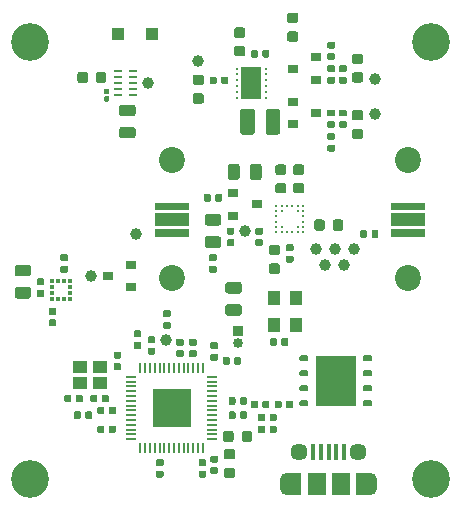
<source format=gts>
G04 #@! TF.GenerationSoftware,KiCad,Pcbnew,(5.1.5)-3*
G04 #@! TF.CreationDate,2021-09-06T00:05:08-04:00*
G04 #@! TF.ProjectId,EPC611 LIDAR,45504336-3131-4204-9c49-4441522e6b69,rev?*
G04 #@! TF.SameCoordinates,Original*
G04 #@! TF.FileFunction,Soldermask,Top*
G04 #@! TF.FilePolarity,Negative*
%FSLAX46Y46*%
G04 Gerber Fmt 4.6, Leading zero omitted, Abs format (unit mm)*
G04 Created by KiCad (PCBNEW (5.1.5)-3) date 2021-09-06 00:05:08*
%MOMM*%
%LPD*%
G04 APERTURE LIST*
%ADD10C,0.010000*%
%ADD11R,1.100000X1.100000*%
%ADD12C,0.100000*%
%ADD13C,1.000000*%
%ADD14R,1.200000X1.000000*%
%ADD15R,1.100000X1.300000*%
%ADD16R,0.376682X0.351536*%
%ADD17R,0.351536X0.376682*%
%ADD18R,0.650001X0.249999*%
%ADD19R,3.400000X4.300000*%
%ADD20R,0.177800X0.812800*%
%ADD21R,0.812800X0.177800*%
%ADD22R,3.200400X3.200400*%
%ADD23C,0.250000*%
%ADD24R,0.250000X0.250000*%
%ADD25R,1.700000X2.700000*%
%ADD26R,0.900000X0.800000*%
%ADD27O,0.850000X0.850000*%
%ADD28R,0.850000X0.850000*%
%ADD29R,1.200000X1.900000*%
%ADD30O,1.200000X1.900000*%
%ADD31R,1.500000X1.900000*%
%ADD32C,1.450000*%
%ADD33R,0.400000X1.350000*%
%ADD34C,3.200000*%
%ADD35C,2.200000*%
G04 APERTURE END LIST*
D10*
G36*
X113600000Y-88600000D02*
G01*
X116400000Y-88600000D01*
X116400000Y-89150000D01*
X113600000Y-89150000D01*
X113600000Y-88600000D01*
G37*
X113600000Y-88600000D02*
X116400000Y-88600000D01*
X116400000Y-89150000D01*
X113600000Y-89150000D01*
X113600000Y-88600000D01*
G36*
X113600000Y-89500000D02*
G01*
X116400000Y-89500000D01*
X116400000Y-90500000D01*
X113600000Y-90500000D01*
X113600000Y-89500000D01*
G37*
X113600000Y-89500000D02*
X116400000Y-89500000D01*
X116400000Y-90500000D01*
X113600000Y-90500000D01*
X113600000Y-89500000D01*
G36*
X113600000Y-90850000D02*
G01*
X116400000Y-90850000D01*
X116400000Y-91400000D01*
X113600000Y-91400000D01*
X113600000Y-90850000D01*
G37*
X113600000Y-90850000D02*
X116400000Y-90850000D01*
X116400000Y-91400000D01*
X113600000Y-91400000D01*
X113600000Y-90850000D01*
G36*
X96400000Y-91400000D02*
G01*
X93600000Y-91400000D01*
X93600000Y-90850000D01*
X96400000Y-90850000D01*
X96400000Y-91400000D01*
G37*
X96400000Y-91400000D02*
X93600000Y-91400000D01*
X93600000Y-90850000D01*
X96400000Y-90850000D01*
X96400000Y-91400000D01*
G36*
X96400000Y-90500000D02*
G01*
X93600000Y-90500000D01*
X93600000Y-89500000D01*
X96400000Y-89500000D01*
X96400000Y-90500000D01*
G37*
X96400000Y-90500000D02*
X93600000Y-90500000D01*
X93600000Y-89500000D01*
X96400000Y-89500000D01*
X96400000Y-90500000D01*
G36*
X96400000Y-89150000D02*
G01*
X93600000Y-89150000D01*
X93600000Y-88600000D01*
X96400000Y-88600000D01*
X96400000Y-89150000D01*
G37*
X96400000Y-89150000D02*
X93600000Y-89150000D01*
X93600000Y-88600000D01*
X96400000Y-88600000D01*
X96400000Y-89150000D01*
D11*
X93300000Y-74300000D03*
X90500000Y-74300000D03*
D12*
G36*
X98786958Y-100420710D02*
G01*
X98801276Y-100422834D01*
X98815317Y-100426351D01*
X98828946Y-100431228D01*
X98842031Y-100437417D01*
X98854447Y-100444858D01*
X98866073Y-100453481D01*
X98876798Y-100463202D01*
X98886519Y-100473927D01*
X98895142Y-100485553D01*
X98902583Y-100497969D01*
X98908772Y-100511054D01*
X98913649Y-100524683D01*
X98917166Y-100538724D01*
X98919290Y-100553042D01*
X98920000Y-100567500D01*
X98920000Y-100862500D01*
X98919290Y-100876958D01*
X98917166Y-100891276D01*
X98913649Y-100905317D01*
X98908772Y-100918946D01*
X98902583Y-100932031D01*
X98895142Y-100944447D01*
X98886519Y-100956073D01*
X98876798Y-100966798D01*
X98866073Y-100976519D01*
X98854447Y-100985142D01*
X98842031Y-100992583D01*
X98828946Y-100998772D01*
X98815317Y-101003649D01*
X98801276Y-101007166D01*
X98786958Y-101009290D01*
X98772500Y-101010000D01*
X98427500Y-101010000D01*
X98413042Y-101009290D01*
X98398724Y-101007166D01*
X98384683Y-101003649D01*
X98371054Y-100998772D01*
X98357969Y-100992583D01*
X98345553Y-100985142D01*
X98333927Y-100976519D01*
X98323202Y-100966798D01*
X98313481Y-100956073D01*
X98304858Y-100944447D01*
X98297417Y-100932031D01*
X98291228Y-100918946D01*
X98286351Y-100905317D01*
X98282834Y-100891276D01*
X98280710Y-100876958D01*
X98280000Y-100862500D01*
X98280000Y-100567500D01*
X98280710Y-100553042D01*
X98282834Y-100538724D01*
X98286351Y-100524683D01*
X98291228Y-100511054D01*
X98297417Y-100497969D01*
X98304858Y-100485553D01*
X98313481Y-100473927D01*
X98323202Y-100463202D01*
X98333927Y-100453481D01*
X98345553Y-100444858D01*
X98357969Y-100437417D01*
X98371054Y-100431228D01*
X98384683Y-100426351D01*
X98398724Y-100422834D01*
X98413042Y-100420710D01*
X98427500Y-100420000D01*
X98772500Y-100420000D01*
X98786958Y-100420710D01*
G37*
G36*
X98786958Y-101390710D02*
G01*
X98801276Y-101392834D01*
X98815317Y-101396351D01*
X98828946Y-101401228D01*
X98842031Y-101407417D01*
X98854447Y-101414858D01*
X98866073Y-101423481D01*
X98876798Y-101433202D01*
X98886519Y-101443927D01*
X98895142Y-101455553D01*
X98902583Y-101467969D01*
X98908772Y-101481054D01*
X98913649Y-101494683D01*
X98917166Y-101508724D01*
X98919290Y-101523042D01*
X98920000Y-101537500D01*
X98920000Y-101832500D01*
X98919290Y-101846958D01*
X98917166Y-101861276D01*
X98913649Y-101875317D01*
X98908772Y-101888946D01*
X98902583Y-101902031D01*
X98895142Y-101914447D01*
X98886519Y-101926073D01*
X98876798Y-101936798D01*
X98866073Y-101946519D01*
X98854447Y-101955142D01*
X98842031Y-101962583D01*
X98828946Y-101968772D01*
X98815317Y-101973649D01*
X98801276Y-101977166D01*
X98786958Y-101979290D01*
X98772500Y-101980000D01*
X98427500Y-101980000D01*
X98413042Y-101979290D01*
X98398724Y-101977166D01*
X98384683Y-101973649D01*
X98371054Y-101968772D01*
X98357969Y-101962583D01*
X98345553Y-101955142D01*
X98333927Y-101946519D01*
X98323202Y-101936798D01*
X98313481Y-101926073D01*
X98304858Y-101914447D01*
X98297417Y-101902031D01*
X98291228Y-101888946D01*
X98286351Y-101875317D01*
X98282834Y-101861276D01*
X98280710Y-101846958D01*
X98280000Y-101832500D01*
X98280000Y-101537500D01*
X98280710Y-101523042D01*
X98282834Y-101508724D01*
X98286351Y-101494683D01*
X98291228Y-101481054D01*
X98297417Y-101467969D01*
X98304858Y-101455553D01*
X98313481Y-101443927D01*
X98323202Y-101433202D01*
X98333927Y-101423481D01*
X98345553Y-101414858D01*
X98357969Y-101407417D01*
X98371054Y-101401228D01*
X98384683Y-101396351D01*
X98398724Y-101392834D01*
X98413042Y-101390710D01*
X98427500Y-101390000D01*
X98772500Y-101390000D01*
X98786958Y-101390710D01*
G37*
G36*
X89609802Y-79590482D02*
G01*
X89619509Y-79591921D01*
X89629028Y-79594306D01*
X89638268Y-79597612D01*
X89647140Y-79601808D01*
X89655557Y-79606853D01*
X89663439Y-79612699D01*
X89670711Y-79619289D01*
X89677301Y-79626561D01*
X89683147Y-79634443D01*
X89688192Y-79642860D01*
X89692388Y-79651732D01*
X89695694Y-79660972D01*
X89698079Y-79670491D01*
X89699518Y-79680198D01*
X89700000Y-79690000D01*
X89700000Y-79950000D01*
X89699518Y-79959802D01*
X89698079Y-79969509D01*
X89695694Y-79979028D01*
X89692388Y-79988268D01*
X89688192Y-79997140D01*
X89683147Y-80005557D01*
X89677301Y-80013439D01*
X89670711Y-80020711D01*
X89663439Y-80027301D01*
X89655557Y-80033147D01*
X89647140Y-80038192D01*
X89638268Y-80042388D01*
X89629028Y-80045694D01*
X89619509Y-80048079D01*
X89609802Y-80049518D01*
X89600000Y-80050000D01*
X89400000Y-80050000D01*
X89390198Y-80049518D01*
X89380491Y-80048079D01*
X89370972Y-80045694D01*
X89361732Y-80042388D01*
X89352860Y-80038192D01*
X89344443Y-80033147D01*
X89336561Y-80027301D01*
X89329289Y-80020711D01*
X89322699Y-80013439D01*
X89316853Y-80005557D01*
X89311808Y-79997140D01*
X89307612Y-79988268D01*
X89304306Y-79979028D01*
X89301921Y-79969509D01*
X89300482Y-79959802D01*
X89300000Y-79950000D01*
X89300000Y-79690000D01*
X89300482Y-79680198D01*
X89301921Y-79670491D01*
X89304306Y-79660972D01*
X89307612Y-79651732D01*
X89311808Y-79642860D01*
X89316853Y-79634443D01*
X89322699Y-79626561D01*
X89329289Y-79619289D01*
X89336561Y-79612699D01*
X89344443Y-79606853D01*
X89352860Y-79601808D01*
X89361732Y-79597612D01*
X89370972Y-79594306D01*
X89380491Y-79591921D01*
X89390198Y-79590482D01*
X89400000Y-79590000D01*
X89600000Y-79590000D01*
X89609802Y-79590482D01*
G37*
G36*
X89609802Y-78950482D02*
G01*
X89619509Y-78951921D01*
X89629028Y-78954306D01*
X89638268Y-78957612D01*
X89647140Y-78961808D01*
X89655557Y-78966853D01*
X89663439Y-78972699D01*
X89670711Y-78979289D01*
X89677301Y-78986561D01*
X89683147Y-78994443D01*
X89688192Y-79002860D01*
X89692388Y-79011732D01*
X89695694Y-79020972D01*
X89698079Y-79030491D01*
X89699518Y-79040198D01*
X89700000Y-79050000D01*
X89700000Y-79310000D01*
X89699518Y-79319802D01*
X89698079Y-79329509D01*
X89695694Y-79339028D01*
X89692388Y-79348268D01*
X89688192Y-79357140D01*
X89683147Y-79365557D01*
X89677301Y-79373439D01*
X89670711Y-79380711D01*
X89663439Y-79387301D01*
X89655557Y-79393147D01*
X89647140Y-79398192D01*
X89638268Y-79402388D01*
X89629028Y-79405694D01*
X89619509Y-79408079D01*
X89609802Y-79409518D01*
X89600000Y-79410000D01*
X89400000Y-79410000D01*
X89390198Y-79409518D01*
X89380491Y-79408079D01*
X89370972Y-79405694D01*
X89361732Y-79402388D01*
X89352860Y-79398192D01*
X89344443Y-79393147D01*
X89336561Y-79387301D01*
X89329289Y-79380711D01*
X89322699Y-79373439D01*
X89316853Y-79365557D01*
X89311808Y-79357140D01*
X89307612Y-79348268D01*
X89304306Y-79339028D01*
X89301921Y-79329509D01*
X89300482Y-79319802D01*
X89300000Y-79310000D01*
X89300000Y-79050000D01*
X89300482Y-79040198D01*
X89301921Y-79030491D01*
X89304306Y-79020972D01*
X89307612Y-79011732D01*
X89311808Y-79002860D01*
X89316853Y-78994443D01*
X89322699Y-78986561D01*
X89329289Y-78979289D01*
X89336561Y-78972699D01*
X89344443Y-78966853D01*
X89352860Y-78961808D01*
X89361732Y-78957612D01*
X89370972Y-78954306D01*
X89380491Y-78951921D01*
X89390198Y-78950482D01*
X89400000Y-78950000D01*
X89600000Y-78950000D01*
X89609802Y-78950482D01*
G37*
D13*
X97250000Y-76600000D03*
D14*
X88950000Y-102550000D03*
X87250000Y-102550000D03*
X87250000Y-103850000D03*
X88950000Y-103850000D03*
D15*
X105550000Y-98950000D03*
X105550000Y-96650000D03*
X103650000Y-96650000D03*
X103650000Y-98950000D03*
D16*
X86388800Y-96750189D03*
X86388800Y-96250063D03*
X86388800Y-95749937D03*
X86388800Y-95249811D03*
D17*
X85900063Y-95261200D03*
X85399937Y-95261200D03*
D16*
X84911200Y-95249811D03*
X84911200Y-95749937D03*
X84911200Y-96250063D03*
X84911200Y-96750189D03*
D17*
X85399937Y-96738800D03*
X85900063Y-96738800D03*
D18*
X90500000Y-77500000D03*
X90500000Y-78000002D03*
X90500000Y-78500001D03*
X90500000Y-79000000D03*
X90500000Y-79500002D03*
X91750000Y-79500002D03*
X91750000Y-79000000D03*
X91750000Y-78500001D03*
X91750000Y-78000002D03*
X91750000Y-77500000D03*
D19*
X108900000Y-103700000D03*
D12*
G36*
X106462252Y-105355602D02*
G01*
X106474386Y-105357402D01*
X106486286Y-105360382D01*
X106497835Y-105364515D01*
X106508925Y-105369760D01*
X106519446Y-105376066D01*
X106529299Y-105383374D01*
X106538388Y-105391612D01*
X106546626Y-105400701D01*
X106553934Y-105410554D01*
X106560240Y-105421075D01*
X106565485Y-105432165D01*
X106569618Y-105443714D01*
X106572598Y-105455614D01*
X106574398Y-105467748D01*
X106575000Y-105480000D01*
X106575000Y-105730000D01*
X106574398Y-105742252D01*
X106572598Y-105754386D01*
X106569618Y-105766286D01*
X106565485Y-105777835D01*
X106560240Y-105788925D01*
X106553934Y-105799446D01*
X106546626Y-105809299D01*
X106538388Y-105818388D01*
X106529299Y-105826626D01*
X106519446Y-105833934D01*
X106508925Y-105840240D01*
X106497835Y-105845485D01*
X106486286Y-105849618D01*
X106474386Y-105852598D01*
X106462252Y-105854398D01*
X106450000Y-105855000D01*
X105950000Y-105855000D01*
X105937748Y-105854398D01*
X105925614Y-105852598D01*
X105913714Y-105849618D01*
X105902165Y-105845485D01*
X105891075Y-105840240D01*
X105880554Y-105833934D01*
X105870701Y-105826626D01*
X105861612Y-105818388D01*
X105853374Y-105809299D01*
X105846066Y-105799446D01*
X105839760Y-105788925D01*
X105834515Y-105777835D01*
X105830382Y-105766286D01*
X105827402Y-105754386D01*
X105825602Y-105742252D01*
X105825000Y-105730000D01*
X105825000Y-105480000D01*
X105825602Y-105467748D01*
X105827402Y-105455614D01*
X105830382Y-105443714D01*
X105834515Y-105432165D01*
X105839760Y-105421075D01*
X105846066Y-105410554D01*
X105853374Y-105400701D01*
X105861612Y-105391612D01*
X105870701Y-105383374D01*
X105880554Y-105376066D01*
X105891075Y-105369760D01*
X105902165Y-105364515D01*
X105913714Y-105360382D01*
X105925614Y-105357402D01*
X105937748Y-105355602D01*
X105950000Y-105355000D01*
X106450000Y-105355000D01*
X106462252Y-105355602D01*
G37*
G36*
X106462252Y-104085602D02*
G01*
X106474386Y-104087402D01*
X106486286Y-104090382D01*
X106497835Y-104094515D01*
X106508925Y-104099760D01*
X106519446Y-104106066D01*
X106529299Y-104113374D01*
X106538388Y-104121612D01*
X106546626Y-104130701D01*
X106553934Y-104140554D01*
X106560240Y-104151075D01*
X106565485Y-104162165D01*
X106569618Y-104173714D01*
X106572598Y-104185614D01*
X106574398Y-104197748D01*
X106575000Y-104210000D01*
X106575000Y-104460000D01*
X106574398Y-104472252D01*
X106572598Y-104484386D01*
X106569618Y-104496286D01*
X106565485Y-104507835D01*
X106560240Y-104518925D01*
X106553934Y-104529446D01*
X106546626Y-104539299D01*
X106538388Y-104548388D01*
X106529299Y-104556626D01*
X106519446Y-104563934D01*
X106508925Y-104570240D01*
X106497835Y-104575485D01*
X106486286Y-104579618D01*
X106474386Y-104582598D01*
X106462252Y-104584398D01*
X106450000Y-104585000D01*
X105950000Y-104585000D01*
X105937748Y-104584398D01*
X105925614Y-104582598D01*
X105913714Y-104579618D01*
X105902165Y-104575485D01*
X105891075Y-104570240D01*
X105880554Y-104563934D01*
X105870701Y-104556626D01*
X105861612Y-104548388D01*
X105853374Y-104539299D01*
X105846066Y-104529446D01*
X105839760Y-104518925D01*
X105834515Y-104507835D01*
X105830382Y-104496286D01*
X105827402Y-104484386D01*
X105825602Y-104472252D01*
X105825000Y-104460000D01*
X105825000Y-104210000D01*
X105825602Y-104197748D01*
X105827402Y-104185614D01*
X105830382Y-104173714D01*
X105834515Y-104162165D01*
X105839760Y-104151075D01*
X105846066Y-104140554D01*
X105853374Y-104130701D01*
X105861612Y-104121612D01*
X105870701Y-104113374D01*
X105880554Y-104106066D01*
X105891075Y-104099760D01*
X105902165Y-104094515D01*
X105913714Y-104090382D01*
X105925614Y-104087402D01*
X105937748Y-104085602D01*
X105950000Y-104085000D01*
X106450000Y-104085000D01*
X106462252Y-104085602D01*
G37*
G36*
X106462252Y-102815602D02*
G01*
X106474386Y-102817402D01*
X106486286Y-102820382D01*
X106497835Y-102824515D01*
X106508925Y-102829760D01*
X106519446Y-102836066D01*
X106529299Y-102843374D01*
X106538388Y-102851612D01*
X106546626Y-102860701D01*
X106553934Y-102870554D01*
X106560240Y-102881075D01*
X106565485Y-102892165D01*
X106569618Y-102903714D01*
X106572598Y-102915614D01*
X106574398Y-102927748D01*
X106575000Y-102940000D01*
X106575000Y-103190000D01*
X106574398Y-103202252D01*
X106572598Y-103214386D01*
X106569618Y-103226286D01*
X106565485Y-103237835D01*
X106560240Y-103248925D01*
X106553934Y-103259446D01*
X106546626Y-103269299D01*
X106538388Y-103278388D01*
X106529299Y-103286626D01*
X106519446Y-103293934D01*
X106508925Y-103300240D01*
X106497835Y-103305485D01*
X106486286Y-103309618D01*
X106474386Y-103312598D01*
X106462252Y-103314398D01*
X106450000Y-103315000D01*
X105950000Y-103315000D01*
X105937748Y-103314398D01*
X105925614Y-103312598D01*
X105913714Y-103309618D01*
X105902165Y-103305485D01*
X105891075Y-103300240D01*
X105880554Y-103293934D01*
X105870701Y-103286626D01*
X105861612Y-103278388D01*
X105853374Y-103269299D01*
X105846066Y-103259446D01*
X105839760Y-103248925D01*
X105834515Y-103237835D01*
X105830382Y-103226286D01*
X105827402Y-103214386D01*
X105825602Y-103202252D01*
X105825000Y-103190000D01*
X105825000Y-102940000D01*
X105825602Y-102927748D01*
X105827402Y-102915614D01*
X105830382Y-102903714D01*
X105834515Y-102892165D01*
X105839760Y-102881075D01*
X105846066Y-102870554D01*
X105853374Y-102860701D01*
X105861612Y-102851612D01*
X105870701Y-102843374D01*
X105880554Y-102836066D01*
X105891075Y-102829760D01*
X105902165Y-102824515D01*
X105913714Y-102820382D01*
X105925614Y-102817402D01*
X105937748Y-102815602D01*
X105950000Y-102815000D01*
X106450000Y-102815000D01*
X106462252Y-102815602D01*
G37*
G36*
X106462252Y-101545602D02*
G01*
X106474386Y-101547402D01*
X106486286Y-101550382D01*
X106497835Y-101554515D01*
X106508925Y-101559760D01*
X106519446Y-101566066D01*
X106529299Y-101573374D01*
X106538388Y-101581612D01*
X106546626Y-101590701D01*
X106553934Y-101600554D01*
X106560240Y-101611075D01*
X106565485Y-101622165D01*
X106569618Y-101633714D01*
X106572598Y-101645614D01*
X106574398Y-101657748D01*
X106575000Y-101670000D01*
X106575000Y-101920000D01*
X106574398Y-101932252D01*
X106572598Y-101944386D01*
X106569618Y-101956286D01*
X106565485Y-101967835D01*
X106560240Y-101978925D01*
X106553934Y-101989446D01*
X106546626Y-101999299D01*
X106538388Y-102008388D01*
X106529299Y-102016626D01*
X106519446Y-102023934D01*
X106508925Y-102030240D01*
X106497835Y-102035485D01*
X106486286Y-102039618D01*
X106474386Y-102042598D01*
X106462252Y-102044398D01*
X106450000Y-102045000D01*
X105950000Y-102045000D01*
X105937748Y-102044398D01*
X105925614Y-102042598D01*
X105913714Y-102039618D01*
X105902165Y-102035485D01*
X105891075Y-102030240D01*
X105880554Y-102023934D01*
X105870701Y-102016626D01*
X105861612Y-102008388D01*
X105853374Y-101999299D01*
X105846066Y-101989446D01*
X105839760Y-101978925D01*
X105834515Y-101967835D01*
X105830382Y-101956286D01*
X105827402Y-101944386D01*
X105825602Y-101932252D01*
X105825000Y-101920000D01*
X105825000Y-101670000D01*
X105825602Y-101657748D01*
X105827402Y-101645614D01*
X105830382Y-101633714D01*
X105834515Y-101622165D01*
X105839760Y-101611075D01*
X105846066Y-101600554D01*
X105853374Y-101590701D01*
X105861612Y-101581612D01*
X105870701Y-101573374D01*
X105880554Y-101566066D01*
X105891075Y-101559760D01*
X105902165Y-101554515D01*
X105913714Y-101550382D01*
X105925614Y-101547402D01*
X105937748Y-101545602D01*
X105950000Y-101545000D01*
X106450000Y-101545000D01*
X106462252Y-101545602D01*
G37*
G36*
X111862252Y-101545602D02*
G01*
X111874386Y-101547402D01*
X111886286Y-101550382D01*
X111897835Y-101554515D01*
X111908925Y-101559760D01*
X111919446Y-101566066D01*
X111929299Y-101573374D01*
X111938388Y-101581612D01*
X111946626Y-101590701D01*
X111953934Y-101600554D01*
X111960240Y-101611075D01*
X111965485Y-101622165D01*
X111969618Y-101633714D01*
X111972598Y-101645614D01*
X111974398Y-101657748D01*
X111975000Y-101670000D01*
X111975000Y-101920000D01*
X111974398Y-101932252D01*
X111972598Y-101944386D01*
X111969618Y-101956286D01*
X111965485Y-101967835D01*
X111960240Y-101978925D01*
X111953934Y-101989446D01*
X111946626Y-101999299D01*
X111938388Y-102008388D01*
X111929299Y-102016626D01*
X111919446Y-102023934D01*
X111908925Y-102030240D01*
X111897835Y-102035485D01*
X111886286Y-102039618D01*
X111874386Y-102042598D01*
X111862252Y-102044398D01*
X111850000Y-102045000D01*
X111350000Y-102045000D01*
X111337748Y-102044398D01*
X111325614Y-102042598D01*
X111313714Y-102039618D01*
X111302165Y-102035485D01*
X111291075Y-102030240D01*
X111280554Y-102023934D01*
X111270701Y-102016626D01*
X111261612Y-102008388D01*
X111253374Y-101999299D01*
X111246066Y-101989446D01*
X111239760Y-101978925D01*
X111234515Y-101967835D01*
X111230382Y-101956286D01*
X111227402Y-101944386D01*
X111225602Y-101932252D01*
X111225000Y-101920000D01*
X111225000Y-101670000D01*
X111225602Y-101657748D01*
X111227402Y-101645614D01*
X111230382Y-101633714D01*
X111234515Y-101622165D01*
X111239760Y-101611075D01*
X111246066Y-101600554D01*
X111253374Y-101590701D01*
X111261612Y-101581612D01*
X111270701Y-101573374D01*
X111280554Y-101566066D01*
X111291075Y-101559760D01*
X111302165Y-101554515D01*
X111313714Y-101550382D01*
X111325614Y-101547402D01*
X111337748Y-101545602D01*
X111350000Y-101545000D01*
X111850000Y-101545000D01*
X111862252Y-101545602D01*
G37*
G36*
X111862252Y-102815602D02*
G01*
X111874386Y-102817402D01*
X111886286Y-102820382D01*
X111897835Y-102824515D01*
X111908925Y-102829760D01*
X111919446Y-102836066D01*
X111929299Y-102843374D01*
X111938388Y-102851612D01*
X111946626Y-102860701D01*
X111953934Y-102870554D01*
X111960240Y-102881075D01*
X111965485Y-102892165D01*
X111969618Y-102903714D01*
X111972598Y-102915614D01*
X111974398Y-102927748D01*
X111975000Y-102940000D01*
X111975000Y-103190000D01*
X111974398Y-103202252D01*
X111972598Y-103214386D01*
X111969618Y-103226286D01*
X111965485Y-103237835D01*
X111960240Y-103248925D01*
X111953934Y-103259446D01*
X111946626Y-103269299D01*
X111938388Y-103278388D01*
X111929299Y-103286626D01*
X111919446Y-103293934D01*
X111908925Y-103300240D01*
X111897835Y-103305485D01*
X111886286Y-103309618D01*
X111874386Y-103312598D01*
X111862252Y-103314398D01*
X111850000Y-103315000D01*
X111350000Y-103315000D01*
X111337748Y-103314398D01*
X111325614Y-103312598D01*
X111313714Y-103309618D01*
X111302165Y-103305485D01*
X111291075Y-103300240D01*
X111280554Y-103293934D01*
X111270701Y-103286626D01*
X111261612Y-103278388D01*
X111253374Y-103269299D01*
X111246066Y-103259446D01*
X111239760Y-103248925D01*
X111234515Y-103237835D01*
X111230382Y-103226286D01*
X111227402Y-103214386D01*
X111225602Y-103202252D01*
X111225000Y-103190000D01*
X111225000Y-102940000D01*
X111225602Y-102927748D01*
X111227402Y-102915614D01*
X111230382Y-102903714D01*
X111234515Y-102892165D01*
X111239760Y-102881075D01*
X111246066Y-102870554D01*
X111253374Y-102860701D01*
X111261612Y-102851612D01*
X111270701Y-102843374D01*
X111280554Y-102836066D01*
X111291075Y-102829760D01*
X111302165Y-102824515D01*
X111313714Y-102820382D01*
X111325614Y-102817402D01*
X111337748Y-102815602D01*
X111350000Y-102815000D01*
X111850000Y-102815000D01*
X111862252Y-102815602D01*
G37*
G36*
X111862252Y-104085602D02*
G01*
X111874386Y-104087402D01*
X111886286Y-104090382D01*
X111897835Y-104094515D01*
X111908925Y-104099760D01*
X111919446Y-104106066D01*
X111929299Y-104113374D01*
X111938388Y-104121612D01*
X111946626Y-104130701D01*
X111953934Y-104140554D01*
X111960240Y-104151075D01*
X111965485Y-104162165D01*
X111969618Y-104173714D01*
X111972598Y-104185614D01*
X111974398Y-104197748D01*
X111975000Y-104210000D01*
X111975000Y-104460000D01*
X111974398Y-104472252D01*
X111972598Y-104484386D01*
X111969618Y-104496286D01*
X111965485Y-104507835D01*
X111960240Y-104518925D01*
X111953934Y-104529446D01*
X111946626Y-104539299D01*
X111938388Y-104548388D01*
X111929299Y-104556626D01*
X111919446Y-104563934D01*
X111908925Y-104570240D01*
X111897835Y-104575485D01*
X111886286Y-104579618D01*
X111874386Y-104582598D01*
X111862252Y-104584398D01*
X111850000Y-104585000D01*
X111350000Y-104585000D01*
X111337748Y-104584398D01*
X111325614Y-104582598D01*
X111313714Y-104579618D01*
X111302165Y-104575485D01*
X111291075Y-104570240D01*
X111280554Y-104563934D01*
X111270701Y-104556626D01*
X111261612Y-104548388D01*
X111253374Y-104539299D01*
X111246066Y-104529446D01*
X111239760Y-104518925D01*
X111234515Y-104507835D01*
X111230382Y-104496286D01*
X111227402Y-104484386D01*
X111225602Y-104472252D01*
X111225000Y-104460000D01*
X111225000Y-104210000D01*
X111225602Y-104197748D01*
X111227402Y-104185614D01*
X111230382Y-104173714D01*
X111234515Y-104162165D01*
X111239760Y-104151075D01*
X111246066Y-104140554D01*
X111253374Y-104130701D01*
X111261612Y-104121612D01*
X111270701Y-104113374D01*
X111280554Y-104106066D01*
X111291075Y-104099760D01*
X111302165Y-104094515D01*
X111313714Y-104090382D01*
X111325614Y-104087402D01*
X111337748Y-104085602D01*
X111350000Y-104085000D01*
X111850000Y-104085000D01*
X111862252Y-104085602D01*
G37*
G36*
X111862252Y-105355602D02*
G01*
X111874386Y-105357402D01*
X111886286Y-105360382D01*
X111897835Y-105364515D01*
X111908925Y-105369760D01*
X111919446Y-105376066D01*
X111929299Y-105383374D01*
X111938388Y-105391612D01*
X111946626Y-105400701D01*
X111953934Y-105410554D01*
X111960240Y-105421075D01*
X111965485Y-105432165D01*
X111969618Y-105443714D01*
X111972598Y-105455614D01*
X111974398Y-105467748D01*
X111975000Y-105480000D01*
X111975000Y-105730000D01*
X111974398Y-105742252D01*
X111972598Y-105754386D01*
X111969618Y-105766286D01*
X111965485Y-105777835D01*
X111960240Y-105788925D01*
X111953934Y-105799446D01*
X111946626Y-105809299D01*
X111938388Y-105818388D01*
X111929299Y-105826626D01*
X111919446Y-105833934D01*
X111908925Y-105840240D01*
X111897835Y-105845485D01*
X111886286Y-105849618D01*
X111874386Y-105852598D01*
X111862252Y-105854398D01*
X111850000Y-105855000D01*
X111350000Y-105855000D01*
X111337748Y-105854398D01*
X111325614Y-105852598D01*
X111313714Y-105849618D01*
X111302165Y-105845485D01*
X111291075Y-105840240D01*
X111280554Y-105833934D01*
X111270701Y-105826626D01*
X111261612Y-105818388D01*
X111253374Y-105809299D01*
X111246066Y-105799446D01*
X111239760Y-105788925D01*
X111234515Y-105777835D01*
X111230382Y-105766286D01*
X111227402Y-105754386D01*
X111225602Y-105742252D01*
X111225000Y-105730000D01*
X111225000Y-105480000D01*
X111225602Y-105467748D01*
X111227402Y-105455614D01*
X111230382Y-105443714D01*
X111234515Y-105432165D01*
X111239760Y-105421075D01*
X111246066Y-105410554D01*
X111253374Y-105400701D01*
X111261612Y-105391612D01*
X111270701Y-105383374D01*
X111280554Y-105376066D01*
X111291075Y-105369760D01*
X111302165Y-105364515D01*
X111313714Y-105360382D01*
X111325614Y-105357402D01*
X111337748Y-105355602D01*
X111350000Y-105355000D01*
X111850000Y-105355000D01*
X111862252Y-105355602D01*
G37*
D20*
X97641600Y-102596400D03*
X97235200Y-102596400D03*
X96828800Y-102596400D03*
X96422400Y-102596400D03*
X96016000Y-102596400D03*
X95609600Y-102596400D03*
X95203200Y-102596400D03*
X94796800Y-102596400D03*
X94390400Y-102596400D03*
X93984000Y-102596400D03*
X93577600Y-102596400D03*
X93171200Y-102596400D03*
X92764800Y-102596400D03*
X92358400Y-102596400D03*
D21*
X91596400Y-103358400D03*
X91596400Y-103764800D03*
X91596400Y-104171200D03*
X91596400Y-104577600D03*
X91596400Y-104984000D03*
X91596400Y-105390400D03*
X91596400Y-105796800D03*
X91596400Y-106203200D03*
X91596400Y-106609600D03*
X91596400Y-107016000D03*
X91596400Y-107422400D03*
X91596400Y-107828800D03*
X91596400Y-108235200D03*
X91596400Y-108641600D03*
D20*
X92358400Y-109403600D03*
X92764800Y-109403600D03*
X93171200Y-109403600D03*
X93577600Y-109403600D03*
X93984000Y-109403600D03*
X94390400Y-109403600D03*
X94796800Y-109403600D03*
X95203200Y-109403600D03*
X95609600Y-109403600D03*
X96016000Y-109403600D03*
X96422400Y-109403600D03*
X96828800Y-109403600D03*
X97235200Y-109403600D03*
X97641600Y-109403600D03*
D21*
X98403600Y-108641600D03*
X98403600Y-108235200D03*
X98403600Y-107828800D03*
X98403600Y-107422400D03*
X98403600Y-107016000D03*
X98403600Y-106609600D03*
X98403600Y-106203200D03*
X98403600Y-105796800D03*
X98403600Y-105390400D03*
X98403600Y-104984000D03*
X98403600Y-104577600D03*
X98403600Y-104171200D03*
X98403600Y-103764800D03*
X98403600Y-103358400D03*
D22*
X95000000Y-106000000D03*
D23*
X106125000Y-88875000D03*
X105675000Y-88875000D03*
X105225000Y-88875000D03*
X104775000Y-88875000D03*
X104325000Y-88875000D03*
X103875000Y-88875000D03*
X106125000Y-89325000D03*
X105675000Y-89325000D03*
X104325000Y-89325000D03*
X103875000Y-89325000D03*
X106125000Y-89775000D03*
X103875000Y-89775000D03*
X106125000Y-90225000D03*
X103875000Y-90225000D03*
X106125000Y-90675000D03*
X105675000Y-90675000D03*
X104325000Y-90675000D03*
X103875000Y-90675000D03*
X106125000Y-91125000D03*
X105675000Y-91125000D03*
X105225000Y-91125000D03*
X104775000Y-91125000D03*
X104325000Y-91125000D03*
X103875000Y-91125000D03*
D24*
X100525000Y-77250000D03*
X102975000Y-77250000D03*
D25*
X101750000Y-78500000D03*
D24*
X100525000Y-79750000D03*
X100525000Y-79250000D03*
X100525000Y-78750000D03*
X100525000Y-78250000D03*
X100525000Y-77750000D03*
X102975000Y-77750000D03*
X102975000Y-78250000D03*
X102975000Y-78750000D03*
X102975000Y-79250000D03*
X102975000Y-79750000D03*
D13*
X94500000Y-100200000D03*
X88200000Y-94800000D03*
X92000000Y-91250000D03*
X101200000Y-91000000D03*
X93000000Y-78500000D03*
X112250000Y-81100000D03*
X112250000Y-78100000D03*
D12*
G36*
X94786958Y-98690710D02*
G01*
X94801276Y-98692834D01*
X94815317Y-98696351D01*
X94828946Y-98701228D01*
X94842031Y-98707417D01*
X94854447Y-98714858D01*
X94866073Y-98723481D01*
X94876798Y-98733202D01*
X94886519Y-98743927D01*
X94895142Y-98755553D01*
X94902583Y-98767969D01*
X94908772Y-98781054D01*
X94913649Y-98794683D01*
X94917166Y-98808724D01*
X94919290Y-98823042D01*
X94920000Y-98837500D01*
X94920000Y-99132500D01*
X94919290Y-99146958D01*
X94917166Y-99161276D01*
X94913649Y-99175317D01*
X94908772Y-99188946D01*
X94902583Y-99202031D01*
X94895142Y-99214447D01*
X94886519Y-99226073D01*
X94876798Y-99236798D01*
X94866073Y-99246519D01*
X94854447Y-99255142D01*
X94842031Y-99262583D01*
X94828946Y-99268772D01*
X94815317Y-99273649D01*
X94801276Y-99277166D01*
X94786958Y-99279290D01*
X94772500Y-99280000D01*
X94427500Y-99280000D01*
X94413042Y-99279290D01*
X94398724Y-99277166D01*
X94384683Y-99273649D01*
X94371054Y-99268772D01*
X94357969Y-99262583D01*
X94345553Y-99255142D01*
X94333927Y-99246519D01*
X94323202Y-99236798D01*
X94313481Y-99226073D01*
X94304858Y-99214447D01*
X94297417Y-99202031D01*
X94291228Y-99188946D01*
X94286351Y-99175317D01*
X94282834Y-99161276D01*
X94280710Y-99146958D01*
X94280000Y-99132500D01*
X94280000Y-98837500D01*
X94280710Y-98823042D01*
X94282834Y-98808724D01*
X94286351Y-98794683D01*
X94291228Y-98781054D01*
X94297417Y-98767969D01*
X94304858Y-98755553D01*
X94313481Y-98743927D01*
X94323202Y-98733202D01*
X94333927Y-98723481D01*
X94345553Y-98714858D01*
X94357969Y-98707417D01*
X94371054Y-98701228D01*
X94384683Y-98696351D01*
X94398724Y-98692834D01*
X94413042Y-98690710D01*
X94427500Y-98690000D01*
X94772500Y-98690000D01*
X94786958Y-98690710D01*
G37*
G36*
X94786958Y-97720710D02*
G01*
X94801276Y-97722834D01*
X94815317Y-97726351D01*
X94828946Y-97731228D01*
X94842031Y-97737417D01*
X94854447Y-97744858D01*
X94866073Y-97753481D01*
X94876798Y-97763202D01*
X94886519Y-97773927D01*
X94895142Y-97785553D01*
X94902583Y-97797969D01*
X94908772Y-97811054D01*
X94913649Y-97824683D01*
X94917166Y-97838724D01*
X94919290Y-97853042D01*
X94920000Y-97867500D01*
X94920000Y-98162500D01*
X94919290Y-98176958D01*
X94917166Y-98191276D01*
X94913649Y-98205317D01*
X94908772Y-98218946D01*
X94902583Y-98232031D01*
X94895142Y-98244447D01*
X94886519Y-98256073D01*
X94876798Y-98266798D01*
X94866073Y-98276519D01*
X94854447Y-98285142D01*
X94842031Y-98292583D01*
X94828946Y-98298772D01*
X94815317Y-98303649D01*
X94801276Y-98307166D01*
X94786958Y-98309290D01*
X94772500Y-98310000D01*
X94427500Y-98310000D01*
X94413042Y-98309290D01*
X94398724Y-98307166D01*
X94384683Y-98303649D01*
X94371054Y-98298772D01*
X94357969Y-98292583D01*
X94345553Y-98285142D01*
X94333927Y-98276519D01*
X94323202Y-98266798D01*
X94313481Y-98256073D01*
X94304858Y-98244447D01*
X94297417Y-98232031D01*
X94291228Y-98218946D01*
X94286351Y-98205317D01*
X94282834Y-98191276D01*
X94280710Y-98176958D01*
X94280000Y-98162500D01*
X94280000Y-97867500D01*
X94280710Y-97853042D01*
X94282834Y-97838724D01*
X94286351Y-97824683D01*
X94291228Y-97811054D01*
X94297417Y-97797969D01*
X94304858Y-97785553D01*
X94313481Y-97773927D01*
X94323202Y-97763202D01*
X94333927Y-97753481D01*
X94345553Y-97744858D01*
X94357969Y-97737417D01*
X94371054Y-97731228D01*
X94384683Y-97726351D01*
X94398724Y-97722834D01*
X94413042Y-97720710D01*
X94427500Y-97720000D01*
X94772500Y-97720000D01*
X94786958Y-97720710D01*
G37*
G36*
X100730142Y-97201174D02*
G01*
X100753803Y-97204684D01*
X100777007Y-97210496D01*
X100799529Y-97218554D01*
X100821153Y-97228782D01*
X100841670Y-97241079D01*
X100860883Y-97255329D01*
X100878607Y-97271393D01*
X100894671Y-97289117D01*
X100908921Y-97308330D01*
X100921218Y-97328847D01*
X100931446Y-97350471D01*
X100939504Y-97372993D01*
X100945316Y-97396197D01*
X100948826Y-97419858D01*
X100950000Y-97443750D01*
X100950000Y-97931250D01*
X100948826Y-97955142D01*
X100945316Y-97978803D01*
X100939504Y-98002007D01*
X100931446Y-98024529D01*
X100921218Y-98046153D01*
X100908921Y-98066670D01*
X100894671Y-98085883D01*
X100878607Y-98103607D01*
X100860883Y-98119671D01*
X100841670Y-98133921D01*
X100821153Y-98146218D01*
X100799529Y-98156446D01*
X100777007Y-98164504D01*
X100753803Y-98170316D01*
X100730142Y-98173826D01*
X100706250Y-98175000D01*
X99793750Y-98175000D01*
X99769858Y-98173826D01*
X99746197Y-98170316D01*
X99722993Y-98164504D01*
X99700471Y-98156446D01*
X99678847Y-98146218D01*
X99658330Y-98133921D01*
X99639117Y-98119671D01*
X99621393Y-98103607D01*
X99605329Y-98085883D01*
X99591079Y-98066670D01*
X99578782Y-98046153D01*
X99568554Y-98024529D01*
X99560496Y-98002007D01*
X99554684Y-97978803D01*
X99551174Y-97955142D01*
X99550000Y-97931250D01*
X99550000Y-97443750D01*
X99551174Y-97419858D01*
X99554684Y-97396197D01*
X99560496Y-97372993D01*
X99568554Y-97350471D01*
X99578782Y-97328847D01*
X99591079Y-97308330D01*
X99605329Y-97289117D01*
X99621393Y-97271393D01*
X99639117Y-97255329D01*
X99658330Y-97241079D01*
X99678847Y-97228782D01*
X99700471Y-97218554D01*
X99722993Y-97210496D01*
X99746197Y-97204684D01*
X99769858Y-97201174D01*
X99793750Y-97200000D01*
X100706250Y-97200000D01*
X100730142Y-97201174D01*
G37*
G36*
X100730142Y-95326174D02*
G01*
X100753803Y-95329684D01*
X100777007Y-95335496D01*
X100799529Y-95343554D01*
X100821153Y-95353782D01*
X100841670Y-95366079D01*
X100860883Y-95380329D01*
X100878607Y-95396393D01*
X100894671Y-95414117D01*
X100908921Y-95433330D01*
X100921218Y-95453847D01*
X100931446Y-95475471D01*
X100939504Y-95497993D01*
X100945316Y-95521197D01*
X100948826Y-95544858D01*
X100950000Y-95568750D01*
X100950000Y-96056250D01*
X100948826Y-96080142D01*
X100945316Y-96103803D01*
X100939504Y-96127007D01*
X100931446Y-96149529D01*
X100921218Y-96171153D01*
X100908921Y-96191670D01*
X100894671Y-96210883D01*
X100878607Y-96228607D01*
X100860883Y-96244671D01*
X100841670Y-96258921D01*
X100821153Y-96271218D01*
X100799529Y-96281446D01*
X100777007Y-96289504D01*
X100753803Y-96295316D01*
X100730142Y-96298826D01*
X100706250Y-96300000D01*
X99793750Y-96300000D01*
X99769858Y-96298826D01*
X99746197Y-96295316D01*
X99722993Y-96289504D01*
X99700471Y-96281446D01*
X99678847Y-96271218D01*
X99658330Y-96258921D01*
X99639117Y-96244671D01*
X99621393Y-96228607D01*
X99605329Y-96210883D01*
X99591079Y-96191670D01*
X99578782Y-96171153D01*
X99568554Y-96149529D01*
X99560496Y-96127007D01*
X99554684Y-96103803D01*
X99551174Y-96080142D01*
X99550000Y-96056250D01*
X99550000Y-95568750D01*
X99551174Y-95544858D01*
X99554684Y-95521197D01*
X99560496Y-95497993D01*
X99568554Y-95475471D01*
X99578782Y-95453847D01*
X99591079Y-95433330D01*
X99605329Y-95414117D01*
X99621393Y-95396393D01*
X99639117Y-95380329D01*
X99658330Y-95366079D01*
X99678847Y-95353782D01*
X99700471Y-95343554D01*
X99722993Y-95335496D01*
X99746197Y-95329684D01*
X99769858Y-95326174D01*
X99793750Y-95325000D01*
X100706250Y-95325000D01*
X100730142Y-95326174D01*
G37*
G36*
X88576958Y-104880710D02*
G01*
X88591276Y-104882834D01*
X88605317Y-104886351D01*
X88618946Y-104891228D01*
X88632031Y-104897417D01*
X88644447Y-104904858D01*
X88656073Y-104913481D01*
X88666798Y-104923202D01*
X88676519Y-104933927D01*
X88685142Y-104945553D01*
X88692583Y-104957969D01*
X88698772Y-104971054D01*
X88703649Y-104984683D01*
X88707166Y-104998724D01*
X88709290Y-105013042D01*
X88710000Y-105027500D01*
X88710000Y-105372500D01*
X88709290Y-105386958D01*
X88707166Y-105401276D01*
X88703649Y-105415317D01*
X88698772Y-105428946D01*
X88692583Y-105442031D01*
X88685142Y-105454447D01*
X88676519Y-105466073D01*
X88666798Y-105476798D01*
X88656073Y-105486519D01*
X88644447Y-105495142D01*
X88632031Y-105502583D01*
X88618946Y-105508772D01*
X88605317Y-105513649D01*
X88591276Y-105517166D01*
X88576958Y-105519290D01*
X88562500Y-105520000D01*
X88267500Y-105520000D01*
X88253042Y-105519290D01*
X88238724Y-105517166D01*
X88224683Y-105513649D01*
X88211054Y-105508772D01*
X88197969Y-105502583D01*
X88185553Y-105495142D01*
X88173927Y-105486519D01*
X88163202Y-105476798D01*
X88153481Y-105466073D01*
X88144858Y-105454447D01*
X88137417Y-105442031D01*
X88131228Y-105428946D01*
X88126351Y-105415317D01*
X88122834Y-105401276D01*
X88120710Y-105386958D01*
X88120000Y-105372500D01*
X88120000Y-105027500D01*
X88120710Y-105013042D01*
X88122834Y-104998724D01*
X88126351Y-104984683D01*
X88131228Y-104971054D01*
X88137417Y-104957969D01*
X88144858Y-104945553D01*
X88153481Y-104933927D01*
X88163202Y-104923202D01*
X88173927Y-104913481D01*
X88185553Y-104904858D01*
X88197969Y-104897417D01*
X88211054Y-104891228D01*
X88224683Y-104886351D01*
X88238724Y-104882834D01*
X88253042Y-104880710D01*
X88267500Y-104880000D01*
X88562500Y-104880000D01*
X88576958Y-104880710D01*
G37*
G36*
X89546958Y-104880710D02*
G01*
X89561276Y-104882834D01*
X89575317Y-104886351D01*
X89588946Y-104891228D01*
X89602031Y-104897417D01*
X89614447Y-104904858D01*
X89626073Y-104913481D01*
X89636798Y-104923202D01*
X89646519Y-104933927D01*
X89655142Y-104945553D01*
X89662583Y-104957969D01*
X89668772Y-104971054D01*
X89673649Y-104984683D01*
X89677166Y-104998724D01*
X89679290Y-105013042D01*
X89680000Y-105027500D01*
X89680000Y-105372500D01*
X89679290Y-105386958D01*
X89677166Y-105401276D01*
X89673649Y-105415317D01*
X89668772Y-105428946D01*
X89662583Y-105442031D01*
X89655142Y-105454447D01*
X89646519Y-105466073D01*
X89636798Y-105476798D01*
X89626073Y-105486519D01*
X89614447Y-105495142D01*
X89602031Y-105502583D01*
X89588946Y-105508772D01*
X89575317Y-105513649D01*
X89561276Y-105517166D01*
X89546958Y-105519290D01*
X89532500Y-105520000D01*
X89237500Y-105520000D01*
X89223042Y-105519290D01*
X89208724Y-105517166D01*
X89194683Y-105513649D01*
X89181054Y-105508772D01*
X89167969Y-105502583D01*
X89155553Y-105495142D01*
X89143927Y-105486519D01*
X89133202Y-105476798D01*
X89123481Y-105466073D01*
X89114858Y-105454447D01*
X89107417Y-105442031D01*
X89101228Y-105428946D01*
X89096351Y-105415317D01*
X89092834Y-105401276D01*
X89090710Y-105386958D01*
X89090000Y-105372500D01*
X89090000Y-105027500D01*
X89090710Y-105013042D01*
X89092834Y-104998724D01*
X89096351Y-104984683D01*
X89101228Y-104971054D01*
X89107417Y-104957969D01*
X89114858Y-104945553D01*
X89123481Y-104933927D01*
X89133202Y-104923202D01*
X89143927Y-104913481D01*
X89155553Y-104904858D01*
X89167969Y-104897417D01*
X89181054Y-104891228D01*
X89194683Y-104886351D01*
X89208724Y-104882834D01*
X89223042Y-104880710D01*
X89237500Y-104880000D01*
X89532500Y-104880000D01*
X89546958Y-104880710D01*
G37*
G36*
X99776958Y-101680710D02*
G01*
X99791276Y-101682834D01*
X99805317Y-101686351D01*
X99818946Y-101691228D01*
X99832031Y-101697417D01*
X99844447Y-101704858D01*
X99856073Y-101713481D01*
X99866798Y-101723202D01*
X99876519Y-101733927D01*
X99885142Y-101745553D01*
X99892583Y-101757969D01*
X99898772Y-101771054D01*
X99903649Y-101784683D01*
X99907166Y-101798724D01*
X99909290Y-101813042D01*
X99910000Y-101827500D01*
X99910000Y-102172500D01*
X99909290Y-102186958D01*
X99907166Y-102201276D01*
X99903649Y-102215317D01*
X99898772Y-102228946D01*
X99892583Y-102242031D01*
X99885142Y-102254447D01*
X99876519Y-102266073D01*
X99866798Y-102276798D01*
X99856073Y-102286519D01*
X99844447Y-102295142D01*
X99832031Y-102302583D01*
X99818946Y-102308772D01*
X99805317Y-102313649D01*
X99791276Y-102317166D01*
X99776958Y-102319290D01*
X99762500Y-102320000D01*
X99467500Y-102320000D01*
X99453042Y-102319290D01*
X99438724Y-102317166D01*
X99424683Y-102313649D01*
X99411054Y-102308772D01*
X99397969Y-102302583D01*
X99385553Y-102295142D01*
X99373927Y-102286519D01*
X99363202Y-102276798D01*
X99353481Y-102266073D01*
X99344858Y-102254447D01*
X99337417Y-102242031D01*
X99331228Y-102228946D01*
X99326351Y-102215317D01*
X99322834Y-102201276D01*
X99320710Y-102186958D01*
X99320000Y-102172500D01*
X99320000Y-101827500D01*
X99320710Y-101813042D01*
X99322834Y-101798724D01*
X99326351Y-101784683D01*
X99331228Y-101771054D01*
X99337417Y-101757969D01*
X99344858Y-101745553D01*
X99353481Y-101733927D01*
X99363202Y-101723202D01*
X99373927Y-101713481D01*
X99385553Y-101704858D01*
X99397969Y-101697417D01*
X99411054Y-101691228D01*
X99424683Y-101686351D01*
X99438724Y-101682834D01*
X99453042Y-101680710D01*
X99467500Y-101680000D01*
X99762500Y-101680000D01*
X99776958Y-101680710D01*
G37*
G36*
X100746958Y-101680710D02*
G01*
X100761276Y-101682834D01*
X100775317Y-101686351D01*
X100788946Y-101691228D01*
X100802031Y-101697417D01*
X100814447Y-101704858D01*
X100826073Y-101713481D01*
X100836798Y-101723202D01*
X100846519Y-101733927D01*
X100855142Y-101745553D01*
X100862583Y-101757969D01*
X100868772Y-101771054D01*
X100873649Y-101784683D01*
X100877166Y-101798724D01*
X100879290Y-101813042D01*
X100880000Y-101827500D01*
X100880000Y-102172500D01*
X100879290Y-102186958D01*
X100877166Y-102201276D01*
X100873649Y-102215317D01*
X100868772Y-102228946D01*
X100862583Y-102242031D01*
X100855142Y-102254447D01*
X100846519Y-102266073D01*
X100836798Y-102276798D01*
X100826073Y-102286519D01*
X100814447Y-102295142D01*
X100802031Y-102302583D01*
X100788946Y-102308772D01*
X100775317Y-102313649D01*
X100761276Y-102317166D01*
X100746958Y-102319290D01*
X100732500Y-102320000D01*
X100437500Y-102320000D01*
X100423042Y-102319290D01*
X100408724Y-102317166D01*
X100394683Y-102313649D01*
X100381054Y-102308772D01*
X100367969Y-102302583D01*
X100355553Y-102295142D01*
X100343927Y-102286519D01*
X100333202Y-102276798D01*
X100323481Y-102266073D01*
X100314858Y-102254447D01*
X100307417Y-102242031D01*
X100301228Y-102228946D01*
X100296351Y-102215317D01*
X100292834Y-102201276D01*
X100290710Y-102186958D01*
X100290000Y-102172500D01*
X100290000Y-101827500D01*
X100290710Y-101813042D01*
X100292834Y-101798724D01*
X100296351Y-101784683D01*
X100301228Y-101771054D01*
X100307417Y-101757969D01*
X100314858Y-101745553D01*
X100323481Y-101733927D01*
X100333202Y-101723202D01*
X100343927Y-101713481D01*
X100355553Y-101704858D01*
X100367969Y-101697417D01*
X100381054Y-101691228D01*
X100394683Y-101686351D01*
X100408724Y-101682834D01*
X100423042Y-101680710D01*
X100437500Y-101680000D01*
X100732500Y-101680000D01*
X100746958Y-101680710D01*
G37*
G36*
X103746958Y-107480710D02*
G01*
X103761276Y-107482834D01*
X103775317Y-107486351D01*
X103788946Y-107491228D01*
X103802031Y-107497417D01*
X103814447Y-107504858D01*
X103826073Y-107513481D01*
X103836798Y-107523202D01*
X103846519Y-107533927D01*
X103855142Y-107545553D01*
X103862583Y-107557969D01*
X103868772Y-107571054D01*
X103873649Y-107584683D01*
X103877166Y-107598724D01*
X103879290Y-107613042D01*
X103880000Y-107627500D01*
X103880000Y-107972500D01*
X103879290Y-107986958D01*
X103877166Y-108001276D01*
X103873649Y-108015317D01*
X103868772Y-108028946D01*
X103862583Y-108042031D01*
X103855142Y-108054447D01*
X103846519Y-108066073D01*
X103836798Y-108076798D01*
X103826073Y-108086519D01*
X103814447Y-108095142D01*
X103802031Y-108102583D01*
X103788946Y-108108772D01*
X103775317Y-108113649D01*
X103761276Y-108117166D01*
X103746958Y-108119290D01*
X103732500Y-108120000D01*
X103437500Y-108120000D01*
X103423042Y-108119290D01*
X103408724Y-108117166D01*
X103394683Y-108113649D01*
X103381054Y-108108772D01*
X103367969Y-108102583D01*
X103355553Y-108095142D01*
X103343927Y-108086519D01*
X103333202Y-108076798D01*
X103323481Y-108066073D01*
X103314858Y-108054447D01*
X103307417Y-108042031D01*
X103301228Y-108028946D01*
X103296351Y-108015317D01*
X103292834Y-108001276D01*
X103290710Y-107986958D01*
X103290000Y-107972500D01*
X103290000Y-107627500D01*
X103290710Y-107613042D01*
X103292834Y-107598724D01*
X103296351Y-107584683D01*
X103301228Y-107571054D01*
X103307417Y-107557969D01*
X103314858Y-107545553D01*
X103323481Y-107533927D01*
X103333202Y-107523202D01*
X103343927Y-107513481D01*
X103355553Y-107504858D01*
X103367969Y-107497417D01*
X103381054Y-107491228D01*
X103394683Y-107486351D01*
X103408724Y-107482834D01*
X103423042Y-107480710D01*
X103437500Y-107480000D01*
X103732500Y-107480000D01*
X103746958Y-107480710D01*
G37*
G36*
X102776958Y-107480710D02*
G01*
X102791276Y-107482834D01*
X102805317Y-107486351D01*
X102818946Y-107491228D01*
X102832031Y-107497417D01*
X102844447Y-107504858D01*
X102856073Y-107513481D01*
X102866798Y-107523202D01*
X102876519Y-107533927D01*
X102885142Y-107545553D01*
X102892583Y-107557969D01*
X102898772Y-107571054D01*
X102903649Y-107584683D01*
X102907166Y-107598724D01*
X102909290Y-107613042D01*
X102910000Y-107627500D01*
X102910000Y-107972500D01*
X102909290Y-107986958D01*
X102907166Y-108001276D01*
X102903649Y-108015317D01*
X102898772Y-108028946D01*
X102892583Y-108042031D01*
X102885142Y-108054447D01*
X102876519Y-108066073D01*
X102866798Y-108076798D01*
X102856073Y-108086519D01*
X102844447Y-108095142D01*
X102832031Y-108102583D01*
X102818946Y-108108772D01*
X102805317Y-108113649D01*
X102791276Y-108117166D01*
X102776958Y-108119290D01*
X102762500Y-108120000D01*
X102467500Y-108120000D01*
X102453042Y-108119290D01*
X102438724Y-108117166D01*
X102424683Y-108113649D01*
X102411054Y-108108772D01*
X102397969Y-108102583D01*
X102385553Y-108095142D01*
X102373927Y-108086519D01*
X102363202Y-108076798D01*
X102353481Y-108066073D01*
X102344858Y-108054447D01*
X102337417Y-108042031D01*
X102331228Y-108028946D01*
X102326351Y-108015317D01*
X102322834Y-108001276D01*
X102320710Y-107986958D01*
X102320000Y-107972500D01*
X102320000Y-107627500D01*
X102320710Y-107613042D01*
X102322834Y-107598724D01*
X102326351Y-107584683D01*
X102331228Y-107571054D01*
X102337417Y-107557969D01*
X102344858Y-107545553D01*
X102353481Y-107533927D01*
X102363202Y-107523202D01*
X102373927Y-107513481D01*
X102385553Y-107504858D01*
X102397969Y-107497417D01*
X102411054Y-107491228D01*
X102424683Y-107486351D01*
X102438724Y-107482834D01*
X102453042Y-107480710D01*
X102467500Y-107480000D01*
X102762500Y-107480000D01*
X102776958Y-107480710D01*
G37*
G36*
X103746958Y-106480710D02*
G01*
X103761276Y-106482834D01*
X103775317Y-106486351D01*
X103788946Y-106491228D01*
X103802031Y-106497417D01*
X103814447Y-106504858D01*
X103826073Y-106513481D01*
X103836798Y-106523202D01*
X103846519Y-106533927D01*
X103855142Y-106545553D01*
X103862583Y-106557969D01*
X103868772Y-106571054D01*
X103873649Y-106584683D01*
X103877166Y-106598724D01*
X103879290Y-106613042D01*
X103880000Y-106627500D01*
X103880000Y-106972500D01*
X103879290Y-106986958D01*
X103877166Y-107001276D01*
X103873649Y-107015317D01*
X103868772Y-107028946D01*
X103862583Y-107042031D01*
X103855142Y-107054447D01*
X103846519Y-107066073D01*
X103836798Y-107076798D01*
X103826073Y-107086519D01*
X103814447Y-107095142D01*
X103802031Y-107102583D01*
X103788946Y-107108772D01*
X103775317Y-107113649D01*
X103761276Y-107117166D01*
X103746958Y-107119290D01*
X103732500Y-107120000D01*
X103437500Y-107120000D01*
X103423042Y-107119290D01*
X103408724Y-107117166D01*
X103394683Y-107113649D01*
X103381054Y-107108772D01*
X103367969Y-107102583D01*
X103355553Y-107095142D01*
X103343927Y-107086519D01*
X103333202Y-107076798D01*
X103323481Y-107066073D01*
X103314858Y-107054447D01*
X103307417Y-107042031D01*
X103301228Y-107028946D01*
X103296351Y-107015317D01*
X103292834Y-107001276D01*
X103290710Y-106986958D01*
X103290000Y-106972500D01*
X103290000Y-106627500D01*
X103290710Y-106613042D01*
X103292834Y-106598724D01*
X103296351Y-106584683D01*
X103301228Y-106571054D01*
X103307417Y-106557969D01*
X103314858Y-106545553D01*
X103323481Y-106533927D01*
X103333202Y-106523202D01*
X103343927Y-106513481D01*
X103355553Y-106504858D01*
X103367969Y-106497417D01*
X103381054Y-106491228D01*
X103394683Y-106486351D01*
X103408724Y-106482834D01*
X103423042Y-106480710D01*
X103437500Y-106480000D01*
X103732500Y-106480000D01*
X103746958Y-106480710D01*
G37*
G36*
X102776958Y-106480710D02*
G01*
X102791276Y-106482834D01*
X102805317Y-106486351D01*
X102818946Y-106491228D01*
X102832031Y-106497417D01*
X102844447Y-106504858D01*
X102856073Y-106513481D01*
X102866798Y-106523202D01*
X102876519Y-106533927D01*
X102885142Y-106545553D01*
X102892583Y-106557969D01*
X102898772Y-106571054D01*
X102903649Y-106584683D01*
X102907166Y-106598724D01*
X102909290Y-106613042D01*
X102910000Y-106627500D01*
X102910000Y-106972500D01*
X102909290Y-106986958D01*
X102907166Y-107001276D01*
X102903649Y-107015317D01*
X102898772Y-107028946D01*
X102892583Y-107042031D01*
X102885142Y-107054447D01*
X102876519Y-107066073D01*
X102866798Y-107076798D01*
X102856073Y-107086519D01*
X102844447Y-107095142D01*
X102832031Y-107102583D01*
X102818946Y-107108772D01*
X102805317Y-107113649D01*
X102791276Y-107117166D01*
X102776958Y-107119290D01*
X102762500Y-107120000D01*
X102467500Y-107120000D01*
X102453042Y-107119290D01*
X102438724Y-107117166D01*
X102424683Y-107113649D01*
X102411054Y-107108772D01*
X102397969Y-107102583D01*
X102385553Y-107095142D01*
X102373927Y-107086519D01*
X102363202Y-107076798D01*
X102353481Y-107066073D01*
X102344858Y-107054447D01*
X102337417Y-107042031D01*
X102331228Y-107028946D01*
X102326351Y-107015317D01*
X102322834Y-107001276D01*
X102320710Y-106986958D01*
X102320000Y-106972500D01*
X102320000Y-106627500D01*
X102320710Y-106613042D01*
X102322834Y-106598724D01*
X102326351Y-106584683D01*
X102331228Y-106571054D01*
X102337417Y-106557969D01*
X102344858Y-106545553D01*
X102353481Y-106533927D01*
X102363202Y-106523202D01*
X102373927Y-106513481D01*
X102385553Y-106504858D01*
X102397969Y-106497417D01*
X102411054Y-106491228D01*
X102424683Y-106486351D01*
X102438724Y-106482834D01*
X102453042Y-106480710D01*
X102467500Y-106480000D01*
X102762500Y-106480000D01*
X102776958Y-106480710D01*
G37*
G36*
X89176958Y-107480710D02*
G01*
X89191276Y-107482834D01*
X89205317Y-107486351D01*
X89218946Y-107491228D01*
X89232031Y-107497417D01*
X89244447Y-107504858D01*
X89256073Y-107513481D01*
X89266798Y-107523202D01*
X89276519Y-107533927D01*
X89285142Y-107545553D01*
X89292583Y-107557969D01*
X89298772Y-107571054D01*
X89303649Y-107584683D01*
X89307166Y-107598724D01*
X89309290Y-107613042D01*
X89310000Y-107627500D01*
X89310000Y-107972500D01*
X89309290Y-107986958D01*
X89307166Y-108001276D01*
X89303649Y-108015317D01*
X89298772Y-108028946D01*
X89292583Y-108042031D01*
X89285142Y-108054447D01*
X89276519Y-108066073D01*
X89266798Y-108076798D01*
X89256073Y-108086519D01*
X89244447Y-108095142D01*
X89232031Y-108102583D01*
X89218946Y-108108772D01*
X89205317Y-108113649D01*
X89191276Y-108117166D01*
X89176958Y-108119290D01*
X89162500Y-108120000D01*
X88867500Y-108120000D01*
X88853042Y-108119290D01*
X88838724Y-108117166D01*
X88824683Y-108113649D01*
X88811054Y-108108772D01*
X88797969Y-108102583D01*
X88785553Y-108095142D01*
X88773927Y-108086519D01*
X88763202Y-108076798D01*
X88753481Y-108066073D01*
X88744858Y-108054447D01*
X88737417Y-108042031D01*
X88731228Y-108028946D01*
X88726351Y-108015317D01*
X88722834Y-108001276D01*
X88720710Y-107986958D01*
X88720000Y-107972500D01*
X88720000Y-107627500D01*
X88720710Y-107613042D01*
X88722834Y-107598724D01*
X88726351Y-107584683D01*
X88731228Y-107571054D01*
X88737417Y-107557969D01*
X88744858Y-107545553D01*
X88753481Y-107533927D01*
X88763202Y-107523202D01*
X88773927Y-107513481D01*
X88785553Y-107504858D01*
X88797969Y-107497417D01*
X88811054Y-107491228D01*
X88824683Y-107486351D01*
X88838724Y-107482834D01*
X88853042Y-107480710D01*
X88867500Y-107480000D01*
X89162500Y-107480000D01*
X89176958Y-107480710D01*
G37*
G36*
X90146958Y-107480710D02*
G01*
X90161276Y-107482834D01*
X90175317Y-107486351D01*
X90188946Y-107491228D01*
X90202031Y-107497417D01*
X90214447Y-107504858D01*
X90226073Y-107513481D01*
X90236798Y-107523202D01*
X90246519Y-107533927D01*
X90255142Y-107545553D01*
X90262583Y-107557969D01*
X90268772Y-107571054D01*
X90273649Y-107584683D01*
X90277166Y-107598724D01*
X90279290Y-107613042D01*
X90280000Y-107627500D01*
X90280000Y-107972500D01*
X90279290Y-107986958D01*
X90277166Y-108001276D01*
X90273649Y-108015317D01*
X90268772Y-108028946D01*
X90262583Y-108042031D01*
X90255142Y-108054447D01*
X90246519Y-108066073D01*
X90236798Y-108076798D01*
X90226073Y-108086519D01*
X90214447Y-108095142D01*
X90202031Y-108102583D01*
X90188946Y-108108772D01*
X90175317Y-108113649D01*
X90161276Y-108117166D01*
X90146958Y-108119290D01*
X90132500Y-108120000D01*
X89837500Y-108120000D01*
X89823042Y-108119290D01*
X89808724Y-108117166D01*
X89794683Y-108113649D01*
X89781054Y-108108772D01*
X89767969Y-108102583D01*
X89755553Y-108095142D01*
X89743927Y-108086519D01*
X89733202Y-108076798D01*
X89723481Y-108066073D01*
X89714858Y-108054447D01*
X89707417Y-108042031D01*
X89701228Y-108028946D01*
X89696351Y-108015317D01*
X89692834Y-108001276D01*
X89690710Y-107986958D01*
X89690000Y-107972500D01*
X89690000Y-107627500D01*
X89690710Y-107613042D01*
X89692834Y-107598724D01*
X89696351Y-107584683D01*
X89701228Y-107571054D01*
X89707417Y-107557969D01*
X89714858Y-107545553D01*
X89723481Y-107533927D01*
X89733202Y-107523202D01*
X89743927Y-107513481D01*
X89755553Y-107504858D01*
X89767969Y-107497417D01*
X89781054Y-107491228D01*
X89794683Y-107486351D01*
X89808724Y-107482834D01*
X89823042Y-107480710D01*
X89837500Y-107480000D01*
X90132500Y-107480000D01*
X90146958Y-107480710D01*
G37*
G36*
X96986958Y-101090710D02*
G01*
X97001276Y-101092834D01*
X97015317Y-101096351D01*
X97028946Y-101101228D01*
X97042031Y-101107417D01*
X97054447Y-101114858D01*
X97066073Y-101123481D01*
X97076798Y-101133202D01*
X97086519Y-101143927D01*
X97095142Y-101155553D01*
X97102583Y-101167969D01*
X97108772Y-101181054D01*
X97113649Y-101194683D01*
X97117166Y-101208724D01*
X97119290Y-101223042D01*
X97120000Y-101237500D01*
X97120000Y-101532500D01*
X97119290Y-101546958D01*
X97117166Y-101561276D01*
X97113649Y-101575317D01*
X97108772Y-101588946D01*
X97102583Y-101602031D01*
X97095142Y-101614447D01*
X97086519Y-101626073D01*
X97076798Y-101636798D01*
X97066073Y-101646519D01*
X97054447Y-101655142D01*
X97042031Y-101662583D01*
X97028946Y-101668772D01*
X97015317Y-101673649D01*
X97001276Y-101677166D01*
X96986958Y-101679290D01*
X96972500Y-101680000D01*
X96627500Y-101680000D01*
X96613042Y-101679290D01*
X96598724Y-101677166D01*
X96584683Y-101673649D01*
X96571054Y-101668772D01*
X96557969Y-101662583D01*
X96545553Y-101655142D01*
X96533927Y-101646519D01*
X96523202Y-101636798D01*
X96513481Y-101626073D01*
X96504858Y-101614447D01*
X96497417Y-101602031D01*
X96491228Y-101588946D01*
X96486351Y-101575317D01*
X96482834Y-101561276D01*
X96480710Y-101546958D01*
X96480000Y-101532500D01*
X96480000Y-101237500D01*
X96480710Y-101223042D01*
X96482834Y-101208724D01*
X96486351Y-101194683D01*
X96491228Y-101181054D01*
X96497417Y-101167969D01*
X96504858Y-101155553D01*
X96513481Y-101143927D01*
X96523202Y-101133202D01*
X96533927Y-101123481D01*
X96545553Y-101114858D01*
X96557969Y-101107417D01*
X96571054Y-101101228D01*
X96584683Y-101096351D01*
X96598724Y-101092834D01*
X96613042Y-101090710D01*
X96627500Y-101090000D01*
X96972500Y-101090000D01*
X96986958Y-101090710D01*
G37*
G36*
X96986958Y-100120710D02*
G01*
X97001276Y-100122834D01*
X97015317Y-100126351D01*
X97028946Y-100131228D01*
X97042031Y-100137417D01*
X97054447Y-100144858D01*
X97066073Y-100153481D01*
X97076798Y-100163202D01*
X97086519Y-100173927D01*
X97095142Y-100185553D01*
X97102583Y-100197969D01*
X97108772Y-100211054D01*
X97113649Y-100224683D01*
X97117166Y-100238724D01*
X97119290Y-100253042D01*
X97120000Y-100267500D01*
X97120000Y-100562500D01*
X97119290Y-100576958D01*
X97117166Y-100591276D01*
X97113649Y-100605317D01*
X97108772Y-100618946D01*
X97102583Y-100632031D01*
X97095142Y-100644447D01*
X97086519Y-100656073D01*
X97076798Y-100666798D01*
X97066073Y-100676519D01*
X97054447Y-100685142D01*
X97042031Y-100692583D01*
X97028946Y-100698772D01*
X97015317Y-100703649D01*
X97001276Y-100707166D01*
X96986958Y-100709290D01*
X96972500Y-100710000D01*
X96627500Y-100710000D01*
X96613042Y-100709290D01*
X96598724Y-100707166D01*
X96584683Y-100703649D01*
X96571054Y-100698772D01*
X96557969Y-100692583D01*
X96545553Y-100685142D01*
X96533927Y-100676519D01*
X96523202Y-100666798D01*
X96513481Y-100656073D01*
X96504858Y-100644447D01*
X96497417Y-100632031D01*
X96491228Y-100618946D01*
X96486351Y-100605317D01*
X96482834Y-100591276D01*
X96480710Y-100576958D01*
X96480000Y-100562500D01*
X96480000Y-100267500D01*
X96480710Y-100253042D01*
X96482834Y-100238724D01*
X96486351Y-100224683D01*
X96491228Y-100211054D01*
X96497417Y-100197969D01*
X96504858Y-100185553D01*
X96513481Y-100173927D01*
X96523202Y-100163202D01*
X96533927Y-100153481D01*
X96545553Y-100144858D01*
X96557969Y-100137417D01*
X96571054Y-100131228D01*
X96584683Y-100126351D01*
X96598724Y-100122834D01*
X96613042Y-100120710D01*
X96627500Y-100120000D01*
X96972500Y-100120000D01*
X96986958Y-100120710D01*
G37*
G36*
X95886958Y-101090710D02*
G01*
X95901276Y-101092834D01*
X95915317Y-101096351D01*
X95928946Y-101101228D01*
X95942031Y-101107417D01*
X95954447Y-101114858D01*
X95966073Y-101123481D01*
X95976798Y-101133202D01*
X95986519Y-101143927D01*
X95995142Y-101155553D01*
X96002583Y-101167969D01*
X96008772Y-101181054D01*
X96013649Y-101194683D01*
X96017166Y-101208724D01*
X96019290Y-101223042D01*
X96020000Y-101237500D01*
X96020000Y-101532500D01*
X96019290Y-101546958D01*
X96017166Y-101561276D01*
X96013649Y-101575317D01*
X96008772Y-101588946D01*
X96002583Y-101602031D01*
X95995142Y-101614447D01*
X95986519Y-101626073D01*
X95976798Y-101636798D01*
X95966073Y-101646519D01*
X95954447Y-101655142D01*
X95942031Y-101662583D01*
X95928946Y-101668772D01*
X95915317Y-101673649D01*
X95901276Y-101677166D01*
X95886958Y-101679290D01*
X95872500Y-101680000D01*
X95527500Y-101680000D01*
X95513042Y-101679290D01*
X95498724Y-101677166D01*
X95484683Y-101673649D01*
X95471054Y-101668772D01*
X95457969Y-101662583D01*
X95445553Y-101655142D01*
X95433927Y-101646519D01*
X95423202Y-101636798D01*
X95413481Y-101626073D01*
X95404858Y-101614447D01*
X95397417Y-101602031D01*
X95391228Y-101588946D01*
X95386351Y-101575317D01*
X95382834Y-101561276D01*
X95380710Y-101546958D01*
X95380000Y-101532500D01*
X95380000Y-101237500D01*
X95380710Y-101223042D01*
X95382834Y-101208724D01*
X95386351Y-101194683D01*
X95391228Y-101181054D01*
X95397417Y-101167969D01*
X95404858Y-101155553D01*
X95413481Y-101143927D01*
X95423202Y-101133202D01*
X95433927Y-101123481D01*
X95445553Y-101114858D01*
X95457969Y-101107417D01*
X95471054Y-101101228D01*
X95484683Y-101096351D01*
X95498724Y-101092834D01*
X95513042Y-101090710D01*
X95527500Y-101090000D01*
X95872500Y-101090000D01*
X95886958Y-101090710D01*
G37*
G36*
X95886958Y-100120710D02*
G01*
X95901276Y-100122834D01*
X95915317Y-100126351D01*
X95928946Y-100131228D01*
X95942031Y-100137417D01*
X95954447Y-100144858D01*
X95966073Y-100153481D01*
X95976798Y-100163202D01*
X95986519Y-100173927D01*
X95995142Y-100185553D01*
X96002583Y-100197969D01*
X96008772Y-100211054D01*
X96013649Y-100224683D01*
X96017166Y-100238724D01*
X96019290Y-100253042D01*
X96020000Y-100267500D01*
X96020000Y-100562500D01*
X96019290Y-100576958D01*
X96017166Y-100591276D01*
X96013649Y-100605317D01*
X96008772Y-100618946D01*
X96002583Y-100632031D01*
X95995142Y-100644447D01*
X95986519Y-100656073D01*
X95976798Y-100666798D01*
X95966073Y-100676519D01*
X95954447Y-100685142D01*
X95942031Y-100692583D01*
X95928946Y-100698772D01*
X95915317Y-100703649D01*
X95901276Y-100707166D01*
X95886958Y-100709290D01*
X95872500Y-100710000D01*
X95527500Y-100710000D01*
X95513042Y-100709290D01*
X95498724Y-100707166D01*
X95484683Y-100703649D01*
X95471054Y-100698772D01*
X95457969Y-100692583D01*
X95445553Y-100685142D01*
X95433927Y-100676519D01*
X95423202Y-100666798D01*
X95413481Y-100656073D01*
X95404858Y-100644447D01*
X95397417Y-100632031D01*
X95391228Y-100618946D01*
X95386351Y-100605317D01*
X95382834Y-100591276D01*
X95380710Y-100576958D01*
X95380000Y-100562500D01*
X95380000Y-100267500D01*
X95380710Y-100253042D01*
X95382834Y-100238724D01*
X95386351Y-100224683D01*
X95391228Y-100211054D01*
X95397417Y-100197969D01*
X95404858Y-100185553D01*
X95413481Y-100173927D01*
X95423202Y-100163202D01*
X95433927Y-100153481D01*
X95445553Y-100144858D01*
X95457969Y-100137417D01*
X95471054Y-100131228D01*
X95484683Y-100126351D01*
X95498724Y-100122834D01*
X95513042Y-100120710D01*
X95527500Y-100120000D01*
X95872500Y-100120000D01*
X95886958Y-100120710D01*
G37*
G36*
X105186958Y-93090710D02*
G01*
X105201276Y-93092834D01*
X105215317Y-93096351D01*
X105228946Y-93101228D01*
X105242031Y-93107417D01*
X105254447Y-93114858D01*
X105266073Y-93123481D01*
X105276798Y-93133202D01*
X105286519Y-93143927D01*
X105295142Y-93155553D01*
X105302583Y-93167969D01*
X105308772Y-93181054D01*
X105313649Y-93194683D01*
X105317166Y-93208724D01*
X105319290Y-93223042D01*
X105320000Y-93237500D01*
X105320000Y-93532500D01*
X105319290Y-93546958D01*
X105317166Y-93561276D01*
X105313649Y-93575317D01*
X105308772Y-93588946D01*
X105302583Y-93602031D01*
X105295142Y-93614447D01*
X105286519Y-93626073D01*
X105276798Y-93636798D01*
X105266073Y-93646519D01*
X105254447Y-93655142D01*
X105242031Y-93662583D01*
X105228946Y-93668772D01*
X105215317Y-93673649D01*
X105201276Y-93677166D01*
X105186958Y-93679290D01*
X105172500Y-93680000D01*
X104827500Y-93680000D01*
X104813042Y-93679290D01*
X104798724Y-93677166D01*
X104784683Y-93673649D01*
X104771054Y-93668772D01*
X104757969Y-93662583D01*
X104745553Y-93655142D01*
X104733927Y-93646519D01*
X104723202Y-93636798D01*
X104713481Y-93626073D01*
X104704858Y-93614447D01*
X104697417Y-93602031D01*
X104691228Y-93588946D01*
X104686351Y-93575317D01*
X104682834Y-93561276D01*
X104680710Y-93546958D01*
X104680000Y-93532500D01*
X104680000Y-93237500D01*
X104680710Y-93223042D01*
X104682834Y-93208724D01*
X104686351Y-93194683D01*
X104691228Y-93181054D01*
X104697417Y-93167969D01*
X104704858Y-93155553D01*
X104713481Y-93143927D01*
X104723202Y-93133202D01*
X104733927Y-93123481D01*
X104745553Y-93114858D01*
X104757969Y-93107417D01*
X104771054Y-93101228D01*
X104784683Y-93096351D01*
X104798724Y-93092834D01*
X104813042Y-93090710D01*
X104827500Y-93090000D01*
X105172500Y-93090000D01*
X105186958Y-93090710D01*
G37*
G36*
X105186958Y-92120710D02*
G01*
X105201276Y-92122834D01*
X105215317Y-92126351D01*
X105228946Y-92131228D01*
X105242031Y-92137417D01*
X105254447Y-92144858D01*
X105266073Y-92153481D01*
X105276798Y-92163202D01*
X105286519Y-92173927D01*
X105295142Y-92185553D01*
X105302583Y-92197969D01*
X105308772Y-92211054D01*
X105313649Y-92224683D01*
X105317166Y-92238724D01*
X105319290Y-92253042D01*
X105320000Y-92267500D01*
X105320000Y-92562500D01*
X105319290Y-92576958D01*
X105317166Y-92591276D01*
X105313649Y-92605317D01*
X105308772Y-92618946D01*
X105302583Y-92632031D01*
X105295142Y-92644447D01*
X105286519Y-92656073D01*
X105276798Y-92666798D01*
X105266073Y-92676519D01*
X105254447Y-92685142D01*
X105242031Y-92692583D01*
X105228946Y-92698772D01*
X105215317Y-92703649D01*
X105201276Y-92707166D01*
X105186958Y-92709290D01*
X105172500Y-92710000D01*
X104827500Y-92710000D01*
X104813042Y-92709290D01*
X104798724Y-92707166D01*
X104784683Y-92703649D01*
X104771054Y-92698772D01*
X104757969Y-92692583D01*
X104745553Y-92685142D01*
X104733927Y-92676519D01*
X104723202Y-92666798D01*
X104713481Y-92656073D01*
X104704858Y-92644447D01*
X104697417Y-92632031D01*
X104691228Y-92618946D01*
X104686351Y-92605317D01*
X104682834Y-92591276D01*
X104680710Y-92576958D01*
X104680000Y-92562500D01*
X104680000Y-92267500D01*
X104680710Y-92253042D01*
X104682834Y-92238724D01*
X104686351Y-92224683D01*
X104691228Y-92211054D01*
X104697417Y-92197969D01*
X104704858Y-92185553D01*
X104713481Y-92173927D01*
X104723202Y-92163202D01*
X104733927Y-92153481D01*
X104745553Y-92144858D01*
X104757969Y-92137417D01*
X104771054Y-92131228D01*
X104784683Y-92126351D01*
X104798724Y-92122834D01*
X104813042Y-92120710D01*
X104827500Y-92120000D01*
X105172500Y-92120000D01*
X105186958Y-92120710D01*
G37*
G36*
X102586958Y-90720710D02*
G01*
X102601276Y-90722834D01*
X102615317Y-90726351D01*
X102628946Y-90731228D01*
X102642031Y-90737417D01*
X102654447Y-90744858D01*
X102666073Y-90753481D01*
X102676798Y-90763202D01*
X102686519Y-90773927D01*
X102695142Y-90785553D01*
X102702583Y-90797969D01*
X102708772Y-90811054D01*
X102713649Y-90824683D01*
X102717166Y-90838724D01*
X102719290Y-90853042D01*
X102720000Y-90867500D01*
X102720000Y-91162500D01*
X102719290Y-91176958D01*
X102717166Y-91191276D01*
X102713649Y-91205317D01*
X102708772Y-91218946D01*
X102702583Y-91232031D01*
X102695142Y-91244447D01*
X102686519Y-91256073D01*
X102676798Y-91266798D01*
X102666073Y-91276519D01*
X102654447Y-91285142D01*
X102642031Y-91292583D01*
X102628946Y-91298772D01*
X102615317Y-91303649D01*
X102601276Y-91307166D01*
X102586958Y-91309290D01*
X102572500Y-91310000D01*
X102227500Y-91310000D01*
X102213042Y-91309290D01*
X102198724Y-91307166D01*
X102184683Y-91303649D01*
X102171054Y-91298772D01*
X102157969Y-91292583D01*
X102145553Y-91285142D01*
X102133927Y-91276519D01*
X102123202Y-91266798D01*
X102113481Y-91256073D01*
X102104858Y-91244447D01*
X102097417Y-91232031D01*
X102091228Y-91218946D01*
X102086351Y-91205317D01*
X102082834Y-91191276D01*
X102080710Y-91176958D01*
X102080000Y-91162500D01*
X102080000Y-90867500D01*
X102080710Y-90853042D01*
X102082834Y-90838724D01*
X102086351Y-90824683D01*
X102091228Y-90811054D01*
X102097417Y-90797969D01*
X102104858Y-90785553D01*
X102113481Y-90773927D01*
X102123202Y-90763202D01*
X102133927Y-90753481D01*
X102145553Y-90744858D01*
X102157969Y-90737417D01*
X102171054Y-90731228D01*
X102184683Y-90726351D01*
X102198724Y-90722834D01*
X102213042Y-90720710D01*
X102227500Y-90720000D01*
X102572500Y-90720000D01*
X102586958Y-90720710D01*
G37*
G36*
X102586958Y-91690710D02*
G01*
X102601276Y-91692834D01*
X102615317Y-91696351D01*
X102628946Y-91701228D01*
X102642031Y-91707417D01*
X102654447Y-91714858D01*
X102666073Y-91723481D01*
X102676798Y-91733202D01*
X102686519Y-91743927D01*
X102695142Y-91755553D01*
X102702583Y-91767969D01*
X102708772Y-91781054D01*
X102713649Y-91794683D01*
X102717166Y-91808724D01*
X102719290Y-91823042D01*
X102720000Y-91837500D01*
X102720000Y-92132500D01*
X102719290Y-92146958D01*
X102717166Y-92161276D01*
X102713649Y-92175317D01*
X102708772Y-92188946D01*
X102702583Y-92202031D01*
X102695142Y-92214447D01*
X102686519Y-92226073D01*
X102676798Y-92236798D01*
X102666073Y-92246519D01*
X102654447Y-92255142D01*
X102642031Y-92262583D01*
X102628946Y-92268772D01*
X102615317Y-92273649D01*
X102601276Y-92277166D01*
X102586958Y-92279290D01*
X102572500Y-92280000D01*
X102227500Y-92280000D01*
X102213042Y-92279290D01*
X102198724Y-92277166D01*
X102184683Y-92273649D01*
X102171054Y-92268772D01*
X102157969Y-92262583D01*
X102145553Y-92255142D01*
X102133927Y-92246519D01*
X102123202Y-92236798D01*
X102113481Y-92226073D01*
X102104858Y-92214447D01*
X102097417Y-92202031D01*
X102091228Y-92188946D01*
X102086351Y-92175317D01*
X102082834Y-92161276D01*
X102080710Y-92146958D01*
X102080000Y-92132500D01*
X102080000Y-91837500D01*
X102080710Y-91823042D01*
X102082834Y-91808724D01*
X102086351Y-91794683D01*
X102091228Y-91781054D01*
X102097417Y-91767969D01*
X102104858Y-91755553D01*
X102113481Y-91743927D01*
X102123202Y-91733202D01*
X102133927Y-91723481D01*
X102145553Y-91714858D01*
X102157969Y-91707417D01*
X102171054Y-91701228D01*
X102184683Y-91696351D01*
X102198724Y-91692834D01*
X102213042Y-91690710D01*
X102227500Y-91690000D01*
X102572500Y-91690000D01*
X102586958Y-91690710D01*
G37*
G36*
X100186958Y-91690710D02*
G01*
X100201276Y-91692834D01*
X100215317Y-91696351D01*
X100228946Y-91701228D01*
X100242031Y-91707417D01*
X100254447Y-91714858D01*
X100266073Y-91723481D01*
X100276798Y-91733202D01*
X100286519Y-91743927D01*
X100295142Y-91755553D01*
X100302583Y-91767969D01*
X100308772Y-91781054D01*
X100313649Y-91794683D01*
X100317166Y-91808724D01*
X100319290Y-91823042D01*
X100320000Y-91837500D01*
X100320000Y-92132500D01*
X100319290Y-92146958D01*
X100317166Y-92161276D01*
X100313649Y-92175317D01*
X100308772Y-92188946D01*
X100302583Y-92202031D01*
X100295142Y-92214447D01*
X100286519Y-92226073D01*
X100276798Y-92236798D01*
X100266073Y-92246519D01*
X100254447Y-92255142D01*
X100242031Y-92262583D01*
X100228946Y-92268772D01*
X100215317Y-92273649D01*
X100201276Y-92277166D01*
X100186958Y-92279290D01*
X100172500Y-92280000D01*
X99827500Y-92280000D01*
X99813042Y-92279290D01*
X99798724Y-92277166D01*
X99784683Y-92273649D01*
X99771054Y-92268772D01*
X99757969Y-92262583D01*
X99745553Y-92255142D01*
X99733927Y-92246519D01*
X99723202Y-92236798D01*
X99713481Y-92226073D01*
X99704858Y-92214447D01*
X99697417Y-92202031D01*
X99691228Y-92188946D01*
X99686351Y-92175317D01*
X99682834Y-92161276D01*
X99680710Y-92146958D01*
X99680000Y-92132500D01*
X99680000Y-91837500D01*
X99680710Y-91823042D01*
X99682834Y-91808724D01*
X99686351Y-91794683D01*
X99691228Y-91781054D01*
X99697417Y-91767969D01*
X99704858Y-91755553D01*
X99713481Y-91743927D01*
X99723202Y-91733202D01*
X99733927Y-91723481D01*
X99745553Y-91714858D01*
X99757969Y-91707417D01*
X99771054Y-91701228D01*
X99784683Y-91696351D01*
X99798724Y-91692834D01*
X99813042Y-91690710D01*
X99827500Y-91690000D01*
X100172500Y-91690000D01*
X100186958Y-91690710D01*
G37*
G36*
X100186958Y-90720710D02*
G01*
X100201276Y-90722834D01*
X100215317Y-90726351D01*
X100228946Y-90731228D01*
X100242031Y-90737417D01*
X100254447Y-90744858D01*
X100266073Y-90753481D01*
X100276798Y-90763202D01*
X100286519Y-90773927D01*
X100295142Y-90785553D01*
X100302583Y-90797969D01*
X100308772Y-90811054D01*
X100313649Y-90824683D01*
X100317166Y-90838724D01*
X100319290Y-90853042D01*
X100320000Y-90867500D01*
X100320000Y-91162500D01*
X100319290Y-91176958D01*
X100317166Y-91191276D01*
X100313649Y-91205317D01*
X100308772Y-91218946D01*
X100302583Y-91232031D01*
X100295142Y-91244447D01*
X100286519Y-91256073D01*
X100276798Y-91266798D01*
X100266073Y-91276519D01*
X100254447Y-91285142D01*
X100242031Y-91292583D01*
X100228946Y-91298772D01*
X100215317Y-91303649D01*
X100201276Y-91307166D01*
X100186958Y-91309290D01*
X100172500Y-91310000D01*
X99827500Y-91310000D01*
X99813042Y-91309290D01*
X99798724Y-91307166D01*
X99784683Y-91303649D01*
X99771054Y-91298772D01*
X99757969Y-91292583D01*
X99745553Y-91285142D01*
X99733927Y-91276519D01*
X99723202Y-91266798D01*
X99713481Y-91256073D01*
X99704858Y-91244447D01*
X99697417Y-91232031D01*
X99691228Y-91218946D01*
X99686351Y-91205317D01*
X99682834Y-91191276D01*
X99680710Y-91176958D01*
X99680000Y-91162500D01*
X99680000Y-90867500D01*
X99680710Y-90853042D01*
X99682834Y-90838724D01*
X99686351Y-90824683D01*
X99691228Y-90811054D01*
X99697417Y-90797969D01*
X99704858Y-90785553D01*
X99713481Y-90773927D01*
X99723202Y-90763202D01*
X99733927Y-90753481D01*
X99745553Y-90744858D01*
X99757969Y-90737417D01*
X99771054Y-90731228D01*
X99784683Y-90726351D01*
X99798724Y-90722834D01*
X99813042Y-90720710D01*
X99827500Y-90720000D01*
X100172500Y-90720000D01*
X100186958Y-90720710D01*
G37*
G36*
X109686958Y-76970710D02*
G01*
X109701276Y-76972834D01*
X109715317Y-76976351D01*
X109728946Y-76981228D01*
X109742031Y-76987417D01*
X109754447Y-76994858D01*
X109766073Y-77003481D01*
X109776798Y-77013202D01*
X109786519Y-77023927D01*
X109795142Y-77035553D01*
X109802583Y-77047969D01*
X109808772Y-77061054D01*
X109813649Y-77074683D01*
X109817166Y-77088724D01*
X109819290Y-77103042D01*
X109820000Y-77117500D01*
X109820000Y-77412500D01*
X109819290Y-77426958D01*
X109817166Y-77441276D01*
X109813649Y-77455317D01*
X109808772Y-77468946D01*
X109802583Y-77482031D01*
X109795142Y-77494447D01*
X109786519Y-77506073D01*
X109776798Y-77516798D01*
X109766073Y-77526519D01*
X109754447Y-77535142D01*
X109742031Y-77542583D01*
X109728946Y-77548772D01*
X109715317Y-77553649D01*
X109701276Y-77557166D01*
X109686958Y-77559290D01*
X109672500Y-77560000D01*
X109327500Y-77560000D01*
X109313042Y-77559290D01*
X109298724Y-77557166D01*
X109284683Y-77553649D01*
X109271054Y-77548772D01*
X109257969Y-77542583D01*
X109245553Y-77535142D01*
X109233927Y-77526519D01*
X109223202Y-77516798D01*
X109213481Y-77506073D01*
X109204858Y-77494447D01*
X109197417Y-77482031D01*
X109191228Y-77468946D01*
X109186351Y-77455317D01*
X109182834Y-77441276D01*
X109180710Y-77426958D01*
X109180000Y-77412500D01*
X109180000Y-77117500D01*
X109180710Y-77103042D01*
X109182834Y-77088724D01*
X109186351Y-77074683D01*
X109191228Y-77061054D01*
X109197417Y-77047969D01*
X109204858Y-77035553D01*
X109213481Y-77023927D01*
X109223202Y-77013202D01*
X109233927Y-77003481D01*
X109245553Y-76994858D01*
X109257969Y-76987417D01*
X109271054Y-76981228D01*
X109284683Y-76976351D01*
X109298724Y-76972834D01*
X109313042Y-76970710D01*
X109327500Y-76970000D01*
X109672500Y-76970000D01*
X109686958Y-76970710D01*
G37*
G36*
X109686958Y-77940710D02*
G01*
X109701276Y-77942834D01*
X109715317Y-77946351D01*
X109728946Y-77951228D01*
X109742031Y-77957417D01*
X109754447Y-77964858D01*
X109766073Y-77973481D01*
X109776798Y-77983202D01*
X109786519Y-77993927D01*
X109795142Y-78005553D01*
X109802583Y-78017969D01*
X109808772Y-78031054D01*
X109813649Y-78044683D01*
X109817166Y-78058724D01*
X109819290Y-78073042D01*
X109820000Y-78087500D01*
X109820000Y-78382500D01*
X109819290Y-78396958D01*
X109817166Y-78411276D01*
X109813649Y-78425317D01*
X109808772Y-78438946D01*
X109802583Y-78452031D01*
X109795142Y-78464447D01*
X109786519Y-78476073D01*
X109776798Y-78486798D01*
X109766073Y-78496519D01*
X109754447Y-78505142D01*
X109742031Y-78512583D01*
X109728946Y-78518772D01*
X109715317Y-78523649D01*
X109701276Y-78527166D01*
X109686958Y-78529290D01*
X109672500Y-78530000D01*
X109327500Y-78530000D01*
X109313042Y-78529290D01*
X109298724Y-78527166D01*
X109284683Y-78523649D01*
X109271054Y-78518772D01*
X109257969Y-78512583D01*
X109245553Y-78505142D01*
X109233927Y-78496519D01*
X109223202Y-78486798D01*
X109213481Y-78476073D01*
X109204858Y-78464447D01*
X109197417Y-78452031D01*
X109191228Y-78438946D01*
X109186351Y-78425317D01*
X109182834Y-78411276D01*
X109180710Y-78396958D01*
X109180000Y-78382500D01*
X109180000Y-78087500D01*
X109180710Y-78073042D01*
X109182834Y-78058724D01*
X109186351Y-78044683D01*
X109191228Y-78031054D01*
X109197417Y-78017969D01*
X109204858Y-78005553D01*
X109213481Y-77993927D01*
X109223202Y-77983202D01*
X109233927Y-77973481D01*
X109245553Y-77964858D01*
X109257969Y-77957417D01*
X109271054Y-77951228D01*
X109284683Y-77946351D01*
X109298724Y-77942834D01*
X109313042Y-77940710D01*
X109327500Y-77940000D01*
X109672500Y-77940000D01*
X109686958Y-77940710D01*
G37*
G36*
X108686958Y-76970710D02*
G01*
X108701276Y-76972834D01*
X108715317Y-76976351D01*
X108728946Y-76981228D01*
X108742031Y-76987417D01*
X108754447Y-76994858D01*
X108766073Y-77003481D01*
X108776798Y-77013202D01*
X108786519Y-77023927D01*
X108795142Y-77035553D01*
X108802583Y-77047969D01*
X108808772Y-77061054D01*
X108813649Y-77074683D01*
X108817166Y-77088724D01*
X108819290Y-77103042D01*
X108820000Y-77117500D01*
X108820000Y-77412500D01*
X108819290Y-77426958D01*
X108817166Y-77441276D01*
X108813649Y-77455317D01*
X108808772Y-77468946D01*
X108802583Y-77482031D01*
X108795142Y-77494447D01*
X108786519Y-77506073D01*
X108776798Y-77516798D01*
X108766073Y-77526519D01*
X108754447Y-77535142D01*
X108742031Y-77542583D01*
X108728946Y-77548772D01*
X108715317Y-77553649D01*
X108701276Y-77557166D01*
X108686958Y-77559290D01*
X108672500Y-77560000D01*
X108327500Y-77560000D01*
X108313042Y-77559290D01*
X108298724Y-77557166D01*
X108284683Y-77553649D01*
X108271054Y-77548772D01*
X108257969Y-77542583D01*
X108245553Y-77535142D01*
X108233927Y-77526519D01*
X108223202Y-77516798D01*
X108213481Y-77506073D01*
X108204858Y-77494447D01*
X108197417Y-77482031D01*
X108191228Y-77468946D01*
X108186351Y-77455317D01*
X108182834Y-77441276D01*
X108180710Y-77426958D01*
X108180000Y-77412500D01*
X108180000Y-77117500D01*
X108180710Y-77103042D01*
X108182834Y-77088724D01*
X108186351Y-77074683D01*
X108191228Y-77061054D01*
X108197417Y-77047969D01*
X108204858Y-77035553D01*
X108213481Y-77023927D01*
X108223202Y-77013202D01*
X108233927Y-77003481D01*
X108245553Y-76994858D01*
X108257969Y-76987417D01*
X108271054Y-76981228D01*
X108284683Y-76976351D01*
X108298724Y-76972834D01*
X108313042Y-76970710D01*
X108327500Y-76970000D01*
X108672500Y-76970000D01*
X108686958Y-76970710D01*
G37*
G36*
X108686958Y-77940710D02*
G01*
X108701276Y-77942834D01*
X108715317Y-77946351D01*
X108728946Y-77951228D01*
X108742031Y-77957417D01*
X108754447Y-77964858D01*
X108766073Y-77973481D01*
X108776798Y-77983202D01*
X108786519Y-77993927D01*
X108795142Y-78005553D01*
X108802583Y-78017969D01*
X108808772Y-78031054D01*
X108813649Y-78044683D01*
X108817166Y-78058724D01*
X108819290Y-78073042D01*
X108820000Y-78087500D01*
X108820000Y-78382500D01*
X108819290Y-78396958D01*
X108817166Y-78411276D01*
X108813649Y-78425317D01*
X108808772Y-78438946D01*
X108802583Y-78452031D01*
X108795142Y-78464447D01*
X108786519Y-78476073D01*
X108776798Y-78486798D01*
X108766073Y-78496519D01*
X108754447Y-78505142D01*
X108742031Y-78512583D01*
X108728946Y-78518772D01*
X108715317Y-78523649D01*
X108701276Y-78527166D01*
X108686958Y-78529290D01*
X108672500Y-78530000D01*
X108327500Y-78530000D01*
X108313042Y-78529290D01*
X108298724Y-78527166D01*
X108284683Y-78523649D01*
X108271054Y-78518772D01*
X108257969Y-78512583D01*
X108245553Y-78505142D01*
X108233927Y-78496519D01*
X108223202Y-78486798D01*
X108213481Y-78476073D01*
X108204858Y-78464447D01*
X108197417Y-78452031D01*
X108191228Y-78438946D01*
X108186351Y-78425317D01*
X108182834Y-78411276D01*
X108180710Y-78396958D01*
X108180000Y-78382500D01*
X108180000Y-78087500D01*
X108180710Y-78073042D01*
X108182834Y-78058724D01*
X108186351Y-78044683D01*
X108191228Y-78031054D01*
X108197417Y-78017969D01*
X108204858Y-78005553D01*
X108213481Y-77993927D01*
X108223202Y-77983202D01*
X108233927Y-77973481D01*
X108245553Y-77964858D01*
X108257969Y-77957417D01*
X108271054Y-77951228D01*
X108284683Y-77946351D01*
X108298724Y-77942834D01*
X108313042Y-77940710D01*
X108327500Y-77940000D01*
X108672500Y-77940000D01*
X108686958Y-77940710D01*
G37*
G36*
X109686958Y-80720710D02*
G01*
X109701276Y-80722834D01*
X109715317Y-80726351D01*
X109728946Y-80731228D01*
X109742031Y-80737417D01*
X109754447Y-80744858D01*
X109766073Y-80753481D01*
X109776798Y-80763202D01*
X109786519Y-80773927D01*
X109795142Y-80785553D01*
X109802583Y-80797969D01*
X109808772Y-80811054D01*
X109813649Y-80824683D01*
X109817166Y-80838724D01*
X109819290Y-80853042D01*
X109820000Y-80867500D01*
X109820000Y-81162500D01*
X109819290Y-81176958D01*
X109817166Y-81191276D01*
X109813649Y-81205317D01*
X109808772Y-81218946D01*
X109802583Y-81232031D01*
X109795142Y-81244447D01*
X109786519Y-81256073D01*
X109776798Y-81266798D01*
X109766073Y-81276519D01*
X109754447Y-81285142D01*
X109742031Y-81292583D01*
X109728946Y-81298772D01*
X109715317Y-81303649D01*
X109701276Y-81307166D01*
X109686958Y-81309290D01*
X109672500Y-81310000D01*
X109327500Y-81310000D01*
X109313042Y-81309290D01*
X109298724Y-81307166D01*
X109284683Y-81303649D01*
X109271054Y-81298772D01*
X109257969Y-81292583D01*
X109245553Y-81285142D01*
X109233927Y-81276519D01*
X109223202Y-81266798D01*
X109213481Y-81256073D01*
X109204858Y-81244447D01*
X109197417Y-81232031D01*
X109191228Y-81218946D01*
X109186351Y-81205317D01*
X109182834Y-81191276D01*
X109180710Y-81176958D01*
X109180000Y-81162500D01*
X109180000Y-80867500D01*
X109180710Y-80853042D01*
X109182834Y-80838724D01*
X109186351Y-80824683D01*
X109191228Y-80811054D01*
X109197417Y-80797969D01*
X109204858Y-80785553D01*
X109213481Y-80773927D01*
X109223202Y-80763202D01*
X109233927Y-80753481D01*
X109245553Y-80744858D01*
X109257969Y-80737417D01*
X109271054Y-80731228D01*
X109284683Y-80726351D01*
X109298724Y-80722834D01*
X109313042Y-80720710D01*
X109327500Y-80720000D01*
X109672500Y-80720000D01*
X109686958Y-80720710D01*
G37*
G36*
X109686958Y-81690710D02*
G01*
X109701276Y-81692834D01*
X109715317Y-81696351D01*
X109728946Y-81701228D01*
X109742031Y-81707417D01*
X109754447Y-81714858D01*
X109766073Y-81723481D01*
X109776798Y-81733202D01*
X109786519Y-81743927D01*
X109795142Y-81755553D01*
X109802583Y-81767969D01*
X109808772Y-81781054D01*
X109813649Y-81794683D01*
X109817166Y-81808724D01*
X109819290Y-81823042D01*
X109820000Y-81837500D01*
X109820000Y-82132500D01*
X109819290Y-82146958D01*
X109817166Y-82161276D01*
X109813649Y-82175317D01*
X109808772Y-82188946D01*
X109802583Y-82202031D01*
X109795142Y-82214447D01*
X109786519Y-82226073D01*
X109776798Y-82236798D01*
X109766073Y-82246519D01*
X109754447Y-82255142D01*
X109742031Y-82262583D01*
X109728946Y-82268772D01*
X109715317Y-82273649D01*
X109701276Y-82277166D01*
X109686958Y-82279290D01*
X109672500Y-82280000D01*
X109327500Y-82280000D01*
X109313042Y-82279290D01*
X109298724Y-82277166D01*
X109284683Y-82273649D01*
X109271054Y-82268772D01*
X109257969Y-82262583D01*
X109245553Y-82255142D01*
X109233927Y-82246519D01*
X109223202Y-82236798D01*
X109213481Y-82226073D01*
X109204858Y-82214447D01*
X109197417Y-82202031D01*
X109191228Y-82188946D01*
X109186351Y-82175317D01*
X109182834Y-82161276D01*
X109180710Y-82146958D01*
X109180000Y-82132500D01*
X109180000Y-81837500D01*
X109180710Y-81823042D01*
X109182834Y-81808724D01*
X109186351Y-81794683D01*
X109191228Y-81781054D01*
X109197417Y-81767969D01*
X109204858Y-81755553D01*
X109213481Y-81743927D01*
X109223202Y-81733202D01*
X109233927Y-81723481D01*
X109245553Y-81714858D01*
X109257969Y-81707417D01*
X109271054Y-81701228D01*
X109284683Y-81696351D01*
X109298724Y-81692834D01*
X109313042Y-81690710D01*
X109327500Y-81690000D01*
X109672500Y-81690000D01*
X109686958Y-81690710D01*
G37*
G36*
X108686958Y-80720710D02*
G01*
X108701276Y-80722834D01*
X108715317Y-80726351D01*
X108728946Y-80731228D01*
X108742031Y-80737417D01*
X108754447Y-80744858D01*
X108766073Y-80753481D01*
X108776798Y-80763202D01*
X108786519Y-80773927D01*
X108795142Y-80785553D01*
X108802583Y-80797969D01*
X108808772Y-80811054D01*
X108813649Y-80824683D01*
X108817166Y-80838724D01*
X108819290Y-80853042D01*
X108820000Y-80867500D01*
X108820000Y-81162500D01*
X108819290Y-81176958D01*
X108817166Y-81191276D01*
X108813649Y-81205317D01*
X108808772Y-81218946D01*
X108802583Y-81232031D01*
X108795142Y-81244447D01*
X108786519Y-81256073D01*
X108776798Y-81266798D01*
X108766073Y-81276519D01*
X108754447Y-81285142D01*
X108742031Y-81292583D01*
X108728946Y-81298772D01*
X108715317Y-81303649D01*
X108701276Y-81307166D01*
X108686958Y-81309290D01*
X108672500Y-81310000D01*
X108327500Y-81310000D01*
X108313042Y-81309290D01*
X108298724Y-81307166D01*
X108284683Y-81303649D01*
X108271054Y-81298772D01*
X108257969Y-81292583D01*
X108245553Y-81285142D01*
X108233927Y-81276519D01*
X108223202Y-81266798D01*
X108213481Y-81256073D01*
X108204858Y-81244447D01*
X108197417Y-81232031D01*
X108191228Y-81218946D01*
X108186351Y-81205317D01*
X108182834Y-81191276D01*
X108180710Y-81176958D01*
X108180000Y-81162500D01*
X108180000Y-80867500D01*
X108180710Y-80853042D01*
X108182834Y-80838724D01*
X108186351Y-80824683D01*
X108191228Y-80811054D01*
X108197417Y-80797969D01*
X108204858Y-80785553D01*
X108213481Y-80773927D01*
X108223202Y-80763202D01*
X108233927Y-80753481D01*
X108245553Y-80744858D01*
X108257969Y-80737417D01*
X108271054Y-80731228D01*
X108284683Y-80726351D01*
X108298724Y-80722834D01*
X108313042Y-80720710D01*
X108327500Y-80720000D01*
X108672500Y-80720000D01*
X108686958Y-80720710D01*
G37*
G36*
X108686958Y-81690710D02*
G01*
X108701276Y-81692834D01*
X108715317Y-81696351D01*
X108728946Y-81701228D01*
X108742031Y-81707417D01*
X108754447Y-81714858D01*
X108766073Y-81723481D01*
X108776798Y-81733202D01*
X108786519Y-81743927D01*
X108795142Y-81755553D01*
X108802583Y-81767969D01*
X108808772Y-81781054D01*
X108813649Y-81794683D01*
X108817166Y-81808724D01*
X108819290Y-81823042D01*
X108820000Y-81837500D01*
X108820000Y-82132500D01*
X108819290Y-82146958D01*
X108817166Y-82161276D01*
X108813649Y-82175317D01*
X108808772Y-82188946D01*
X108802583Y-82202031D01*
X108795142Y-82214447D01*
X108786519Y-82226073D01*
X108776798Y-82236798D01*
X108766073Y-82246519D01*
X108754447Y-82255142D01*
X108742031Y-82262583D01*
X108728946Y-82268772D01*
X108715317Y-82273649D01*
X108701276Y-82277166D01*
X108686958Y-82279290D01*
X108672500Y-82280000D01*
X108327500Y-82280000D01*
X108313042Y-82279290D01*
X108298724Y-82277166D01*
X108284683Y-82273649D01*
X108271054Y-82268772D01*
X108257969Y-82262583D01*
X108245553Y-82255142D01*
X108233927Y-82246519D01*
X108223202Y-82236798D01*
X108213481Y-82226073D01*
X108204858Y-82214447D01*
X108197417Y-82202031D01*
X108191228Y-82188946D01*
X108186351Y-82175317D01*
X108182834Y-82161276D01*
X108180710Y-82146958D01*
X108180000Y-82132500D01*
X108180000Y-81837500D01*
X108180710Y-81823042D01*
X108182834Y-81808724D01*
X108186351Y-81794683D01*
X108191228Y-81781054D01*
X108197417Y-81767969D01*
X108204858Y-81755553D01*
X108213481Y-81743927D01*
X108223202Y-81733202D01*
X108233927Y-81723481D01*
X108245553Y-81714858D01*
X108257969Y-81707417D01*
X108271054Y-81701228D01*
X108284683Y-81696351D01*
X108298724Y-81692834D01*
X108313042Y-81690710D01*
X108327500Y-81690000D01*
X108672500Y-81690000D01*
X108686958Y-81690710D01*
G37*
G36*
X103146958Y-75680710D02*
G01*
X103161276Y-75682834D01*
X103175317Y-75686351D01*
X103188946Y-75691228D01*
X103202031Y-75697417D01*
X103214447Y-75704858D01*
X103226073Y-75713481D01*
X103236798Y-75723202D01*
X103246519Y-75733927D01*
X103255142Y-75745553D01*
X103262583Y-75757969D01*
X103268772Y-75771054D01*
X103273649Y-75784683D01*
X103277166Y-75798724D01*
X103279290Y-75813042D01*
X103280000Y-75827500D01*
X103280000Y-76172500D01*
X103279290Y-76186958D01*
X103277166Y-76201276D01*
X103273649Y-76215317D01*
X103268772Y-76228946D01*
X103262583Y-76242031D01*
X103255142Y-76254447D01*
X103246519Y-76266073D01*
X103236798Y-76276798D01*
X103226073Y-76286519D01*
X103214447Y-76295142D01*
X103202031Y-76302583D01*
X103188946Y-76308772D01*
X103175317Y-76313649D01*
X103161276Y-76317166D01*
X103146958Y-76319290D01*
X103132500Y-76320000D01*
X102837500Y-76320000D01*
X102823042Y-76319290D01*
X102808724Y-76317166D01*
X102794683Y-76313649D01*
X102781054Y-76308772D01*
X102767969Y-76302583D01*
X102755553Y-76295142D01*
X102743927Y-76286519D01*
X102733202Y-76276798D01*
X102723481Y-76266073D01*
X102714858Y-76254447D01*
X102707417Y-76242031D01*
X102701228Y-76228946D01*
X102696351Y-76215317D01*
X102692834Y-76201276D01*
X102690710Y-76186958D01*
X102690000Y-76172500D01*
X102690000Y-75827500D01*
X102690710Y-75813042D01*
X102692834Y-75798724D01*
X102696351Y-75784683D01*
X102701228Y-75771054D01*
X102707417Y-75757969D01*
X102714858Y-75745553D01*
X102723481Y-75733927D01*
X102733202Y-75723202D01*
X102743927Y-75713481D01*
X102755553Y-75704858D01*
X102767969Y-75697417D01*
X102781054Y-75691228D01*
X102794683Y-75686351D01*
X102808724Y-75682834D01*
X102823042Y-75680710D01*
X102837500Y-75680000D01*
X103132500Y-75680000D01*
X103146958Y-75680710D01*
G37*
G36*
X102176958Y-75680710D02*
G01*
X102191276Y-75682834D01*
X102205317Y-75686351D01*
X102218946Y-75691228D01*
X102232031Y-75697417D01*
X102244447Y-75704858D01*
X102256073Y-75713481D01*
X102266798Y-75723202D01*
X102276519Y-75733927D01*
X102285142Y-75745553D01*
X102292583Y-75757969D01*
X102298772Y-75771054D01*
X102303649Y-75784683D01*
X102307166Y-75798724D01*
X102309290Y-75813042D01*
X102310000Y-75827500D01*
X102310000Y-76172500D01*
X102309290Y-76186958D01*
X102307166Y-76201276D01*
X102303649Y-76215317D01*
X102298772Y-76228946D01*
X102292583Y-76242031D01*
X102285142Y-76254447D01*
X102276519Y-76266073D01*
X102266798Y-76276798D01*
X102256073Y-76286519D01*
X102244447Y-76295142D01*
X102232031Y-76302583D01*
X102218946Y-76308772D01*
X102205317Y-76313649D01*
X102191276Y-76317166D01*
X102176958Y-76319290D01*
X102162500Y-76320000D01*
X101867500Y-76320000D01*
X101853042Y-76319290D01*
X101838724Y-76317166D01*
X101824683Y-76313649D01*
X101811054Y-76308772D01*
X101797969Y-76302583D01*
X101785553Y-76295142D01*
X101773927Y-76286519D01*
X101763202Y-76276798D01*
X101753481Y-76266073D01*
X101744858Y-76254447D01*
X101737417Y-76242031D01*
X101731228Y-76228946D01*
X101726351Y-76215317D01*
X101722834Y-76201276D01*
X101720710Y-76186958D01*
X101720000Y-76172500D01*
X101720000Y-75827500D01*
X101720710Y-75813042D01*
X101722834Y-75798724D01*
X101726351Y-75784683D01*
X101731228Y-75771054D01*
X101737417Y-75757969D01*
X101744858Y-75745553D01*
X101753481Y-75733927D01*
X101763202Y-75723202D01*
X101773927Y-75713481D01*
X101785553Y-75704858D01*
X101797969Y-75697417D01*
X101811054Y-75691228D01*
X101824683Y-75686351D01*
X101838724Y-75682834D01*
X101853042Y-75680710D01*
X101867500Y-75680000D01*
X102162500Y-75680000D01*
X102176958Y-75680710D01*
G37*
G36*
X99646958Y-77930710D02*
G01*
X99661276Y-77932834D01*
X99675317Y-77936351D01*
X99688946Y-77941228D01*
X99702031Y-77947417D01*
X99714447Y-77954858D01*
X99726073Y-77963481D01*
X99736798Y-77973202D01*
X99746519Y-77983927D01*
X99755142Y-77995553D01*
X99762583Y-78007969D01*
X99768772Y-78021054D01*
X99773649Y-78034683D01*
X99777166Y-78048724D01*
X99779290Y-78063042D01*
X99780000Y-78077500D01*
X99780000Y-78422500D01*
X99779290Y-78436958D01*
X99777166Y-78451276D01*
X99773649Y-78465317D01*
X99768772Y-78478946D01*
X99762583Y-78492031D01*
X99755142Y-78504447D01*
X99746519Y-78516073D01*
X99736798Y-78526798D01*
X99726073Y-78536519D01*
X99714447Y-78545142D01*
X99702031Y-78552583D01*
X99688946Y-78558772D01*
X99675317Y-78563649D01*
X99661276Y-78567166D01*
X99646958Y-78569290D01*
X99632500Y-78570000D01*
X99337500Y-78570000D01*
X99323042Y-78569290D01*
X99308724Y-78567166D01*
X99294683Y-78563649D01*
X99281054Y-78558772D01*
X99267969Y-78552583D01*
X99255553Y-78545142D01*
X99243927Y-78536519D01*
X99233202Y-78526798D01*
X99223481Y-78516073D01*
X99214858Y-78504447D01*
X99207417Y-78492031D01*
X99201228Y-78478946D01*
X99196351Y-78465317D01*
X99192834Y-78451276D01*
X99190710Y-78436958D01*
X99190000Y-78422500D01*
X99190000Y-78077500D01*
X99190710Y-78063042D01*
X99192834Y-78048724D01*
X99196351Y-78034683D01*
X99201228Y-78021054D01*
X99207417Y-78007969D01*
X99214858Y-77995553D01*
X99223481Y-77983927D01*
X99233202Y-77973202D01*
X99243927Y-77963481D01*
X99255553Y-77954858D01*
X99267969Y-77947417D01*
X99281054Y-77941228D01*
X99294683Y-77936351D01*
X99308724Y-77932834D01*
X99323042Y-77930710D01*
X99337500Y-77930000D01*
X99632500Y-77930000D01*
X99646958Y-77930710D01*
G37*
G36*
X98676958Y-77930710D02*
G01*
X98691276Y-77932834D01*
X98705317Y-77936351D01*
X98718946Y-77941228D01*
X98732031Y-77947417D01*
X98744447Y-77954858D01*
X98756073Y-77963481D01*
X98766798Y-77973202D01*
X98776519Y-77983927D01*
X98785142Y-77995553D01*
X98792583Y-78007969D01*
X98798772Y-78021054D01*
X98803649Y-78034683D01*
X98807166Y-78048724D01*
X98809290Y-78063042D01*
X98810000Y-78077500D01*
X98810000Y-78422500D01*
X98809290Y-78436958D01*
X98807166Y-78451276D01*
X98803649Y-78465317D01*
X98798772Y-78478946D01*
X98792583Y-78492031D01*
X98785142Y-78504447D01*
X98776519Y-78516073D01*
X98766798Y-78526798D01*
X98756073Y-78536519D01*
X98744447Y-78545142D01*
X98732031Y-78552583D01*
X98718946Y-78558772D01*
X98705317Y-78563649D01*
X98691276Y-78567166D01*
X98676958Y-78569290D01*
X98662500Y-78570000D01*
X98367500Y-78570000D01*
X98353042Y-78569290D01*
X98338724Y-78567166D01*
X98324683Y-78563649D01*
X98311054Y-78558772D01*
X98297969Y-78552583D01*
X98285553Y-78545142D01*
X98273927Y-78536519D01*
X98263202Y-78526798D01*
X98253481Y-78516073D01*
X98244858Y-78504447D01*
X98237417Y-78492031D01*
X98231228Y-78478946D01*
X98226351Y-78465317D01*
X98222834Y-78451276D01*
X98220710Y-78436958D01*
X98220000Y-78422500D01*
X98220000Y-78077500D01*
X98220710Y-78063042D01*
X98222834Y-78048724D01*
X98226351Y-78034683D01*
X98231228Y-78021054D01*
X98237417Y-78007969D01*
X98244858Y-77995553D01*
X98253481Y-77983927D01*
X98263202Y-77973202D01*
X98273927Y-77963481D01*
X98285553Y-77954858D01*
X98297969Y-77947417D01*
X98311054Y-77941228D01*
X98324683Y-77936351D01*
X98338724Y-77932834D01*
X98353042Y-77930710D01*
X98367500Y-77930000D01*
X98662500Y-77930000D01*
X98676958Y-77930710D01*
G37*
G36*
X92286958Y-100390710D02*
G01*
X92301276Y-100392834D01*
X92315317Y-100396351D01*
X92328946Y-100401228D01*
X92342031Y-100407417D01*
X92354447Y-100414858D01*
X92366073Y-100423481D01*
X92376798Y-100433202D01*
X92386519Y-100443927D01*
X92395142Y-100455553D01*
X92402583Y-100467969D01*
X92408772Y-100481054D01*
X92413649Y-100494683D01*
X92417166Y-100508724D01*
X92419290Y-100523042D01*
X92420000Y-100537500D01*
X92420000Y-100832500D01*
X92419290Y-100846958D01*
X92417166Y-100861276D01*
X92413649Y-100875317D01*
X92408772Y-100888946D01*
X92402583Y-100902031D01*
X92395142Y-100914447D01*
X92386519Y-100926073D01*
X92376798Y-100936798D01*
X92366073Y-100946519D01*
X92354447Y-100955142D01*
X92342031Y-100962583D01*
X92328946Y-100968772D01*
X92315317Y-100973649D01*
X92301276Y-100977166D01*
X92286958Y-100979290D01*
X92272500Y-100980000D01*
X91927500Y-100980000D01*
X91913042Y-100979290D01*
X91898724Y-100977166D01*
X91884683Y-100973649D01*
X91871054Y-100968772D01*
X91857969Y-100962583D01*
X91845553Y-100955142D01*
X91833927Y-100946519D01*
X91823202Y-100936798D01*
X91813481Y-100926073D01*
X91804858Y-100914447D01*
X91797417Y-100902031D01*
X91791228Y-100888946D01*
X91786351Y-100875317D01*
X91782834Y-100861276D01*
X91780710Y-100846958D01*
X91780000Y-100832500D01*
X91780000Y-100537500D01*
X91780710Y-100523042D01*
X91782834Y-100508724D01*
X91786351Y-100494683D01*
X91791228Y-100481054D01*
X91797417Y-100467969D01*
X91804858Y-100455553D01*
X91813481Y-100443927D01*
X91823202Y-100433202D01*
X91833927Y-100423481D01*
X91845553Y-100414858D01*
X91857969Y-100407417D01*
X91871054Y-100401228D01*
X91884683Y-100396351D01*
X91898724Y-100392834D01*
X91913042Y-100390710D01*
X91927500Y-100390000D01*
X92272500Y-100390000D01*
X92286958Y-100390710D01*
G37*
G36*
X92286958Y-99420710D02*
G01*
X92301276Y-99422834D01*
X92315317Y-99426351D01*
X92328946Y-99431228D01*
X92342031Y-99437417D01*
X92354447Y-99444858D01*
X92366073Y-99453481D01*
X92376798Y-99463202D01*
X92386519Y-99473927D01*
X92395142Y-99485553D01*
X92402583Y-99497969D01*
X92408772Y-99511054D01*
X92413649Y-99524683D01*
X92417166Y-99538724D01*
X92419290Y-99553042D01*
X92420000Y-99567500D01*
X92420000Y-99862500D01*
X92419290Y-99876958D01*
X92417166Y-99891276D01*
X92413649Y-99905317D01*
X92408772Y-99918946D01*
X92402583Y-99932031D01*
X92395142Y-99944447D01*
X92386519Y-99956073D01*
X92376798Y-99966798D01*
X92366073Y-99976519D01*
X92354447Y-99985142D01*
X92342031Y-99992583D01*
X92328946Y-99998772D01*
X92315317Y-100003649D01*
X92301276Y-100007166D01*
X92286958Y-100009290D01*
X92272500Y-100010000D01*
X91927500Y-100010000D01*
X91913042Y-100009290D01*
X91898724Y-100007166D01*
X91884683Y-100003649D01*
X91871054Y-99998772D01*
X91857969Y-99992583D01*
X91845553Y-99985142D01*
X91833927Y-99976519D01*
X91823202Y-99966798D01*
X91813481Y-99956073D01*
X91804858Y-99944447D01*
X91797417Y-99932031D01*
X91791228Y-99918946D01*
X91786351Y-99905317D01*
X91782834Y-99891276D01*
X91780710Y-99876958D01*
X91780000Y-99862500D01*
X91780000Y-99567500D01*
X91780710Y-99553042D01*
X91782834Y-99538724D01*
X91786351Y-99524683D01*
X91791228Y-99511054D01*
X91797417Y-99497969D01*
X91804858Y-99485553D01*
X91813481Y-99473927D01*
X91823202Y-99463202D01*
X91833927Y-99453481D01*
X91845553Y-99444858D01*
X91857969Y-99437417D01*
X91871054Y-99431228D01*
X91884683Y-99426351D01*
X91898724Y-99422834D01*
X91913042Y-99420710D01*
X91927500Y-99420000D01*
X92272500Y-99420000D01*
X92286958Y-99420710D01*
G37*
G36*
X98686958Y-92970710D02*
G01*
X98701276Y-92972834D01*
X98715317Y-92976351D01*
X98728946Y-92981228D01*
X98742031Y-92987417D01*
X98754447Y-92994858D01*
X98766073Y-93003481D01*
X98776798Y-93013202D01*
X98786519Y-93023927D01*
X98795142Y-93035553D01*
X98802583Y-93047969D01*
X98808772Y-93061054D01*
X98813649Y-93074683D01*
X98817166Y-93088724D01*
X98819290Y-93103042D01*
X98820000Y-93117500D01*
X98820000Y-93412500D01*
X98819290Y-93426958D01*
X98817166Y-93441276D01*
X98813649Y-93455317D01*
X98808772Y-93468946D01*
X98802583Y-93482031D01*
X98795142Y-93494447D01*
X98786519Y-93506073D01*
X98776798Y-93516798D01*
X98766073Y-93526519D01*
X98754447Y-93535142D01*
X98742031Y-93542583D01*
X98728946Y-93548772D01*
X98715317Y-93553649D01*
X98701276Y-93557166D01*
X98686958Y-93559290D01*
X98672500Y-93560000D01*
X98327500Y-93560000D01*
X98313042Y-93559290D01*
X98298724Y-93557166D01*
X98284683Y-93553649D01*
X98271054Y-93548772D01*
X98257969Y-93542583D01*
X98245553Y-93535142D01*
X98233927Y-93526519D01*
X98223202Y-93516798D01*
X98213481Y-93506073D01*
X98204858Y-93494447D01*
X98197417Y-93482031D01*
X98191228Y-93468946D01*
X98186351Y-93455317D01*
X98182834Y-93441276D01*
X98180710Y-93426958D01*
X98180000Y-93412500D01*
X98180000Y-93117500D01*
X98180710Y-93103042D01*
X98182834Y-93088724D01*
X98186351Y-93074683D01*
X98191228Y-93061054D01*
X98197417Y-93047969D01*
X98204858Y-93035553D01*
X98213481Y-93023927D01*
X98223202Y-93013202D01*
X98233927Y-93003481D01*
X98245553Y-92994858D01*
X98257969Y-92987417D01*
X98271054Y-92981228D01*
X98284683Y-92976351D01*
X98298724Y-92972834D01*
X98313042Y-92970710D01*
X98327500Y-92970000D01*
X98672500Y-92970000D01*
X98686958Y-92970710D01*
G37*
G36*
X98686958Y-93940710D02*
G01*
X98701276Y-93942834D01*
X98715317Y-93946351D01*
X98728946Y-93951228D01*
X98742031Y-93957417D01*
X98754447Y-93964858D01*
X98766073Y-93973481D01*
X98776798Y-93983202D01*
X98786519Y-93993927D01*
X98795142Y-94005553D01*
X98802583Y-94017969D01*
X98808772Y-94031054D01*
X98813649Y-94044683D01*
X98817166Y-94058724D01*
X98819290Y-94073042D01*
X98820000Y-94087500D01*
X98820000Y-94382500D01*
X98819290Y-94396958D01*
X98817166Y-94411276D01*
X98813649Y-94425317D01*
X98808772Y-94438946D01*
X98802583Y-94452031D01*
X98795142Y-94464447D01*
X98786519Y-94476073D01*
X98776798Y-94486798D01*
X98766073Y-94496519D01*
X98754447Y-94505142D01*
X98742031Y-94512583D01*
X98728946Y-94518772D01*
X98715317Y-94523649D01*
X98701276Y-94527166D01*
X98686958Y-94529290D01*
X98672500Y-94530000D01*
X98327500Y-94530000D01*
X98313042Y-94529290D01*
X98298724Y-94527166D01*
X98284683Y-94523649D01*
X98271054Y-94518772D01*
X98257969Y-94512583D01*
X98245553Y-94505142D01*
X98233927Y-94496519D01*
X98223202Y-94486798D01*
X98213481Y-94476073D01*
X98204858Y-94464447D01*
X98197417Y-94452031D01*
X98191228Y-94438946D01*
X98186351Y-94425317D01*
X98182834Y-94411276D01*
X98180710Y-94396958D01*
X98180000Y-94382500D01*
X98180000Y-94087500D01*
X98180710Y-94073042D01*
X98182834Y-94058724D01*
X98186351Y-94044683D01*
X98191228Y-94031054D01*
X98197417Y-94017969D01*
X98204858Y-94005553D01*
X98213481Y-93993927D01*
X98223202Y-93983202D01*
X98233927Y-93973481D01*
X98245553Y-93964858D01*
X98257969Y-93957417D01*
X98271054Y-93951228D01*
X98284683Y-93946351D01*
X98298724Y-93942834D01*
X98313042Y-93940710D01*
X98327500Y-93940000D01*
X98672500Y-93940000D01*
X98686958Y-93940710D01*
G37*
G36*
X98980142Y-89576174D02*
G01*
X99003803Y-89579684D01*
X99027007Y-89585496D01*
X99049529Y-89593554D01*
X99071153Y-89603782D01*
X99091670Y-89616079D01*
X99110883Y-89630329D01*
X99128607Y-89646393D01*
X99144671Y-89664117D01*
X99158921Y-89683330D01*
X99171218Y-89703847D01*
X99181446Y-89725471D01*
X99189504Y-89747993D01*
X99195316Y-89771197D01*
X99198826Y-89794858D01*
X99200000Y-89818750D01*
X99200000Y-90306250D01*
X99198826Y-90330142D01*
X99195316Y-90353803D01*
X99189504Y-90377007D01*
X99181446Y-90399529D01*
X99171218Y-90421153D01*
X99158921Y-90441670D01*
X99144671Y-90460883D01*
X99128607Y-90478607D01*
X99110883Y-90494671D01*
X99091670Y-90508921D01*
X99071153Y-90521218D01*
X99049529Y-90531446D01*
X99027007Y-90539504D01*
X99003803Y-90545316D01*
X98980142Y-90548826D01*
X98956250Y-90550000D01*
X98043750Y-90550000D01*
X98019858Y-90548826D01*
X97996197Y-90545316D01*
X97972993Y-90539504D01*
X97950471Y-90531446D01*
X97928847Y-90521218D01*
X97908330Y-90508921D01*
X97889117Y-90494671D01*
X97871393Y-90478607D01*
X97855329Y-90460883D01*
X97841079Y-90441670D01*
X97828782Y-90421153D01*
X97818554Y-90399529D01*
X97810496Y-90377007D01*
X97804684Y-90353803D01*
X97801174Y-90330142D01*
X97800000Y-90306250D01*
X97800000Y-89818750D01*
X97801174Y-89794858D01*
X97804684Y-89771197D01*
X97810496Y-89747993D01*
X97818554Y-89725471D01*
X97828782Y-89703847D01*
X97841079Y-89683330D01*
X97855329Y-89664117D01*
X97871393Y-89646393D01*
X97889117Y-89630329D01*
X97908330Y-89616079D01*
X97928847Y-89603782D01*
X97950471Y-89593554D01*
X97972993Y-89585496D01*
X97996197Y-89579684D01*
X98019858Y-89576174D01*
X98043750Y-89575000D01*
X98956250Y-89575000D01*
X98980142Y-89576174D01*
G37*
G36*
X98980142Y-91451174D02*
G01*
X99003803Y-91454684D01*
X99027007Y-91460496D01*
X99049529Y-91468554D01*
X99071153Y-91478782D01*
X99091670Y-91491079D01*
X99110883Y-91505329D01*
X99128607Y-91521393D01*
X99144671Y-91539117D01*
X99158921Y-91558330D01*
X99171218Y-91578847D01*
X99181446Y-91600471D01*
X99189504Y-91622993D01*
X99195316Y-91646197D01*
X99198826Y-91669858D01*
X99200000Y-91693750D01*
X99200000Y-92181250D01*
X99198826Y-92205142D01*
X99195316Y-92228803D01*
X99189504Y-92252007D01*
X99181446Y-92274529D01*
X99171218Y-92296153D01*
X99158921Y-92316670D01*
X99144671Y-92335883D01*
X99128607Y-92353607D01*
X99110883Y-92369671D01*
X99091670Y-92383921D01*
X99071153Y-92396218D01*
X99049529Y-92406446D01*
X99027007Y-92414504D01*
X99003803Y-92420316D01*
X98980142Y-92423826D01*
X98956250Y-92425000D01*
X98043750Y-92425000D01*
X98019858Y-92423826D01*
X97996197Y-92420316D01*
X97972993Y-92414504D01*
X97950471Y-92406446D01*
X97928847Y-92396218D01*
X97908330Y-92383921D01*
X97889117Y-92369671D01*
X97871393Y-92353607D01*
X97855329Y-92335883D01*
X97841079Y-92316670D01*
X97828782Y-92296153D01*
X97818554Y-92274529D01*
X97810496Y-92252007D01*
X97804684Y-92228803D01*
X97801174Y-92205142D01*
X97800000Y-92181250D01*
X97800000Y-91693750D01*
X97801174Y-91669858D01*
X97804684Y-91646197D01*
X97810496Y-91622993D01*
X97818554Y-91600471D01*
X97828782Y-91578847D01*
X97841079Y-91558330D01*
X97855329Y-91539117D01*
X97871393Y-91521393D01*
X97889117Y-91505329D01*
X97908330Y-91491079D01*
X97928847Y-91478782D01*
X97950471Y-91468554D01*
X97972993Y-91460496D01*
X97996197Y-91454684D01*
X98019858Y-91451174D01*
X98043750Y-91450000D01*
X98956250Y-91450000D01*
X98980142Y-91451174D01*
G37*
D26*
X89600000Y-94800000D03*
X91600000Y-93850000D03*
X91600000Y-95750000D03*
D12*
G36*
X105527691Y-72526053D02*
G01*
X105548926Y-72529203D01*
X105569750Y-72534419D01*
X105589962Y-72541651D01*
X105609368Y-72550830D01*
X105627781Y-72561866D01*
X105645024Y-72574654D01*
X105660930Y-72589070D01*
X105675346Y-72604976D01*
X105688134Y-72622219D01*
X105699170Y-72640632D01*
X105708349Y-72660038D01*
X105715581Y-72680250D01*
X105720797Y-72701074D01*
X105723947Y-72722309D01*
X105725000Y-72743750D01*
X105725000Y-73181250D01*
X105723947Y-73202691D01*
X105720797Y-73223926D01*
X105715581Y-73244750D01*
X105708349Y-73264962D01*
X105699170Y-73284368D01*
X105688134Y-73302781D01*
X105675346Y-73320024D01*
X105660930Y-73335930D01*
X105645024Y-73350346D01*
X105627781Y-73363134D01*
X105609368Y-73374170D01*
X105589962Y-73383349D01*
X105569750Y-73390581D01*
X105548926Y-73395797D01*
X105527691Y-73398947D01*
X105506250Y-73400000D01*
X104993750Y-73400000D01*
X104972309Y-73398947D01*
X104951074Y-73395797D01*
X104930250Y-73390581D01*
X104910038Y-73383349D01*
X104890632Y-73374170D01*
X104872219Y-73363134D01*
X104854976Y-73350346D01*
X104839070Y-73335930D01*
X104824654Y-73320024D01*
X104811866Y-73302781D01*
X104800830Y-73284368D01*
X104791651Y-73264962D01*
X104784419Y-73244750D01*
X104779203Y-73223926D01*
X104776053Y-73202691D01*
X104775000Y-73181250D01*
X104775000Y-72743750D01*
X104776053Y-72722309D01*
X104779203Y-72701074D01*
X104784419Y-72680250D01*
X104791651Y-72660038D01*
X104800830Y-72640632D01*
X104811866Y-72622219D01*
X104824654Y-72604976D01*
X104839070Y-72589070D01*
X104854976Y-72574654D01*
X104872219Y-72561866D01*
X104890632Y-72550830D01*
X104910038Y-72541651D01*
X104930250Y-72534419D01*
X104951074Y-72529203D01*
X104972309Y-72526053D01*
X104993750Y-72525000D01*
X105506250Y-72525000D01*
X105527691Y-72526053D01*
G37*
G36*
X105527691Y-74101053D02*
G01*
X105548926Y-74104203D01*
X105569750Y-74109419D01*
X105589962Y-74116651D01*
X105609368Y-74125830D01*
X105627781Y-74136866D01*
X105645024Y-74149654D01*
X105660930Y-74164070D01*
X105675346Y-74179976D01*
X105688134Y-74197219D01*
X105699170Y-74215632D01*
X105708349Y-74235038D01*
X105715581Y-74255250D01*
X105720797Y-74276074D01*
X105723947Y-74297309D01*
X105725000Y-74318750D01*
X105725000Y-74756250D01*
X105723947Y-74777691D01*
X105720797Y-74798926D01*
X105715581Y-74819750D01*
X105708349Y-74839962D01*
X105699170Y-74859368D01*
X105688134Y-74877781D01*
X105675346Y-74895024D01*
X105660930Y-74910930D01*
X105645024Y-74925346D01*
X105627781Y-74938134D01*
X105609368Y-74949170D01*
X105589962Y-74958349D01*
X105569750Y-74965581D01*
X105548926Y-74970797D01*
X105527691Y-74973947D01*
X105506250Y-74975000D01*
X104993750Y-74975000D01*
X104972309Y-74973947D01*
X104951074Y-74970797D01*
X104930250Y-74965581D01*
X104910038Y-74958349D01*
X104890632Y-74949170D01*
X104872219Y-74938134D01*
X104854976Y-74925346D01*
X104839070Y-74910930D01*
X104824654Y-74895024D01*
X104811866Y-74877781D01*
X104800830Y-74859368D01*
X104791651Y-74839962D01*
X104784419Y-74819750D01*
X104779203Y-74798926D01*
X104776053Y-74777691D01*
X104775000Y-74756250D01*
X104775000Y-74318750D01*
X104776053Y-74297309D01*
X104779203Y-74276074D01*
X104784419Y-74255250D01*
X104791651Y-74235038D01*
X104800830Y-74215632D01*
X104811866Y-74197219D01*
X104824654Y-74179976D01*
X104839070Y-74164070D01*
X104854976Y-74149654D01*
X104872219Y-74136866D01*
X104890632Y-74125830D01*
X104910038Y-74116651D01*
X104930250Y-74109419D01*
X104951074Y-74104203D01*
X104972309Y-74101053D01*
X104993750Y-74100000D01*
X105506250Y-74100000D01*
X105527691Y-74101053D01*
G37*
G36*
X103974504Y-80651204D02*
G01*
X103998773Y-80654804D01*
X104022571Y-80660765D01*
X104045671Y-80669030D01*
X104067849Y-80679520D01*
X104088893Y-80692133D01*
X104108598Y-80706747D01*
X104126777Y-80723223D01*
X104143253Y-80741402D01*
X104157867Y-80761107D01*
X104170480Y-80782151D01*
X104180970Y-80804329D01*
X104189235Y-80827429D01*
X104195196Y-80851227D01*
X104198796Y-80875496D01*
X104200000Y-80900000D01*
X104200000Y-82600000D01*
X104198796Y-82624504D01*
X104195196Y-82648773D01*
X104189235Y-82672571D01*
X104180970Y-82695671D01*
X104170480Y-82717849D01*
X104157867Y-82738893D01*
X104143253Y-82758598D01*
X104126777Y-82776777D01*
X104108598Y-82793253D01*
X104088893Y-82807867D01*
X104067849Y-82820480D01*
X104045671Y-82830970D01*
X104022571Y-82839235D01*
X103998773Y-82845196D01*
X103974504Y-82848796D01*
X103950000Y-82850000D01*
X103200000Y-82850000D01*
X103175496Y-82848796D01*
X103151227Y-82845196D01*
X103127429Y-82839235D01*
X103104329Y-82830970D01*
X103082151Y-82820480D01*
X103061107Y-82807867D01*
X103041402Y-82793253D01*
X103023223Y-82776777D01*
X103006747Y-82758598D01*
X102992133Y-82738893D01*
X102979520Y-82717849D01*
X102969030Y-82695671D01*
X102960765Y-82672571D01*
X102954804Y-82648773D01*
X102951204Y-82624504D01*
X102950000Y-82600000D01*
X102950000Y-80900000D01*
X102951204Y-80875496D01*
X102954804Y-80851227D01*
X102960765Y-80827429D01*
X102969030Y-80804329D01*
X102979520Y-80782151D01*
X102992133Y-80761107D01*
X103006747Y-80741402D01*
X103023223Y-80723223D01*
X103041402Y-80706747D01*
X103061107Y-80692133D01*
X103082151Y-80679520D01*
X103104329Y-80669030D01*
X103127429Y-80660765D01*
X103151227Y-80654804D01*
X103175496Y-80651204D01*
X103200000Y-80650000D01*
X103950000Y-80650000D01*
X103974504Y-80651204D01*
G37*
G36*
X101824504Y-80651204D02*
G01*
X101848773Y-80654804D01*
X101872571Y-80660765D01*
X101895671Y-80669030D01*
X101917849Y-80679520D01*
X101938893Y-80692133D01*
X101958598Y-80706747D01*
X101976777Y-80723223D01*
X101993253Y-80741402D01*
X102007867Y-80761107D01*
X102020480Y-80782151D01*
X102030970Y-80804329D01*
X102039235Y-80827429D01*
X102045196Y-80851227D01*
X102048796Y-80875496D01*
X102050000Y-80900000D01*
X102050000Y-82600000D01*
X102048796Y-82624504D01*
X102045196Y-82648773D01*
X102039235Y-82672571D01*
X102030970Y-82695671D01*
X102020480Y-82717849D01*
X102007867Y-82738893D01*
X101993253Y-82758598D01*
X101976777Y-82776777D01*
X101958598Y-82793253D01*
X101938893Y-82807867D01*
X101917849Y-82820480D01*
X101895671Y-82830970D01*
X101872571Y-82839235D01*
X101848773Y-82845196D01*
X101824504Y-82848796D01*
X101800000Y-82850000D01*
X101050000Y-82850000D01*
X101025496Y-82848796D01*
X101001227Y-82845196D01*
X100977429Y-82839235D01*
X100954329Y-82830970D01*
X100932151Y-82820480D01*
X100911107Y-82807867D01*
X100891402Y-82793253D01*
X100873223Y-82776777D01*
X100856747Y-82758598D01*
X100842133Y-82738893D01*
X100829520Y-82717849D01*
X100819030Y-82695671D01*
X100810765Y-82672571D01*
X100804804Y-82648773D01*
X100801204Y-82624504D01*
X100800000Y-82600000D01*
X100800000Y-80900000D01*
X100801204Y-80875496D01*
X100804804Y-80851227D01*
X100810765Y-80827429D01*
X100819030Y-80804329D01*
X100829520Y-80782151D01*
X100842133Y-80761107D01*
X100856747Y-80741402D01*
X100873223Y-80723223D01*
X100891402Y-80706747D01*
X100911107Y-80692133D01*
X100932151Y-80679520D01*
X100954329Y-80669030D01*
X100977429Y-80660765D01*
X101001227Y-80654804D01*
X101025496Y-80651204D01*
X101050000Y-80650000D01*
X101800000Y-80650000D01*
X101824504Y-80651204D01*
G37*
D27*
X100600000Y-100500000D03*
D28*
X100600000Y-99500000D03*
D13*
X110400000Y-92500000D03*
X109600000Y-93900000D03*
X108000000Y-93900000D03*
X108800000Y-92500000D03*
X107200000Y-92500000D03*
D29*
X105400000Y-112437500D03*
X111200000Y-112437500D03*
D30*
X111800000Y-112437500D03*
X104800000Y-112437500D03*
D31*
X107300000Y-112437500D03*
D32*
X110800000Y-109737500D03*
D33*
X108300000Y-109737500D03*
X108950000Y-109737500D03*
X109600000Y-109737500D03*
X107000000Y-109737500D03*
X107650000Y-109737500D03*
D32*
X105800000Y-109737500D03*
D31*
X109300000Y-112437500D03*
D34*
X117000000Y-75000000D03*
X83000000Y-75000000D03*
X83000000Y-112000000D03*
X117000000Y-112000000D03*
D35*
X115000000Y-95000000D03*
X115000000Y-85000000D03*
X95000000Y-95000000D03*
X95000000Y-85000000D03*
D26*
X102200000Y-88750000D03*
X100200000Y-89700000D03*
X100200000Y-87800000D03*
X105250000Y-77250000D03*
X107250000Y-76300000D03*
X107250000Y-78200000D03*
X107250000Y-81000000D03*
X105250000Y-81950000D03*
X105250000Y-80050000D03*
D12*
G36*
X86086958Y-93940710D02*
G01*
X86101276Y-93942834D01*
X86115317Y-93946351D01*
X86128946Y-93951228D01*
X86142031Y-93957417D01*
X86154447Y-93964858D01*
X86166073Y-93973481D01*
X86176798Y-93983202D01*
X86186519Y-93993927D01*
X86195142Y-94005553D01*
X86202583Y-94017969D01*
X86208772Y-94031054D01*
X86213649Y-94044683D01*
X86217166Y-94058724D01*
X86219290Y-94073042D01*
X86220000Y-94087500D01*
X86220000Y-94382500D01*
X86219290Y-94396958D01*
X86217166Y-94411276D01*
X86213649Y-94425317D01*
X86208772Y-94438946D01*
X86202583Y-94452031D01*
X86195142Y-94464447D01*
X86186519Y-94476073D01*
X86176798Y-94486798D01*
X86166073Y-94496519D01*
X86154447Y-94505142D01*
X86142031Y-94512583D01*
X86128946Y-94518772D01*
X86115317Y-94523649D01*
X86101276Y-94527166D01*
X86086958Y-94529290D01*
X86072500Y-94530000D01*
X85727500Y-94530000D01*
X85713042Y-94529290D01*
X85698724Y-94527166D01*
X85684683Y-94523649D01*
X85671054Y-94518772D01*
X85657969Y-94512583D01*
X85645553Y-94505142D01*
X85633927Y-94496519D01*
X85623202Y-94486798D01*
X85613481Y-94476073D01*
X85604858Y-94464447D01*
X85597417Y-94452031D01*
X85591228Y-94438946D01*
X85586351Y-94425317D01*
X85582834Y-94411276D01*
X85580710Y-94396958D01*
X85580000Y-94382500D01*
X85580000Y-94087500D01*
X85580710Y-94073042D01*
X85582834Y-94058724D01*
X85586351Y-94044683D01*
X85591228Y-94031054D01*
X85597417Y-94017969D01*
X85604858Y-94005553D01*
X85613481Y-93993927D01*
X85623202Y-93983202D01*
X85633927Y-93973481D01*
X85645553Y-93964858D01*
X85657969Y-93957417D01*
X85671054Y-93951228D01*
X85684683Y-93946351D01*
X85698724Y-93942834D01*
X85713042Y-93940710D01*
X85727500Y-93940000D01*
X86072500Y-93940000D01*
X86086958Y-93940710D01*
G37*
G36*
X86086958Y-92970710D02*
G01*
X86101276Y-92972834D01*
X86115317Y-92976351D01*
X86128946Y-92981228D01*
X86142031Y-92987417D01*
X86154447Y-92994858D01*
X86166073Y-93003481D01*
X86176798Y-93013202D01*
X86186519Y-93023927D01*
X86195142Y-93035553D01*
X86202583Y-93047969D01*
X86208772Y-93061054D01*
X86213649Y-93074683D01*
X86217166Y-93088724D01*
X86219290Y-93103042D01*
X86220000Y-93117500D01*
X86220000Y-93412500D01*
X86219290Y-93426958D01*
X86217166Y-93441276D01*
X86213649Y-93455317D01*
X86208772Y-93468946D01*
X86202583Y-93482031D01*
X86195142Y-93494447D01*
X86186519Y-93506073D01*
X86176798Y-93516798D01*
X86166073Y-93526519D01*
X86154447Y-93535142D01*
X86142031Y-93542583D01*
X86128946Y-93548772D01*
X86115317Y-93553649D01*
X86101276Y-93557166D01*
X86086958Y-93559290D01*
X86072500Y-93560000D01*
X85727500Y-93560000D01*
X85713042Y-93559290D01*
X85698724Y-93557166D01*
X85684683Y-93553649D01*
X85671054Y-93548772D01*
X85657969Y-93542583D01*
X85645553Y-93535142D01*
X85633927Y-93526519D01*
X85623202Y-93516798D01*
X85613481Y-93506073D01*
X85604858Y-93494447D01*
X85597417Y-93482031D01*
X85591228Y-93468946D01*
X85586351Y-93455317D01*
X85582834Y-93441276D01*
X85580710Y-93426958D01*
X85580000Y-93412500D01*
X85580000Y-93117500D01*
X85580710Y-93103042D01*
X85582834Y-93088724D01*
X85586351Y-93074683D01*
X85591228Y-93061054D01*
X85597417Y-93047969D01*
X85604858Y-93035553D01*
X85613481Y-93023927D01*
X85623202Y-93013202D01*
X85633927Y-93003481D01*
X85645553Y-92994858D01*
X85657969Y-92987417D01*
X85671054Y-92981228D01*
X85684683Y-92976351D01*
X85698724Y-92972834D01*
X85713042Y-92970710D01*
X85727500Y-92970000D01*
X86072500Y-92970000D01*
X86086958Y-92970710D01*
G37*
G36*
X82880142Y-93876174D02*
G01*
X82903803Y-93879684D01*
X82927007Y-93885496D01*
X82949529Y-93893554D01*
X82971153Y-93903782D01*
X82991670Y-93916079D01*
X83010883Y-93930329D01*
X83028607Y-93946393D01*
X83044671Y-93964117D01*
X83058921Y-93983330D01*
X83071218Y-94003847D01*
X83081446Y-94025471D01*
X83089504Y-94047993D01*
X83095316Y-94071197D01*
X83098826Y-94094858D01*
X83100000Y-94118750D01*
X83100000Y-94606250D01*
X83098826Y-94630142D01*
X83095316Y-94653803D01*
X83089504Y-94677007D01*
X83081446Y-94699529D01*
X83071218Y-94721153D01*
X83058921Y-94741670D01*
X83044671Y-94760883D01*
X83028607Y-94778607D01*
X83010883Y-94794671D01*
X82991670Y-94808921D01*
X82971153Y-94821218D01*
X82949529Y-94831446D01*
X82927007Y-94839504D01*
X82903803Y-94845316D01*
X82880142Y-94848826D01*
X82856250Y-94850000D01*
X81943750Y-94850000D01*
X81919858Y-94848826D01*
X81896197Y-94845316D01*
X81872993Y-94839504D01*
X81850471Y-94831446D01*
X81828847Y-94821218D01*
X81808330Y-94808921D01*
X81789117Y-94794671D01*
X81771393Y-94778607D01*
X81755329Y-94760883D01*
X81741079Y-94741670D01*
X81728782Y-94721153D01*
X81718554Y-94699529D01*
X81710496Y-94677007D01*
X81704684Y-94653803D01*
X81701174Y-94630142D01*
X81700000Y-94606250D01*
X81700000Y-94118750D01*
X81701174Y-94094858D01*
X81704684Y-94071197D01*
X81710496Y-94047993D01*
X81718554Y-94025471D01*
X81728782Y-94003847D01*
X81741079Y-93983330D01*
X81755329Y-93964117D01*
X81771393Y-93946393D01*
X81789117Y-93930329D01*
X81808330Y-93916079D01*
X81828847Y-93903782D01*
X81850471Y-93893554D01*
X81872993Y-93885496D01*
X81896197Y-93879684D01*
X81919858Y-93876174D01*
X81943750Y-93875000D01*
X82856250Y-93875000D01*
X82880142Y-93876174D01*
G37*
G36*
X82880142Y-95751174D02*
G01*
X82903803Y-95754684D01*
X82927007Y-95760496D01*
X82949529Y-95768554D01*
X82971153Y-95778782D01*
X82991670Y-95791079D01*
X83010883Y-95805329D01*
X83028607Y-95821393D01*
X83044671Y-95839117D01*
X83058921Y-95858330D01*
X83071218Y-95878847D01*
X83081446Y-95900471D01*
X83089504Y-95922993D01*
X83095316Y-95946197D01*
X83098826Y-95969858D01*
X83100000Y-95993750D01*
X83100000Y-96481250D01*
X83098826Y-96505142D01*
X83095316Y-96528803D01*
X83089504Y-96552007D01*
X83081446Y-96574529D01*
X83071218Y-96596153D01*
X83058921Y-96616670D01*
X83044671Y-96635883D01*
X83028607Y-96653607D01*
X83010883Y-96669671D01*
X82991670Y-96683921D01*
X82971153Y-96696218D01*
X82949529Y-96706446D01*
X82927007Y-96714504D01*
X82903803Y-96720316D01*
X82880142Y-96723826D01*
X82856250Y-96725000D01*
X81943750Y-96725000D01*
X81919858Y-96723826D01*
X81896197Y-96720316D01*
X81872993Y-96714504D01*
X81850471Y-96706446D01*
X81828847Y-96696218D01*
X81808330Y-96683921D01*
X81789117Y-96669671D01*
X81771393Y-96653607D01*
X81755329Y-96635883D01*
X81741079Y-96616670D01*
X81728782Y-96596153D01*
X81718554Y-96574529D01*
X81710496Y-96552007D01*
X81704684Y-96528803D01*
X81701174Y-96505142D01*
X81700000Y-96481250D01*
X81700000Y-95993750D01*
X81701174Y-95969858D01*
X81704684Y-95946197D01*
X81710496Y-95922993D01*
X81718554Y-95900471D01*
X81728782Y-95878847D01*
X81741079Y-95858330D01*
X81755329Y-95839117D01*
X81771393Y-95821393D01*
X81789117Y-95805329D01*
X81808330Y-95791079D01*
X81828847Y-95778782D01*
X81850471Y-95768554D01*
X81872993Y-95760496D01*
X81896197Y-95754684D01*
X81919858Y-95751174D01*
X81943750Y-95750000D01*
X82856250Y-95750000D01*
X82880142Y-95751174D01*
G37*
G36*
X84086958Y-95020710D02*
G01*
X84101276Y-95022834D01*
X84115317Y-95026351D01*
X84128946Y-95031228D01*
X84142031Y-95037417D01*
X84154447Y-95044858D01*
X84166073Y-95053481D01*
X84176798Y-95063202D01*
X84186519Y-95073927D01*
X84195142Y-95085553D01*
X84202583Y-95097969D01*
X84208772Y-95111054D01*
X84213649Y-95124683D01*
X84217166Y-95138724D01*
X84219290Y-95153042D01*
X84220000Y-95167500D01*
X84220000Y-95462500D01*
X84219290Y-95476958D01*
X84217166Y-95491276D01*
X84213649Y-95505317D01*
X84208772Y-95518946D01*
X84202583Y-95532031D01*
X84195142Y-95544447D01*
X84186519Y-95556073D01*
X84176798Y-95566798D01*
X84166073Y-95576519D01*
X84154447Y-95585142D01*
X84142031Y-95592583D01*
X84128946Y-95598772D01*
X84115317Y-95603649D01*
X84101276Y-95607166D01*
X84086958Y-95609290D01*
X84072500Y-95610000D01*
X83727500Y-95610000D01*
X83713042Y-95609290D01*
X83698724Y-95607166D01*
X83684683Y-95603649D01*
X83671054Y-95598772D01*
X83657969Y-95592583D01*
X83645553Y-95585142D01*
X83633927Y-95576519D01*
X83623202Y-95566798D01*
X83613481Y-95556073D01*
X83604858Y-95544447D01*
X83597417Y-95532031D01*
X83591228Y-95518946D01*
X83586351Y-95505317D01*
X83582834Y-95491276D01*
X83580710Y-95476958D01*
X83580000Y-95462500D01*
X83580000Y-95167500D01*
X83580710Y-95153042D01*
X83582834Y-95138724D01*
X83586351Y-95124683D01*
X83591228Y-95111054D01*
X83597417Y-95097969D01*
X83604858Y-95085553D01*
X83613481Y-95073927D01*
X83623202Y-95063202D01*
X83633927Y-95053481D01*
X83645553Y-95044858D01*
X83657969Y-95037417D01*
X83671054Y-95031228D01*
X83684683Y-95026351D01*
X83698724Y-95022834D01*
X83713042Y-95020710D01*
X83727500Y-95020000D01*
X84072500Y-95020000D01*
X84086958Y-95020710D01*
G37*
G36*
X84086958Y-95990710D02*
G01*
X84101276Y-95992834D01*
X84115317Y-95996351D01*
X84128946Y-96001228D01*
X84142031Y-96007417D01*
X84154447Y-96014858D01*
X84166073Y-96023481D01*
X84176798Y-96033202D01*
X84186519Y-96043927D01*
X84195142Y-96055553D01*
X84202583Y-96067969D01*
X84208772Y-96081054D01*
X84213649Y-96094683D01*
X84217166Y-96108724D01*
X84219290Y-96123042D01*
X84220000Y-96137500D01*
X84220000Y-96432500D01*
X84219290Y-96446958D01*
X84217166Y-96461276D01*
X84213649Y-96475317D01*
X84208772Y-96488946D01*
X84202583Y-96502031D01*
X84195142Y-96514447D01*
X84186519Y-96526073D01*
X84176798Y-96536798D01*
X84166073Y-96546519D01*
X84154447Y-96555142D01*
X84142031Y-96562583D01*
X84128946Y-96568772D01*
X84115317Y-96573649D01*
X84101276Y-96577166D01*
X84086958Y-96579290D01*
X84072500Y-96580000D01*
X83727500Y-96580000D01*
X83713042Y-96579290D01*
X83698724Y-96577166D01*
X83684683Y-96573649D01*
X83671054Y-96568772D01*
X83657969Y-96562583D01*
X83645553Y-96555142D01*
X83633927Y-96546519D01*
X83623202Y-96536798D01*
X83613481Y-96526073D01*
X83604858Y-96514447D01*
X83597417Y-96502031D01*
X83591228Y-96488946D01*
X83586351Y-96475317D01*
X83582834Y-96461276D01*
X83580710Y-96446958D01*
X83580000Y-96432500D01*
X83580000Y-96137500D01*
X83580710Y-96123042D01*
X83582834Y-96108724D01*
X83586351Y-96094683D01*
X83591228Y-96081054D01*
X83597417Y-96067969D01*
X83604858Y-96055553D01*
X83613481Y-96043927D01*
X83623202Y-96033202D01*
X83633927Y-96023481D01*
X83645553Y-96014858D01*
X83657969Y-96007417D01*
X83671054Y-96001228D01*
X83684683Y-95996351D01*
X83698724Y-95992834D01*
X83713042Y-95990710D01*
X83727500Y-95990000D01*
X84072500Y-95990000D01*
X84086958Y-95990710D01*
G37*
G36*
X85086958Y-98490710D02*
G01*
X85101276Y-98492834D01*
X85115317Y-98496351D01*
X85128946Y-98501228D01*
X85142031Y-98507417D01*
X85154447Y-98514858D01*
X85166073Y-98523481D01*
X85176798Y-98533202D01*
X85186519Y-98543927D01*
X85195142Y-98555553D01*
X85202583Y-98567969D01*
X85208772Y-98581054D01*
X85213649Y-98594683D01*
X85217166Y-98608724D01*
X85219290Y-98623042D01*
X85220000Y-98637500D01*
X85220000Y-98932500D01*
X85219290Y-98946958D01*
X85217166Y-98961276D01*
X85213649Y-98975317D01*
X85208772Y-98988946D01*
X85202583Y-99002031D01*
X85195142Y-99014447D01*
X85186519Y-99026073D01*
X85176798Y-99036798D01*
X85166073Y-99046519D01*
X85154447Y-99055142D01*
X85142031Y-99062583D01*
X85128946Y-99068772D01*
X85115317Y-99073649D01*
X85101276Y-99077166D01*
X85086958Y-99079290D01*
X85072500Y-99080000D01*
X84727500Y-99080000D01*
X84713042Y-99079290D01*
X84698724Y-99077166D01*
X84684683Y-99073649D01*
X84671054Y-99068772D01*
X84657969Y-99062583D01*
X84645553Y-99055142D01*
X84633927Y-99046519D01*
X84623202Y-99036798D01*
X84613481Y-99026073D01*
X84604858Y-99014447D01*
X84597417Y-99002031D01*
X84591228Y-98988946D01*
X84586351Y-98975317D01*
X84582834Y-98961276D01*
X84580710Y-98946958D01*
X84580000Y-98932500D01*
X84580000Y-98637500D01*
X84580710Y-98623042D01*
X84582834Y-98608724D01*
X84586351Y-98594683D01*
X84591228Y-98581054D01*
X84597417Y-98567969D01*
X84604858Y-98555553D01*
X84613481Y-98543927D01*
X84623202Y-98533202D01*
X84633927Y-98523481D01*
X84645553Y-98514858D01*
X84657969Y-98507417D01*
X84671054Y-98501228D01*
X84684683Y-98496351D01*
X84698724Y-98492834D01*
X84713042Y-98490710D01*
X84727500Y-98490000D01*
X85072500Y-98490000D01*
X85086958Y-98490710D01*
G37*
G36*
X85086958Y-97520710D02*
G01*
X85101276Y-97522834D01*
X85115317Y-97526351D01*
X85128946Y-97531228D01*
X85142031Y-97537417D01*
X85154447Y-97544858D01*
X85166073Y-97553481D01*
X85176798Y-97563202D01*
X85186519Y-97573927D01*
X85195142Y-97585553D01*
X85202583Y-97597969D01*
X85208772Y-97611054D01*
X85213649Y-97624683D01*
X85217166Y-97638724D01*
X85219290Y-97653042D01*
X85220000Y-97667500D01*
X85220000Y-97962500D01*
X85219290Y-97976958D01*
X85217166Y-97991276D01*
X85213649Y-98005317D01*
X85208772Y-98018946D01*
X85202583Y-98032031D01*
X85195142Y-98044447D01*
X85186519Y-98056073D01*
X85176798Y-98066798D01*
X85166073Y-98076519D01*
X85154447Y-98085142D01*
X85142031Y-98092583D01*
X85128946Y-98098772D01*
X85115317Y-98103649D01*
X85101276Y-98107166D01*
X85086958Y-98109290D01*
X85072500Y-98110000D01*
X84727500Y-98110000D01*
X84713042Y-98109290D01*
X84698724Y-98107166D01*
X84684683Y-98103649D01*
X84671054Y-98098772D01*
X84657969Y-98092583D01*
X84645553Y-98085142D01*
X84633927Y-98076519D01*
X84623202Y-98066798D01*
X84613481Y-98056073D01*
X84604858Y-98044447D01*
X84597417Y-98032031D01*
X84591228Y-98018946D01*
X84586351Y-98005317D01*
X84582834Y-97991276D01*
X84580710Y-97976958D01*
X84580000Y-97962500D01*
X84580000Y-97667500D01*
X84580710Y-97653042D01*
X84582834Y-97638724D01*
X84586351Y-97624683D01*
X84591228Y-97611054D01*
X84597417Y-97597969D01*
X84604858Y-97585553D01*
X84613481Y-97573927D01*
X84623202Y-97563202D01*
X84633927Y-97553481D01*
X84645553Y-97544858D01*
X84657969Y-97537417D01*
X84671054Y-97531228D01*
X84684683Y-97526351D01*
X84698724Y-97522834D01*
X84713042Y-97520710D01*
X84727500Y-97520000D01*
X85072500Y-97520000D01*
X85086958Y-97520710D01*
G37*
G36*
X104176958Y-105380710D02*
G01*
X104191276Y-105382834D01*
X104205317Y-105386351D01*
X104218946Y-105391228D01*
X104232031Y-105397417D01*
X104244447Y-105404858D01*
X104256073Y-105413481D01*
X104266798Y-105423202D01*
X104276519Y-105433927D01*
X104285142Y-105445553D01*
X104292583Y-105457969D01*
X104298772Y-105471054D01*
X104303649Y-105484683D01*
X104307166Y-105498724D01*
X104309290Y-105513042D01*
X104310000Y-105527500D01*
X104310000Y-105872500D01*
X104309290Y-105886958D01*
X104307166Y-105901276D01*
X104303649Y-105915317D01*
X104298772Y-105928946D01*
X104292583Y-105942031D01*
X104285142Y-105954447D01*
X104276519Y-105966073D01*
X104266798Y-105976798D01*
X104256073Y-105986519D01*
X104244447Y-105995142D01*
X104232031Y-106002583D01*
X104218946Y-106008772D01*
X104205317Y-106013649D01*
X104191276Y-106017166D01*
X104176958Y-106019290D01*
X104162500Y-106020000D01*
X103867500Y-106020000D01*
X103853042Y-106019290D01*
X103838724Y-106017166D01*
X103824683Y-106013649D01*
X103811054Y-106008772D01*
X103797969Y-106002583D01*
X103785553Y-105995142D01*
X103773927Y-105986519D01*
X103763202Y-105976798D01*
X103753481Y-105966073D01*
X103744858Y-105954447D01*
X103737417Y-105942031D01*
X103731228Y-105928946D01*
X103726351Y-105915317D01*
X103722834Y-105901276D01*
X103720710Y-105886958D01*
X103720000Y-105872500D01*
X103720000Y-105527500D01*
X103720710Y-105513042D01*
X103722834Y-105498724D01*
X103726351Y-105484683D01*
X103731228Y-105471054D01*
X103737417Y-105457969D01*
X103744858Y-105445553D01*
X103753481Y-105433927D01*
X103763202Y-105423202D01*
X103773927Y-105413481D01*
X103785553Y-105404858D01*
X103797969Y-105397417D01*
X103811054Y-105391228D01*
X103824683Y-105386351D01*
X103838724Y-105382834D01*
X103853042Y-105380710D01*
X103867500Y-105380000D01*
X104162500Y-105380000D01*
X104176958Y-105380710D01*
G37*
G36*
X105146958Y-105380710D02*
G01*
X105161276Y-105382834D01*
X105175317Y-105386351D01*
X105188946Y-105391228D01*
X105202031Y-105397417D01*
X105214447Y-105404858D01*
X105226073Y-105413481D01*
X105236798Y-105423202D01*
X105246519Y-105433927D01*
X105255142Y-105445553D01*
X105262583Y-105457969D01*
X105268772Y-105471054D01*
X105273649Y-105484683D01*
X105277166Y-105498724D01*
X105279290Y-105513042D01*
X105280000Y-105527500D01*
X105280000Y-105872500D01*
X105279290Y-105886958D01*
X105277166Y-105901276D01*
X105273649Y-105915317D01*
X105268772Y-105928946D01*
X105262583Y-105942031D01*
X105255142Y-105954447D01*
X105246519Y-105966073D01*
X105236798Y-105976798D01*
X105226073Y-105986519D01*
X105214447Y-105995142D01*
X105202031Y-106002583D01*
X105188946Y-106008772D01*
X105175317Y-106013649D01*
X105161276Y-106017166D01*
X105146958Y-106019290D01*
X105132500Y-106020000D01*
X104837500Y-106020000D01*
X104823042Y-106019290D01*
X104808724Y-106017166D01*
X104794683Y-106013649D01*
X104781054Y-106008772D01*
X104767969Y-106002583D01*
X104755553Y-105995142D01*
X104743927Y-105986519D01*
X104733202Y-105976798D01*
X104723481Y-105966073D01*
X104714858Y-105954447D01*
X104707417Y-105942031D01*
X104701228Y-105928946D01*
X104696351Y-105915317D01*
X104692834Y-105901276D01*
X104690710Y-105886958D01*
X104690000Y-105872500D01*
X104690000Y-105527500D01*
X104690710Y-105513042D01*
X104692834Y-105498724D01*
X104696351Y-105484683D01*
X104701228Y-105471054D01*
X104707417Y-105457969D01*
X104714858Y-105445553D01*
X104723481Y-105433927D01*
X104733202Y-105423202D01*
X104743927Y-105413481D01*
X104755553Y-105404858D01*
X104767969Y-105397417D01*
X104781054Y-105391228D01*
X104794683Y-105386351D01*
X104808724Y-105382834D01*
X104823042Y-105380710D01*
X104837500Y-105380000D01*
X105132500Y-105380000D01*
X105146958Y-105380710D01*
G37*
G36*
X90586958Y-101220710D02*
G01*
X90601276Y-101222834D01*
X90615317Y-101226351D01*
X90628946Y-101231228D01*
X90642031Y-101237417D01*
X90654447Y-101244858D01*
X90666073Y-101253481D01*
X90676798Y-101263202D01*
X90686519Y-101273927D01*
X90695142Y-101285553D01*
X90702583Y-101297969D01*
X90708772Y-101311054D01*
X90713649Y-101324683D01*
X90717166Y-101338724D01*
X90719290Y-101353042D01*
X90720000Y-101367500D01*
X90720000Y-101662500D01*
X90719290Y-101676958D01*
X90717166Y-101691276D01*
X90713649Y-101705317D01*
X90708772Y-101718946D01*
X90702583Y-101732031D01*
X90695142Y-101744447D01*
X90686519Y-101756073D01*
X90676798Y-101766798D01*
X90666073Y-101776519D01*
X90654447Y-101785142D01*
X90642031Y-101792583D01*
X90628946Y-101798772D01*
X90615317Y-101803649D01*
X90601276Y-101807166D01*
X90586958Y-101809290D01*
X90572500Y-101810000D01*
X90227500Y-101810000D01*
X90213042Y-101809290D01*
X90198724Y-101807166D01*
X90184683Y-101803649D01*
X90171054Y-101798772D01*
X90157969Y-101792583D01*
X90145553Y-101785142D01*
X90133927Y-101776519D01*
X90123202Y-101766798D01*
X90113481Y-101756073D01*
X90104858Y-101744447D01*
X90097417Y-101732031D01*
X90091228Y-101718946D01*
X90086351Y-101705317D01*
X90082834Y-101691276D01*
X90080710Y-101676958D01*
X90080000Y-101662500D01*
X90080000Y-101367500D01*
X90080710Y-101353042D01*
X90082834Y-101338724D01*
X90086351Y-101324683D01*
X90091228Y-101311054D01*
X90097417Y-101297969D01*
X90104858Y-101285553D01*
X90113481Y-101273927D01*
X90123202Y-101263202D01*
X90133927Y-101253481D01*
X90145553Y-101244858D01*
X90157969Y-101237417D01*
X90171054Y-101231228D01*
X90184683Y-101226351D01*
X90198724Y-101222834D01*
X90213042Y-101220710D01*
X90227500Y-101220000D01*
X90572500Y-101220000D01*
X90586958Y-101220710D01*
G37*
G36*
X90586958Y-102190710D02*
G01*
X90601276Y-102192834D01*
X90615317Y-102196351D01*
X90628946Y-102201228D01*
X90642031Y-102207417D01*
X90654447Y-102214858D01*
X90666073Y-102223481D01*
X90676798Y-102233202D01*
X90686519Y-102243927D01*
X90695142Y-102255553D01*
X90702583Y-102267969D01*
X90708772Y-102281054D01*
X90713649Y-102294683D01*
X90717166Y-102308724D01*
X90719290Y-102323042D01*
X90720000Y-102337500D01*
X90720000Y-102632500D01*
X90719290Y-102646958D01*
X90717166Y-102661276D01*
X90713649Y-102675317D01*
X90708772Y-102688946D01*
X90702583Y-102702031D01*
X90695142Y-102714447D01*
X90686519Y-102726073D01*
X90676798Y-102736798D01*
X90666073Y-102746519D01*
X90654447Y-102755142D01*
X90642031Y-102762583D01*
X90628946Y-102768772D01*
X90615317Y-102773649D01*
X90601276Y-102777166D01*
X90586958Y-102779290D01*
X90572500Y-102780000D01*
X90227500Y-102780000D01*
X90213042Y-102779290D01*
X90198724Y-102777166D01*
X90184683Y-102773649D01*
X90171054Y-102768772D01*
X90157969Y-102762583D01*
X90145553Y-102755142D01*
X90133927Y-102746519D01*
X90123202Y-102736798D01*
X90113481Y-102726073D01*
X90104858Y-102714447D01*
X90097417Y-102702031D01*
X90091228Y-102688946D01*
X90086351Y-102675317D01*
X90082834Y-102661276D01*
X90080710Y-102646958D01*
X90080000Y-102632500D01*
X90080000Y-102337500D01*
X90080710Y-102323042D01*
X90082834Y-102308724D01*
X90086351Y-102294683D01*
X90091228Y-102281054D01*
X90097417Y-102267969D01*
X90104858Y-102255553D01*
X90113481Y-102243927D01*
X90123202Y-102233202D01*
X90133927Y-102223481D01*
X90145553Y-102214858D01*
X90157969Y-102207417D01*
X90171054Y-102201228D01*
X90184683Y-102196351D01*
X90198724Y-102192834D01*
X90213042Y-102190710D01*
X90227500Y-102190000D01*
X90572500Y-102190000D01*
X90586958Y-102190710D01*
G37*
G36*
X86376958Y-104880710D02*
G01*
X86391276Y-104882834D01*
X86405317Y-104886351D01*
X86418946Y-104891228D01*
X86432031Y-104897417D01*
X86444447Y-104904858D01*
X86456073Y-104913481D01*
X86466798Y-104923202D01*
X86476519Y-104933927D01*
X86485142Y-104945553D01*
X86492583Y-104957969D01*
X86498772Y-104971054D01*
X86503649Y-104984683D01*
X86507166Y-104998724D01*
X86509290Y-105013042D01*
X86510000Y-105027500D01*
X86510000Y-105372500D01*
X86509290Y-105386958D01*
X86507166Y-105401276D01*
X86503649Y-105415317D01*
X86498772Y-105428946D01*
X86492583Y-105442031D01*
X86485142Y-105454447D01*
X86476519Y-105466073D01*
X86466798Y-105476798D01*
X86456073Y-105486519D01*
X86444447Y-105495142D01*
X86432031Y-105502583D01*
X86418946Y-105508772D01*
X86405317Y-105513649D01*
X86391276Y-105517166D01*
X86376958Y-105519290D01*
X86362500Y-105520000D01*
X86067500Y-105520000D01*
X86053042Y-105519290D01*
X86038724Y-105517166D01*
X86024683Y-105513649D01*
X86011054Y-105508772D01*
X85997969Y-105502583D01*
X85985553Y-105495142D01*
X85973927Y-105486519D01*
X85963202Y-105476798D01*
X85953481Y-105466073D01*
X85944858Y-105454447D01*
X85937417Y-105442031D01*
X85931228Y-105428946D01*
X85926351Y-105415317D01*
X85922834Y-105401276D01*
X85920710Y-105386958D01*
X85920000Y-105372500D01*
X85920000Y-105027500D01*
X85920710Y-105013042D01*
X85922834Y-104998724D01*
X85926351Y-104984683D01*
X85931228Y-104971054D01*
X85937417Y-104957969D01*
X85944858Y-104945553D01*
X85953481Y-104933927D01*
X85963202Y-104923202D01*
X85973927Y-104913481D01*
X85985553Y-104904858D01*
X85997969Y-104897417D01*
X86011054Y-104891228D01*
X86024683Y-104886351D01*
X86038724Y-104882834D01*
X86053042Y-104880710D01*
X86067500Y-104880000D01*
X86362500Y-104880000D01*
X86376958Y-104880710D01*
G37*
G36*
X87346958Y-104880710D02*
G01*
X87361276Y-104882834D01*
X87375317Y-104886351D01*
X87388946Y-104891228D01*
X87402031Y-104897417D01*
X87414447Y-104904858D01*
X87426073Y-104913481D01*
X87436798Y-104923202D01*
X87446519Y-104933927D01*
X87455142Y-104945553D01*
X87462583Y-104957969D01*
X87468772Y-104971054D01*
X87473649Y-104984683D01*
X87477166Y-104998724D01*
X87479290Y-105013042D01*
X87480000Y-105027500D01*
X87480000Y-105372500D01*
X87479290Y-105386958D01*
X87477166Y-105401276D01*
X87473649Y-105415317D01*
X87468772Y-105428946D01*
X87462583Y-105442031D01*
X87455142Y-105454447D01*
X87446519Y-105466073D01*
X87436798Y-105476798D01*
X87426073Y-105486519D01*
X87414447Y-105495142D01*
X87402031Y-105502583D01*
X87388946Y-105508772D01*
X87375317Y-105513649D01*
X87361276Y-105517166D01*
X87346958Y-105519290D01*
X87332500Y-105520000D01*
X87037500Y-105520000D01*
X87023042Y-105519290D01*
X87008724Y-105517166D01*
X86994683Y-105513649D01*
X86981054Y-105508772D01*
X86967969Y-105502583D01*
X86955553Y-105495142D01*
X86943927Y-105486519D01*
X86933202Y-105476798D01*
X86923481Y-105466073D01*
X86914858Y-105454447D01*
X86907417Y-105442031D01*
X86901228Y-105428946D01*
X86896351Y-105415317D01*
X86892834Y-105401276D01*
X86890710Y-105386958D01*
X86890000Y-105372500D01*
X86890000Y-105027500D01*
X86890710Y-105013042D01*
X86892834Y-104998724D01*
X86896351Y-104984683D01*
X86901228Y-104971054D01*
X86907417Y-104957969D01*
X86914858Y-104945553D01*
X86923481Y-104933927D01*
X86933202Y-104923202D01*
X86943927Y-104913481D01*
X86955553Y-104904858D01*
X86967969Y-104897417D01*
X86981054Y-104891228D01*
X86994683Y-104886351D01*
X87008724Y-104882834D01*
X87023042Y-104880710D01*
X87037500Y-104880000D01*
X87332500Y-104880000D01*
X87346958Y-104880710D01*
G37*
G36*
X87176958Y-106280710D02*
G01*
X87191276Y-106282834D01*
X87205317Y-106286351D01*
X87218946Y-106291228D01*
X87232031Y-106297417D01*
X87244447Y-106304858D01*
X87256073Y-106313481D01*
X87266798Y-106323202D01*
X87276519Y-106333927D01*
X87285142Y-106345553D01*
X87292583Y-106357969D01*
X87298772Y-106371054D01*
X87303649Y-106384683D01*
X87307166Y-106398724D01*
X87309290Y-106413042D01*
X87310000Y-106427500D01*
X87310000Y-106772500D01*
X87309290Y-106786958D01*
X87307166Y-106801276D01*
X87303649Y-106815317D01*
X87298772Y-106828946D01*
X87292583Y-106842031D01*
X87285142Y-106854447D01*
X87276519Y-106866073D01*
X87266798Y-106876798D01*
X87256073Y-106886519D01*
X87244447Y-106895142D01*
X87232031Y-106902583D01*
X87218946Y-106908772D01*
X87205317Y-106913649D01*
X87191276Y-106917166D01*
X87176958Y-106919290D01*
X87162500Y-106920000D01*
X86867500Y-106920000D01*
X86853042Y-106919290D01*
X86838724Y-106917166D01*
X86824683Y-106913649D01*
X86811054Y-106908772D01*
X86797969Y-106902583D01*
X86785553Y-106895142D01*
X86773927Y-106886519D01*
X86763202Y-106876798D01*
X86753481Y-106866073D01*
X86744858Y-106854447D01*
X86737417Y-106842031D01*
X86731228Y-106828946D01*
X86726351Y-106815317D01*
X86722834Y-106801276D01*
X86720710Y-106786958D01*
X86720000Y-106772500D01*
X86720000Y-106427500D01*
X86720710Y-106413042D01*
X86722834Y-106398724D01*
X86726351Y-106384683D01*
X86731228Y-106371054D01*
X86737417Y-106357969D01*
X86744858Y-106345553D01*
X86753481Y-106333927D01*
X86763202Y-106323202D01*
X86773927Y-106313481D01*
X86785553Y-106304858D01*
X86797969Y-106297417D01*
X86811054Y-106291228D01*
X86824683Y-106286351D01*
X86838724Y-106282834D01*
X86853042Y-106280710D01*
X86867500Y-106280000D01*
X87162500Y-106280000D01*
X87176958Y-106280710D01*
G37*
G36*
X88146958Y-106280710D02*
G01*
X88161276Y-106282834D01*
X88175317Y-106286351D01*
X88188946Y-106291228D01*
X88202031Y-106297417D01*
X88214447Y-106304858D01*
X88226073Y-106313481D01*
X88236798Y-106323202D01*
X88246519Y-106333927D01*
X88255142Y-106345553D01*
X88262583Y-106357969D01*
X88268772Y-106371054D01*
X88273649Y-106384683D01*
X88277166Y-106398724D01*
X88279290Y-106413042D01*
X88280000Y-106427500D01*
X88280000Y-106772500D01*
X88279290Y-106786958D01*
X88277166Y-106801276D01*
X88273649Y-106815317D01*
X88268772Y-106828946D01*
X88262583Y-106842031D01*
X88255142Y-106854447D01*
X88246519Y-106866073D01*
X88236798Y-106876798D01*
X88226073Y-106886519D01*
X88214447Y-106895142D01*
X88202031Y-106902583D01*
X88188946Y-106908772D01*
X88175317Y-106913649D01*
X88161276Y-106917166D01*
X88146958Y-106919290D01*
X88132500Y-106920000D01*
X87837500Y-106920000D01*
X87823042Y-106919290D01*
X87808724Y-106917166D01*
X87794683Y-106913649D01*
X87781054Y-106908772D01*
X87767969Y-106902583D01*
X87755553Y-106895142D01*
X87743927Y-106886519D01*
X87733202Y-106876798D01*
X87723481Y-106866073D01*
X87714858Y-106854447D01*
X87707417Y-106842031D01*
X87701228Y-106828946D01*
X87696351Y-106815317D01*
X87692834Y-106801276D01*
X87690710Y-106786958D01*
X87690000Y-106772500D01*
X87690000Y-106427500D01*
X87690710Y-106413042D01*
X87692834Y-106398724D01*
X87696351Y-106384683D01*
X87701228Y-106371054D01*
X87707417Y-106357969D01*
X87714858Y-106345553D01*
X87723481Y-106333927D01*
X87733202Y-106323202D01*
X87743927Y-106313481D01*
X87755553Y-106304858D01*
X87767969Y-106297417D01*
X87781054Y-106291228D01*
X87794683Y-106286351D01*
X87808724Y-106282834D01*
X87823042Y-106280710D01*
X87837500Y-106280000D01*
X88132500Y-106280000D01*
X88146958Y-106280710D01*
G37*
G36*
X101246958Y-105080710D02*
G01*
X101261276Y-105082834D01*
X101275317Y-105086351D01*
X101288946Y-105091228D01*
X101302031Y-105097417D01*
X101314447Y-105104858D01*
X101326073Y-105113481D01*
X101336798Y-105123202D01*
X101346519Y-105133927D01*
X101355142Y-105145553D01*
X101362583Y-105157969D01*
X101368772Y-105171054D01*
X101373649Y-105184683D01*
X101377166Y-105198724D01*
X101379290Y-105213042D01*
X101380000Y-105227500D01*
X101380000Y-105572500D01*
X101379290Y-105586958D01*
X101377166Y-105601276D01*
X101373649Y-105615317D01*
X101368772Y-105628946D01*
X101362583Y-105642031D01*
X101355142Y-105654447D01*
X101346519Y-105666073D01*
X101336798Y-105676798D01*
X101326073Y-105686519D01*
X101314447Y-105695142D01*
X101302031Y-105702583D01*
X101288946Y-105708772D01*
X101275317Y-105713649D01*
X101261276Y-105717166D01*
X101246958Y-105719290D01*
X101232500Y-105720000D01*
X100937500Y-105720000D01*
X100923042Y-105719290D01*
X100908724Y-105717166D01*
X100894683Y-105713649D01*
X100881054Y-105708772D01*
X100867969Y-105702583D01*
X100855553Y-105695142D01*
X100843927Y-105686519D01*
X100833202Y-105676798D01*
X100823481Y-105666073D01*
X100814858Y-105654447D01*
X100807417Y-105642031D01*
X100801228Y-105628946D01*
X100796351Y-105615317D01*
X100792834Y-105601276D01*
X100790710Y-105586958D01*
X100790000Y-105572500D01*
X100790000Y-105227500D01*
X100790710Y-105213042D01*
X100792834Y-105198724D01*
X100796351Y-105184683D01*
X100801228Y-105171054D01*
X100807417Y-105157969D01*
X100814858Y-105145553D01*
X100823481Y-105133927D01*
X100833202Y-105123202D01*
X100843927Y-105113481D01*
X100855553Y-105104858D01*
X100867969Y-105097417D01*
X100881054Y-105091228D01*
X100894683Y-105086351D01*
X100908724Y-105082834D01*
X100923042Y-105080710D01*
X100937500Y-105080000D01*
X101232500Y-105080000D01*
X101246958Y-105080710D01*
G37*
G36*
X100276958Y-105080710D02*
G01*
X100291276Y-105082834D01*
X100305317Y-105086351D01*
X100318946Y-105091228D01*
X100332031Y-105097417D01*
X100344447Y-105104858D01*
X100356073Y-105113481D01*
X100366798Y-105123202D01*
X100376519Y-105133927D01*
X100385142Y-105145553D01*
X100392583Y-105157969D01*
X100398772Y-105171054D01*
X100403649Y-105184683D01*
X100407166Y-105198724D01*
X100409290Y-105213042D01*
X100410000Y-105227500D01*
X100410000Y-105572500D01*
X100409290Y-105586958D01*
X100407166Y-105601276D01*
X100403649Y-105615317D01*
X100398772Y-105628946D01*
X100392583Y-105642031D01*
X100385142Y-105654447D01*
X100376519Y-105666073D01*
X100366798Y-105676798D01*
X100356073Y-105686519D01*
X100344447Y-105695142D01*
X100332031Y-105702583D01*
X100318946Y-105708772D01*
X100305317Y-105713649D01*
X100291276Y-105717166D01*
X100276958Y-105719290D01*
X100262500Y-105720000D01*
X99967500Y-105720000D01*
X99953042Y-105719290D01*
X99938724Y-105717166D01*
X99924683Y-105713649D01*
X99911054Y-105708772D01*
X99897969Y-105702583D01*
X99885553Y-105695142D01*
X99873927Y-105686519D01*
X99863202Y-105676798D01*
X99853481Y-105666073D01*
X99844858Y-105654447D01*
X99837417Y-105642031D01*
X99831228Y-105628946D01*
X99826351Y-105615317D01*
X99822834Y-105601276D01*
X99820710Y-105586958D01*
X99820000Y-105572500D01*
X99820000Y-105227500D01*
X99820710Y-105213042D01*
X99822834Y-105198724D01*
X99826351Y-105184683D01*
X99831228Y-105171054D01*
X99837417Y-105157969D01*
X99844858Y-105145553D01*
X99853481Y-105133927D01*
X99863202Y-105123202D01*
X99873927Y-105113481D01*
X99885553Y-105104858D01*
X99897969Y-105097417D01*
X99911054Y-105091228D01*
X99924683Y-105086351D01*
X99938724Y-105082834D01*
X99953042Y-105080710D01*
X99967500Y-105080000D01*
X100262500Y-105080000D01*
X100276958Y-105080710D01*
G37*
G36*
X101627691Y-107926053D02*
G01*
X101648926Y-107929203D01*
X101669750Y-107934419D01*
X101689962Y-107941651D01*
X101709368Y-107950830D01*
X101727781Y-107961866D01*
X101745024Y-107974654D01*
X101760930Y-107989070D01*
X101775346Y-108004976D01*
X101788134Y-108022219D01*
X101799170Y-108040632D01*
X101808349Y-108060038D01*
X101815581Y-108080250D01*
X101820797Y-108101074D01*
X101823947Y-108122309D01*
X101825000Y-108143750D01*
X101825000Y-108656250D01*
X101823947Y-108677691D01*
X101820797Y-108698926D01*
X101815581Y-108719750D01*
X101808349Y-108739962D01*
X101799170Y-108759368D01*
X101788134Y-108777781D01*
X101775346Y-108795024D01*
X101760930Y-108810930D01*
X101745024Y-108825346D01*
X101727781Y-108838134D01*
X101709368Y-108849170D01*
X101689962Y-108858349D01*
X101669750Y-108865581D01*
X101648926Y-108870797D01*
X101627691Y-108873947D01*
X101606250Y-108875000D01*
X101168750Y-108875000D01*
X101147309Y-108873947D01*
X101126074Y-108870797D01*
X101105250Y-108865581D01*
X101085038Y-108858349D01*
X101065632Y-108849170D01*
X101047219Y-108838134D01*
X101029976Y-108825346D01*
X101014070Y-108810930D01*
X100999654Y-108795024D01*
X100986866Y-108777781D01*
X100975830Y-108759368D01*
X100966651Y-108739962D01*
X100959419Y-108719750D01*
X100954203Y-108698926D01*
X100951053Y-108677691D01*
X100950000Y-108656250D01*
X100950000Y-108143750D01*
X100951053Y-108122309D01*
X100954203Y-108101074D01*
X100959419Y-108080250D01*
X100966651Y-108060038D01*
X100975830Y-108040632D01*
X100986866Y-108022219D01*
X100999654Y-108004976D01*
X101014070Y-107989070D01*
X101029976Y-107974654D01*
X101047219Y-107961866D01*
X101065632Y-107950830D01*
X101085038Y-107941651D01*
X101105250Y-107934419D01*
X101126074Y-107929203D01*
X101147309Y-107926053D01*
X101168750Y-107925000D01*
X101606250Y-107925000D01*
X101627691Y-107926053D01*
G37*
G36*
X100052691Y-107926053D02*
G01*
X100073926Y-107929203D01*
X100094750Y-107934419D01*
X100114962Y-107941651D01*
X100134368Y-107950830D01*
X100152781Y-107961866D01*
X100170024Y-107974654D01*
X100185930Y-107989070D01*
X100200346Y-108004976D01*
X100213134Y-108022219D01*
X100224170Y-108040632D01*
X100233349Y-108060038D01*
X100240581Y-108080250D01*
X100245797Y-108101074D01*
X100248947Y-108122309D01*
X100250000Y-108143750D01*
X100250000Y-108656250D01*
X100248947Y-108677691D01*
X100245797Y-108698926D01*
X100240581Y-108719750D01*
X100233349Y-108739962D01*
X100224170Y-108759368D01*
X100213134Y-108777781D01*
X100200346Y-108795024D01*
X100185930Y-108810930D01*
X100170024Y-108825346D01*
X100152781Y-108838134D01*
X100134368Y-108849170D01*
X100114962Y-108858349D01*
X100094750Y-108865581D01*
X100073926Y-108870797D01*
X100052691Y-108873947D01*
X100031250Y-108875000D01*
X99593750Y-108875000D01*
X99572309Y-108873947D01*
X99551074Y-108870797D01*
X99530250Y-108865581D01*
X99510038Y-108858349D01*
X99490632Y-108849170D01*
X99472219Y-108838134D01*
X99454976Y-108825346D01*
X99439070Y-108810930D01*
X99424654Y-108795024D01*
X99411866Y-108777781D01*
X99400830Y-108759368D01*
X99391651Y-108739962D01*
X99384419Y-108719750D01*
X99379203Y-108698926D01*
X99376053Y-108677691D01*
X99375000Y-108656250D01*
X99375000Y-108143750D01*
X99376053Y-108122309D01*
X99379203Y-108101074D01*
X99384419Y-108080250D01*
X99391651Y-108060038D01*
X99400830Y-108040632D01*
X99411866Y-108022219D01*
X99424654Y-108004976D01*
X99439070Y-107989070D01*
X99454976Y-107974654D01*
X99472219Y-107961866D01*
X99490632Y-107950830D01*
X99510038Y-107941651D01*
X99530250Y-107934419D01*
X99551074Y-107929203D01*
X99572309Y-107926053D01*
X99593750Y-107925000D01*
X100031250Y-107925000D01*
X100052691Y-107926053D01*
G37*
G36*
X98786958Y-110990710D02*
G01*
X98801276Y-110992834D01*
X98815317Y-110996351D01*
X98828946Y-111001228D01*
X98842031Y-111007417D01*
X98854447Y-111014858D01*
X98866073Y-111023481D01*
X98876798Y-111033202D01*
X98886519Y-111043927D01*
X98895142Y-111055553D01*
X98902583Y-111067969D01*
X98908772Y-111081054D01*
X98913649Y-111094683D01*
X98917166Y-111108724D01*
X98919290Y-111123042D01*
X98920000Y-111137500D01*
X98920000Y-111432500D01*
X98919290Y-111446958D01*
X98917166Y-111461276D01*
X98913649Y-111475317D01*
X98908772Y-111488946D01*
X98902583Y-111502031D01*
X98895142Y-111514447D01*
X98886519Y-111526073D01*
X98876798Y-111536798D01*
X98866073Y-111546519D01*
X98854447Y-111555142D01*
X98842031Y-111562583D01*
X98828946Y-111568772D01*
X98815317Y-111573649D01*
X98801276Y-111577166D01*
X98786958Y-111579290D01*
X98772500Y-111580000D01*
X98427500Y-111580000D01*
X98413042Y-111579290D01*
X98398724Y-111577166D01*
X98384683Y-111573649D01*
X98371054Y-111568772D01*
X98357969Y-111562583D01*
X98345553Y-111555142D01*
X98333927Y-111546519D01*
X98323202Y-111536798D01*
X98313481Y-111526073D01*
X98304858Y-111514447D01*
X98297417Y-111502031D01*
X98291228Y-111488946D01*
X98286351Y-111475317D01*
X98282834Y-111461276D01*
X98280710Y-111446958D01*
X98280000Y-111432500D01*
X98280000Y-111137500D01*
X98280710Y-111123042D01*
X98282834Y-111108724D01*
X98286351Y-111094683D01*
X98291228Y-111081054D01*
X98297417Y-111067969D01*
X98304858Y-111055553D01*
X98313481Y-111043927D01*
X98323202Y-111033202D01*
X98333927Y-111023481D01*
X98345553Y-111014858D01*
X98357969Y-111007417D01*
X98371054Y-111001228D01*
X98384683Y-110996351D01*
X98398724Y-110992834D01*
X98413042Y-110990710D01*
X98427500Y-110990000D01*
X98772500Y-110990000D01*
X98786958Y-110990710D01*
G37*
G36*
X98786958Y-110020710D02*
G01*
X98801276Y-110022834D01*
X98815317Y-110026351D01*
X98828946Y-110031228D01*
X98842031Y-110037417D01*
X98854447Y-110044858D01*
X98866073Y-110053481D01*
X98876798Y-110063202D01*
X98886519Y-110073927D01*
X98895142Y-110085553D01*
X98902583Y-110097969D01*
X98908772Y-110111054D01*
X98913649Y-110124683D01*
X98917166Y-110138724D01*
X98919290Y-110153042D01*
X98920000Y-110167500D01*
X98920000Y-110462500D01*
X98919290Y-110476958D01*
X98917166Y-110491276D01*
X98913649Y-110505317D01*
X98908772Y-110518946D01*
X98902583Y-110532031D01*
X98895142Y-110544447D01*
X98886519Y-110556073D01*
X98876798Y-110566798D01*
X98866073Y-110576519D01*
X98854447Y-110585142D01*
X98842031Y-110592583D01*
X98828946Y-110598772D01*
X98815317Y-110603649D01*
X98801276Y-110607166D01*
X98786958Y-110609290D01*
X98772500Y-110610000D01*
X98427500Y-110610000D01*
X98413042Y-110609290D01*
X98398724Y-110607166D01*
X98384683Y-110603649D01*
X98371054Y-110598772D01*
X98357969Y-110592583D01*
X98345553Y-110585142D01*
X98333927Y-110576519D01*
X98323202Y-110566798D01*
X98313481Y-110556073D01*
X98304858Y-110544447D01*
X98297417Y-110532031D01*
X98291228Y-110518946D01*
X98286351Y-110505317D01*
X98282834Y-110491276D01*
X98280710Y-110476958D01*
X98280000Y-110462500D01*
X98280000Y-110167500D01*
X98280710Y-110153042D01*
X98282834Y-110138724D01*
X98286351Y-110124683D01*
X98291228Y-110111054D01*
X98297417Y-110097969D01*
X98304858Y-110085553D01*
X98313481Y-110073927D01*
X98323202Y-110063202D01*
X98333927Y-110053481D01*
X98345553Y-110044858D01*
X98357969Y-110037417D01*
X98371054Y-110031228D01*
X98384683Y-110026351D01*
X98398724Y-110022834D01*
X98413042Y-110020710D01*
X98427500Y-110020000D01*
X98772500Y-110020000D01*
X98786958Y-110020710D01*
G37*
G36*
X94186958Y-111290710D02*
G01*
X94201276Y-111292834D01*
X94215317Y-111296351D01*
X94228946Y-111301228D01*
X94242031Y-111307417D01*
X94254447Y-111314858D01*
X94266073Y-111323481D01*
X94276798Y-111333202D01*
X94286519Y-111343927D01*
X94295142Y-111355553D01*
X94302583Y-111367969D01*
X94308772Y-111381054D01*
X94313649Y-111394683D01*
X94317166Y-111408724D01*
X94319290Y-111423042D01*
X94320000Y-111437500D01*
X94320000Y-111732500D01*
X94319290Y-111746958D01*
X94317166Y-111761276D01*
X94313649Y-111775317D01*
X94308772Y-111788946D01*
X94302583Y-111802031D01*
X94295142Y-111814447D01*
X94286519Y-111826073D01*
X94276798Y-111836798D01*
X94266073Y-111846519D01*
X94254447Y-111855142D01*
X94242031Y-111862583D01*
X94228946Y-111868772D01*
X94215317Y-111873649D01*
X94201276Y-111877166D01*
X94186958Y-111879290D01*
X94172500Y-111880000D01*
X93827500Y-111880000D01*
X93813042Y-111879290D01*
X93798724Y-111877166D01*
X93784683Y-111873649D01*
X93771054Y-111868772D01*
X93757969Y-111862583D01*
X93745553Y-111855142D01*
X93733927Y-111846519D01*
X93723202Y-111836798D01*
X93713481Y-111826073D01*
X93704858Y-111814447D01*
X93697417Y-111802031D01*
X93691228Y-111788946D01*
X93686351Y-111775317D01*
X93682834Y-111761276D01*
X93680710Y-111746958D01*
X93680000Y-111732500D01*
X93680000Y-111437500D01*
X93680710Y-111423042D01*
X93682834Y-111408724D01*
X93686351Y-111394683D01*
X93691228Y-111381054D01*
X93697417Y-111367969D01*
X93704858Y-111355553D01*
X93713481Y-111343927D01*
X93723202Y-111333202D01*
X93733927Y-111323481D01*
X93745553Y-111314858D01*
X93757969Y-111307417D01*
X93771054Y-111301228D01*
X93784683Y-111296351D01*
X93798724Y-111292834D01*
X93813042Y-111290710D01*
X93827500Y-111290000D01*
X94172500Y-111290000D01*
X94186958Y-111290710D01*
G37*
G36*
X94186958Y-110320710D02*
G01*
X94201276Y-110322834D01*
X94215317Y-110326351D01*
X94228946Y-110331228D01*
X94242031Y-110337417D01*
X94254447Y-110344858D01*
X94266073Y-110353481D01*
X94276798Y-110363202D01*
X94286519Y-110373927D01*
X94295142Y-110385553D01*
X94302583Y-110397969D01*
X94308772Y-110411054D01*
X94313649Y-110424683D01*
X94317166Y-110438724D01*
X94319290Y-110453042D01*
X94320000Y-110467500D01*
X94320000Y-110762500D01*
X94319290Y-110776958D01*
X94317166Y-110791276D01*
X94313649Y-110805317D01*
X94308772Y-110818946D01*
X94302583Y-110832031D01*
X94295142Y-110844447D01*
X94286519Y-110856073D01*
X94276798Y-110866798D01*
X94266073Y-110876519D01*
X94254447Y-110885142D01*
X94242031Y-110892583D01*
X94228946Y-110898772D01*
X94215317Y-110903649D01*
X94201276Y-110907166D01*
X94186958Y-110909290D01*
X94172500Y-110910000D01*
X93827500Y-110910000D01*
X93813042Y-110909290D01*
X93798724Y-110907166D01*
X93784683Y-110903649D01*
X93771054Y-110898772D01*
X93757969Y-110892583D01*
X93745553Y-110885142D01*
X93733927Y-110876519D01*
X93723202Y-110866798D01*
X93713481Y-110856073D01*
X93704858Y-110844447D01*
X93697417Y-110832031D01*
X93691228Y-110818946D01*
X93686351Y-110805317D01*
X93682834Y-110791276D01*
X93680710Y-110776958D01*
X93680000Y-110762500D01*
X93680000Y-110467500D01*
X93680710Y-110453042D01*
X93682834Y-110438724D01*
X93686351Y-110424683D01*
X93691228Y-110411054D01*
X93697417Y-110397969D01*
X93704858Y-110385553D01*
X93713481Y-110373927D01*
X93723202Y-110363202D01*
X93733927Y-110353481D01*
X93745553Y-110344858D01*
X93757969Y-110337417D01*
X93771054Y-110331228D01*
X93784683Y-110326351D01*
X93798724Y-110322834D01*
X93813042Y-110320710D01*
X93827500Y-110320000D01*
X94172500Y-110320000D01*
X94186958Y-110320710D01*
G37*
G36*
X93486958Y-99920710D02*
G01*
X93501276Y-99922834D01*
X93515317Y-99926351D01*
X93528946Y-99931228D01*
X93542031Y-99937417D01*
X93554447Y-99944858D01*
X93566073Y-99953481D01*
X93576798Y-99963202D01*
X93586519Y-99973927D01*
X93595142Y-99985553D01*
X93602583Y-99997969D01*
X93608772Y-100011054D01*
X93613649Y-100024683D01*
X93617166Y-100038724D01*
X93619290Y-100053042D01*
X93620000Y-100067500D01*
X93620000Y-100362500D01*
X93619290Y-100376958D01*
X93617166Y-100391276D01*
X93613649Y-100405317D01*
X93608772Y-100418946D01*
X93602583Y-100432031D01*
X93595142Y-100444447D01*
X93586519Y-100456073D01*
X93576798Y-100466798D01*
X93566073Y-100476519D01*
X93554447Y-100485142D01*
X93542031Y-100492583D01*
X93528946Y-100498772D01*
X93515317Y-100503649D01*
X93501276Y-100507166D01*
X93486958Y-100509290D01*
X93472500Y-100510000D01*
X93127500Y-100510000D01*
X93113042Y-100509290D01*
X93098724Y-100507166D01*
X93084683Y-100503649D01*
X93071054Y-100498772D01*
X93057969Y-100492583D01*
X93045553Y-100485142D01*
X93033927Y-100476519D01*
X93023202Y-100466798D01*
X93013481Y-100456073D01*
X93004858Y-100444447D01*
X92997417Y-100432031D01*
X92991228Y-100418946D01*
X92986351Y-100405317D01*
X92982834Y-100391276D01*
X92980710Y-100376958D01*
X92980000Y-100362500D01*
X92980000Y-100067500D01*
X92980710Y-100053042D01*
X92982834Y-100038724D01*
X92986351Y-100024683D01*
X92991228Y-100011054D01*
X92997417Y-99997969D01*
X93004858Y-99985553D01*
X93013481Y-99973927D01*
X93023202Y-99963202D01*
X93033927Y-99953481D01*
X93045553Y-99944858D01*
X93057969Y-99937417D01*
X93071054Y-99931228D01*
X93084683Y-99926351D01*
X93098724Y-99922834D01*
X93113042Y-99920710D01*
X93127500Y-99920000D01*
X93472500Y-99920000D01*
X93486958Y-99920710D01*
G37*
G36*
X93486958Y-100890710D02*
G01*
X93501276Y-100892834D01*
X93515317Y-100896351D01*
X93528946Y-100901228D01*
X93542031Y-100907417D01*
X93554447Y-100914858D01*
X93566073Y-100923481D01*
X93576798Y-100933202D01*
X93586519Y-100943927D01*
X93595142Y-100955553D01*
X93602583Y-100967969D01*
X93608772Y-100981054D01*
X93613649Y-100994683D01*
X93617166Y-101008724D01*
X93619290Y-101023042D01*
X93620000Y-101037500D01*
X93620000Y-101332500D01*
X93619290Y-101346958D01*
X93617166Y-101361276D01*
X93613649Y-101375317D01*
X93608772Y-101388946D01*
X93602583Y-101402031D01*
X93595142Y-101414447D01*
X93586519Y-101426073D01*
X93576798Y-101436798D01*
X93566073Y-101446519D01*
X93554447Y-101455142D01*
X93542031Y-101462583D01*
X93528946Y-101468772D01*
X93515317Y-101473649D01*
X93501276Y-101477166D01*
X93486958Y-101479290D01*
X93472500Y-101480000D01*
X93127500Y-101480000D01*
X93113042Y-101479290D01*
X93098724Y-101477166D01*
X93084683Y-101473649D01*
X93071054Y-101468772D01*
X93057969Y-101462583D01*
X93045553Y-101455142D01*
X93033927Y-101446519D01*
X93023202Y-101436798D01*
X93013481Y-101426073D01*
X93004858Y-101414447D01*
X92997417Y-101402031D01*
X92991228Y-101388946D01*
X92986351Y-101375317D01*
X92982834Y-101361276D01*
X92980710Y-101346958D01*
X92980000Y-101332500D01*
X92980000Y-101037500D01*
X92980710Y-101023042D01*
X92982834Y-101008724D01*
X92986351Y-100994683D01*
X92991228Y-100981054D01*
X92997417Y-100967969D01*
X93004858Y-100955553D01*
X93013481Y-100943927D01*
X93023202Y-100933202D01*
X93033927Y-100923481D01*
X93045553Y-100914858D01*
X93057969Y-100907417D01*
X93071054Y-100901228D01*
X93084683Y-100896351D01*
X93098724Y-100892834D01*
X93113042Y-100890710D01*
X93127500Y-100890000D01*
X93472500Y-100890000D01*
X93486958Y-100890710D01*
G37*
G36*
X103146958Y-105380710D02*
G01*
X103161276Y-105382834D01*
X103175317Y-105386351D01*
X103188946Y-105391228D01*
X103202031Y-105397417D01*
X103214447Y-105404858D01*
X103226073Y-105413481D01*
X103236798Y-105423202D01*
X103246519Y-105433927D01*
X103255142Y-105445553D01*
X103262583Y-105457969D01*
X103268772Y-105471054D01*
X103273649Y-105484683D01*
X103277166Y-105498724D01*
X103279290Y-105513042D01*
X103280000Y-105527500D01*
X103280000Y-105872500D01*
X103279290Y-105886958D01*
X103277166Y-105901276D01*
X103273649Y-105915317D01*
X103268772Y-105928946D01*
X103262583Y-105942031D01*
X103255142Y-105954447D01*
X103246519Y-105966073D01*
X103236798Y-105976798D01*
X103226073Y-105986519D01*
X103214447Y-105995142D01*
X103202031Y-106002583D01*
X103188946Y-106008772D01*
X103175317Y-106013649D01*
X103161276Y-106017166D01*
X103146958Y-106019290D01*
X103132500Y-106020000D01*
X102837500Y-106020000D01*
X102823042Y-106019290D01*
X102808724Y-106017166D01*
X102794683Y-106013649D01*
X102781054Y-106008772D01*
X102767969Y-106002583D01*
X102755553Y-105995142D01*
X102743927Y-105986519D01*
X102733202Y-105976798D01*
X102723481Y-105966073D01*
X102714858Y-105954447D01*
X102707417Y-105942031D01*
X102701228Y-105928946D01*
X102696351Y-105915317D01*
X102692834Y-105901276D01*
X102690710Y-105886958D01*
X102690000Y-105872500D01*
X102690000Y-105527500D01*
X102690710Y-105513042D01*
X102692834Y-105498724D01*
X102696351Y-105484683D01*
X102701228Y-105471054D01*
X102707417Y-105457969D01*
X102714858Y-105445553D01*
X102723481Y-105433927D01*
X102733202Y-105423202D01*
X102743927Y-105413481D01*
X102755553Y-105404858D01*
X102767969Y-105397417D01*
X102781054Y-105391228D01*
X102794683Y-105386351D01*
X102808724Y-105382834D01*
X102823042Y-105380710D01*
X102837500Y-105380000D01*
X103132500Y-105380000D01*
X103146958Y-105380710D01*
G37*
G36*
X102176958Y-105380710D02*
G01*
X102191276Y-105382834D01*
X102205317Y-105386351D01*
X102218946Y-105391228D01*
X102232031Y-105397417D01*
X102244447Y-105404858D01*
X102256073Y-105413481D01*
X102266798Y-105423202D01*
X102276519Y-105433927D01*
X102285142Y-105445553D01*
X102292583Y-105457969D01*
X102298772Y-105471054D01*
X102303649Y-105484683D01*
X102307166Y-105498724D01*
X102309290Y-105513042D01*
X102310000Y-105527500D01*
X102310000Y-105872500D01*
X102309290Y-105886958D01*
X102307166Y-105901276D01*
X102303649Y-105915317D01*
X102298772Y-105928946D01*
X102292583Y-105942031D01*
X102285142Y-105954447D01*
X102276519Y-105966073D01*
X102266798Y-105976798D01*
X102256073Y-105986519D01*
X102244447Y-105995142D01*
X102232031Y-106002583D01*
X102218946Y-106008772D01*
X102205317Y-106013649D01*
X102191276Y-106017166D01*
X102176958Y-106019290D01*
X102162500Y-106020000D01*
X101867500Y-106020000D01*
X101853042Y-106019290D01*
X101838724Y-106017166D01*
X101824683Y-106013649D01*
X101811054Y-106008772D01*
X101797969Y-106002583D01*
X101785553Y-105995142D01*
X101773927Y-105986519D01*
X101763202Y-105976798D01*
X101753481Y-105966073D01*
X101744858Y-105954447D01*
X101737417Y-105942031D01*
X101731228Y-105928946D01*
X101726351Y-105915317D01*
X101722834Y-105901276D01*
X101720710Y-105886958D01*
X101720000Y-105872500D01*
X101720000Y-105527500D01*
X101720710Y-105513042D01*
X101722834Y-105498724D01*
X101726351Y-105484683D01*
X101731228Y-105471054D01*
X101737417Y-105457969D01*
X101744858Y-105445553D01*
X101753481Y-105433927D01*
X101763202Y-105423202D01*
X101773927Y-105413481D01*
X101785553Y-105404858D01*
X101797969Y-105397417D01*
X101811054Y-105391228D01*
X101824683Y-105386351D01*
X101838724Y-105382834D01*
X101853042Y-105380710D01*
X101867500Y-105380000D01*
X102162500Y-105380000D01*
X102176958Y-105380710D01*
G37*
G36*
X97786958Y-111290710D02*
G01*
X97801276Y-111292834D01*
X97815317Y-111296351D01*
X97828946Y-111301228D01*
X97842031Y-111307417D01*
X97854447Y-111314858D01*
X97866073Y-111323481D01*
X97876798Y-111333202D01*
X97886519Y-111343927D01*
X97895142Y-111355553D01*
X97902583Y-111367969D01*
X97908772Y-111381054D01*
X97913649Y-111394683D01*
X97917166Y-111408724D01*
X97919290Y-111423042D01*
X97920000Y-111437500D01*
X97920000Y-111732500D01*
X97919290Y-111746958D01*
X97917166Y-111761276D01*
X97913649Y-111775317D01*
X97908772Y-111788946D01*
X97902583Y-111802031D01*
X97895142Y-111814447D01*
X97886519Y-111826073D01*
X97876798Y-111836798D01*
X97866073Y-111846519D01*
X97854447Y-111855142D01*
X97842031Y-111862583D01*
X97828946Y-111868772D01*
X97815317Y-111873649D01*
X97801276Y-111877166D01*
X97786958Y-111879290D01*
X97772500Y-111880000D01*
X97427500Y-111880000D01*
X97413042Y-111879290D01*
X97398724Y-111877166D01*
X97384683Y-111873649D01*
X97371054Y-111868772D01*
X97357969Y-111862583D01*
X97345553Y-111855142D01*
X97333927Y-111846519D01*
X97323202Y-111836798D01*
X97313481Y-111826073D01*
X97304858Y-111814447D01*
X97297417Y-111802031D01*
X97291228Y-111788946D01*
X97286351Y-111775317D01*
X97282834Y-111761276D01*
X97280710Y-111746958D01*
X97280000Y-111732500D01*
X97280000Y-111437500D01*
X97280710Y-111423042D01*
X97282834Y-111408724D01*
X97286351Y-111394683D01*
X97291228Y-111381054D01*
X97297417Y-111367969D01*
X97304858Y-111355553D01*
X97313481Y-111343927D01*
X97323202Y-111333202D01*
X97333927Y-111323481D01*
X97345553Y-111314858D01*
X97357969Y-111307417D01*
X97371054Y-111301228D01*
X97384683Y-111296351D01*
X97398724Y-111292834D01*
X97413042Y-111290710D01*
X97427500Y-111290000D01*
X97772500Y-111290000D01*
X97786958Y-111290710D01*
G37*
G36*
X97786958Y-110320710D02*
G01*
X97801276Y-110322834D01*
X97815317Y-110326351D01*
X97828946Y-110331228D01*
X97842031Y-110337417D01*
X97854447Y-110344858D01*
X97866073Y-110353481D01*
X97876798Y-110363202D01*
X97886519Y-110373927D01*
X97895142Y-110385553D01*
X97902583Y-110397969D01*
X97908772Y-110411054D01*
X97913649Y-110424683D01*
X97917166Y-110438724D01*
X97919290Y-110453042D01*
X97920000Y-110467500D01*
X97920000Y-110762500D01*
X97919290Y-110776958D01*
X97917166Y-110791276D01*
X97913649Y-110805317D01*
X97908772Y-110818946D01*
X97902583Y-110832031D01*
X97895142Y-110844447D01*
X97886519Y-110856073D01*
X97876798Y-110866798D01*
X97866073Y-110876519D01*
X97854447Y-110885142D01*
X97842031Y-110892583D01*
X97828946Y-110898772D01*
X97815317Y-110903649D01*
X97801276Y-110907166D01*
X97786958Y-110909290D01*
X97772500Y-110910000D01*
X97427500Y-110910000D01*
X97413042Y-110909290D01*
X97398724Y-110907166D01*
X97384683Y-110903649D01*
X97371054Y-110898772D01*
X97357969Y-110892583D01*
X97345553Y-110885142D01*
X97333927Y-110876519D01*
X97323202Y-110866798D01*
X97313481Y-110856073D01*
X97304858Y-110844447D01*
X97297417Y-110832031D01*
X97291228Y-110818946D01*
X97286351Y-110805317D01*
X97282834Y-110791276D01*
X97280710Y-110776958D01*
X97280000Y-110762500D01*
X97280000Y-110467500D01*
X97280710Y-110453042D01*
X97282834Y-110438724D01*
X97286351Y-110424683D01*
X97291228Y-110411054D01*
X97297417Y-110397969D01*
X97304858Y-110385553D01*
X97313481Y-110373927D01*
X97323202Y-110363202D01*
X97333927Y-110353481D01*
X97345553Y-110344858D01*
X97357969Y-110337417D01*
X97371054Y-110331228D01*
X97384683Y-110326351D01*
X97398724Y-110322834D01*
X97413042Y-110320710D01*
X97427500Y-110320000D01*
X97772500Y-110320000D01*
X97786958Y-110320710D01*
G37*
G36*
X101246958Y-106280710D02*
G01*
X101261276Y-106282834D01*
X101275317Y-106286351D01*
X101288946Y-106291228D01*
X101302031Y-106297417D01*
X101314447Y-106304858D01*
X101326073Y-106313481D01*
X101336798Y-106323202D01*
X101346519Y-106333927D01*
X101355142Y-106345553D01*
X101362583Y-106357969D01*
X101368772Y-106371054D01*
X101373649Y-106384683D01*
X101377166Y-106398724D01*
X101379290Y-106413042D01*
X101380000Y-106427500D01*
X101380000Y-106772500D01*
X101379290Y-106786958D01*
X101377166Y-106801276D01*
X101373649Y-106815317D01*
X101368772Y-106828946D01*
X101362583Y-106842031D01*
X101355142Y-106854447D01*
X101346519Y-106866073D01*
X101336798Y-106876798D01*
X101326073Y-106886519D01*
X101314447Y-106895142D01*
X101302031Y-106902583D01*
X101288946Y-106908772D01*
X101275317Y-106913649D01*
X101261276Y-106917166D01*
X101246958Y-106919290D01*
X101232500Y-106920000D01*
X100937500Y-106920000D01*
X100923042Y-106919290D01*
X100908724Y-106917166D01*
X100894683Y-106913649D01*
X100881054Y-106908772D01*
X100867969Y-106902583D01*
X100855553Y-106895142D01*
X100843927Y-106886519D01*
X100833202Y-106876798D01*
X100823481Y-106866073D01*
X100814858Y-106854447D01*
X100807417Y-106842031D01*
X100801228Y-106828946D01*
X100796351Y-106815317D01*
X100792834Y-106801276D01*
X100790710Y-106786958D01*
X100790000Y-106772500D01*
X100790000Y-106427500D01*
X100790710Y-106413042D01*
X100792834Y-106398724D01*
X100796351Y-106384683D01*
X100801228Y-106371054D01*
X100807417Y-106357969D01*
X100814858Y-106345553D01*
X100823481Y-106333927D01*
X100833202Y-106323202D01*
X100843927Y-106313481D01*
X100855553Y-106304858D01*
X100867969Y-106297417D01*
X100881054Y-106291228D01*
X100894683Y-106286351D01*
X100908724Y-106282834D01*
X100923042Y-106280710D01*
X100937500Y-106280000D01*
X101232500Y-106280000D01*
X101246958Y-106280710D01*
G37*
G36*
X100276958Y-106280710D02*
G01*
X100291276Y-106282834D01*
X100305317Y-106286351D01*
X100318946Y-106291228D01*
X100332031Y-106297417D01*
X100344447Y-106304858D01*
X100356073Y-106313481D01*
X100366798Y-106323202D01*
X100376519Y-106333927D01*
X100385142Y-106345553D01*
X100392583Y-106357969D01*
X100398772Y-106371054D01*
X100403649Y-106384683D01*
X100407166Y-106398724D01*
X100409290Y-106413042D01*
X100410000Y-106427500D01*
X100410000Y-106772500D01*
X100409290Y-106786958D01*
X100407166Y-106801276D01*
X100403649Y-106815317D01*
X100398772Y-106828946D01*
X100392583Y-106842031D01*
X100385142Y-106854447D01*
X100376519Y-106866073D01*
X100366798Y-106876798D01*
X100356073Y-106886519D01*
X100344447Y-106895142D01*
X100332031Y-106902583D01*
X100318946Y-106908772D01*
X100305317Y-106913649D01*
X100291276Y-106917166D01*
X100276958Y-106919290D01*
X100262500Y-106920000D01*
X99967500Y-106920000D01*
X99953042Y-106919290D01*
X99938724Y-106917166D01*
X99924683Y-106913649D01*
X99911054Y-106908772D01*
X99897969Y-106902583D01*
X99885553Y-106895142D01*
X99873927Y-106886519D01*
X99863202Y-106876798D01*
X99853481Y-106866073D01*
X99844858Y-106854447D01*
X99837417Y-106842031D01*
X99831228Y-106828946D01*
X99826351Y-106815317D01*
X99822834Y-106801276D01*
X99820710Y-106786958D01*
X99820000Y-106772500D01*
X99820000Y-106427500D01*
X99820710Y-106413042D01*
X99822834Y-106398724D01*
X99826351Y-106384683D01*
X99831228Y-106371054D01*
X99837417Y-106357969D01*
X99844858Y-106345553D01*
X99853481Y-106333927D01*
X99863202Y-106323202D01*
X99873927Y-106313481D01*
X99885553Y-106304858D01*
X99897969Y-106297417D01*
X99911054Y-106291228D01*
X99924683Y-106286351D01*
X99938724Y-106282834D01*
X99953042Y-106280710D01*
X99967500Y-106280000D01*
X100262500Y-106280000D01*
X100276958Y-106280710D01*
G37*
G36*
X89176958Y-105880710D02*
G01*
X89191276Y-105882834D01*
X89205317Y-105886351D01*
X89218946Y-105891228D01*
X89232031Y-105897417D01*
X89244447Y-105904858D01*
X89256073Y-105913481D01*
X89266798Y-105923202D01*
X89276519Y-105933927D01*
X89285142Y-105945553D01*
X89292583Y-105957969D01*
X89298772Y-105971054D01*
X89303649Y-105984683D01*
X89307166Y-105998724D01*
X89309290Y-106013042D01*
X89310000Y-106027500D01*
X89310000Y-106372500D01*
X89309290Y-106386958D01*
X89307166Y-106401276D01*
X89303649Y-106415317D01*
X89298772Y-106428946D01*
X89292583Y-106442031D01*
X89285142Y-106454447D01*
X89276519Y-106466073D01*
X89266798Y-106476798D01*
X89256073Y-106486519D01*
X89244447Y-106495142D01*
X89232031Y-106502583D01*
X89218946Y-106508772D01*
X89205317Y-106513649D01*
X89191276Y-106517166D01*
X89176958Y-106519290D01*
X89162500Y-106520000D01*
X88867500Y-106520000D01*
X88853042Y-106519290D01*
X88838724Y-106517166D01*
X88824683Y-106513649D01*
X88811054Y-106508772D01*
X88797969Y-106502583D01*
X88785553Y-106495142D01*
X88773927Y-106486519D01*
X88763202Y-106476798D01*
X88753481Y-106466073D01*
X88744858Y-106454447D01*
X88737417Y-106442031D01*
X88731228Y-106428946D01*
X88726351Y-106415317D01*
X88722834Y-106401276D01*
X88720710Y-106386958D01*
X88720000Y-106372500D01*
X88720000Y-106027500D01*
X88720710Y-106013042D01*
X88722834Y-105998724D01*
X88726351Y-105984683D01*
X88731228Y-105971054D01*
X88737417Y-105957969D01*
X88744858Y-105945553D01*
X88753481Y-105933927D01*
X88763202Y-105923202D01*
X88773927Y-105913481D01*
X88785553Y-105904858D01*
X88797969Y-105897417D01*
X88811054Y-105891228D01*
X88824683Y-105886351D01*
X88838724Y-105882834D01*
X88853042Y-105880710D01*
X88867500Y-105880000D01*
X89162500Y-105880000D01*
X89176958Y-105880710D01*
G37*
G36*
X90146958Y-105880710D02*
G01*
X90161276Y-105882834D01*
X90175317Y-105886351D01*
X90188946Y-105891228D01*
X90202031Y-105897417D01*
X90214447Y-105904858D01*
X90226073Y-105913481D01*
X90236798Y-105923202D01*
X90246519Y-105933927D01*
X90255142Y-105945553D01*
X90262583Y-105957969D01*
X90268772Y-105971054D01*
X90273649Y-105984683D01*
X90277166Y-105998724D01*
X90279290Y-106013042D01*
X90280000Y-106027500D01*
X90280000Y-106372500D01*
X90279290Y-106386958D01*
X90277166Y-106401276D01*
X90273649Y-106415317D01*
X90268772Y-106428946D01*
X90262583Y-106442031D01*
X90255142Y-106454447D01*
X90246519Y-106466073D01*
X90236798Y-106476798D01*
X90226073Y-106486519D01*
X90214447Y-106495142D01*
X90202031Y-106502583D01*
X90188946Y-106508772D01*
X90175317Y-106513649D01*
X90161276Y-106517166D01*
X90146958Y-106519290D01*
X90132500Y-106520000D01*
X89837500Y-106520000D01*
X89823042Y-106519290D01*
X89808724Y-106517166D01*
X89794683Y-106513649D01*
X89781054Y-106508772D01*
X89767969Y-106502583D01*
X89755553Y-106495142D01*
X89743927Y-106486519D01*
X89733202Y-106476798D01*
X89723481Y-106466073D01*
X89714858Y-106454447D01*
X89707417Y-106442031D01*
X89701228Y-106428946D01*
X89696351Y-106415317D01*
X89692834Y-106401276D01*
X89690710Y-106386958D01*
X89690000Y-106372500D01*
X89690000Y-106027500D01*
X89690710Y-106013042D01*
X89692834Y-105998724D01*
X89696351Y-105984683D01*
X89701228Y-105971054D01*
X89707417Y-105957969D01*
X89714858Y-105945553D01*
X89723481Y-105933927D01*
X89733202Y-105923202D01*
X89743927Y-105913481D01*
X89755553Y-105904858D01*
X89767969Y-105897417D01*
X89781054Y-105891228D01*
X89794683Y-105886351D01*
X89808724Y-105882834D01*
X89823042Y-105880710D01*
X89837500Y-105880000D01*
X90132500Y-105880000D01*
X90146958Y-105880710D01*
G37*
G36*
X100177691Y-111051053D02*
G01*
X100198926Y-111054203D01*
X100219750Y-111059419D01*
X100239962Y-111066651D01*
X100259368Y-111075830D01*
X100277781Y-111086866D01*
X100295024Y-111099654D01*
X100310930Y-111114070D01*
X100325346Y-111129976D01*
X100338134Y-111147219D01*
X100349170Y-111165632D01*
X100358349Y-111185038D01*
X100365581Y-111205250D01*
X100370797Y-111226074D01*
X100373947Y-111247309D01*
X100375000Y-111268750D01*
X100375000Y-111706250D01*
X100373947Y-111727691D01*
X100370797Y-111748926D01*
X100365581Y-111769750D01*
X100358349Y-111789962D01*
X100349170Y-111809368D01*
X100338134Y-111827781D01*
X100325346Y-111845024D01*
X100310930Y-111860930D01*
X100295024Y-111875346D01*
X100277781Y-111888134D01*
X100259368Y-111899170D01*
X100239962Y-111908349D01*
X100219750Y-111915581D01*
X100198926Y-111920797D01*
X100177691Y-111923947D01*
X100156250Y-111925000D01*
X99643750Y-111925000D01*
X99622309Y-111923947D01*
X99601074Y-111920797D01*
X99580250Y-111915581D01*
X99560038Y-111908349D01*
X99540632Y-111899170D01*
X99522219Y-111888134D01*
X99504976Y-111875346D01*
X99489070Y-111860930D01*
X99474654Y-111845024D01*
X99461866Y-111827781D01*
X99450830Y-111809368D01*
X99441651Y-111789962D01*
X99434419Y-111769750D01*
X99429203Y-111748926D01*
X99426053Y-111727691D01*
X99425000Y-111706250D01*
X99425000Y-111268750D01*
X99426053Y-111247309D01*
X99429203Y-111226074D01*
X99434419Y-111205250D01*
X99441651Y-111185038D01*
X99450830Y-111165632D01*
X99461866Y-111147219D01*
X99474654Y-111129976D01*
X99489070Y-111114070D01*
X99504976Y-111099654D01*
X99522219Y-111086866D01*
X99540632Y-111075830D01*
X99560038Y-111066651D01*
X99580250Y-111059419D01*
X99601074Y-111054203D01*
X99622309Y-111051053D01*
X99643750Y-111050000D01*
X100156250Y-111050000D01*
X100177691Y-111051053D01*
G37*
G36*
X100177691Y-109476053D02*
G01*
X100198926Y-109479203D01*
X100219750Y-109484419D01*
X100239962Y-109491651D01*
X100259368Y-109500830D01*
X100277781Y-109511866D01*
X100295024Y-109524654D01*
X100310930Y-109539070D01*
X100325346Y-109554976D01*
X100338134Y-109572219D01*
X100349170Y-109590632D01*
X100358349Y-109610038D01*
X100365581Y-109630250D01*
X100370797Y-109651074D01*
X100373947Y-109672309D01*
X100375000Y-109693750D01*
X100375000Y-110131250D01*
X100373947Y-110152691D01*
X100370797Y-110173926D01*
X100365581Y-110194750D01*
X100358349Y-110214962D01*
X100349170Y-110234368D01*
X100338134Y-110252781D01*
X100325346Y-110270024D01*
X100310930Y-110285930D01*
X100295024Y-110300346D01*
X100277781Y-110313134D01*
X100259368Y-110324170D01*
X100239962Y-110333349D01*
X100219750Y-110340581D01*
X100198926Y-110345797D01*
X100177691Y-110348947D01*
X100156250Y-110350000D01*
X99643750Y-110350000D01*
X99622309Y-110348947D01*
X99601074Y-110345797D01*
X99580250Y-110340581D01*
X99560038Y-110333349D01*
X99540632Y-110324170D01*
X99522219Y-110313134D01*
X99504976Y-110300346D01*
X99489070Y-110285930D01*
X99474654Y-110270024D01*
X99461866Y-110252781D01*
X99450830Y-110234368D01*
X99441651Y-110214962D01*
X99434419Y-110194750D01*
X99429203Y-110173926D01*
X99426053Y-110152691D01*
X99425000Y-110131250D01*
X99425000Y-109693750D01*
X99426053Y-109672309D01*
X99429203Y-109651074D01*
X99434419Y-109630250D01*
X99441651Y-109610038D01*
X99450830Y-109590632D01*
X99461866Y-109572219D01*
X99474654Y-109554976D01*
X99489070Y-109539070D01*
X99504976Y-109524654D01*
X99522219Y-109511866D01*
X99540632Y-109500830D01*
X99560038Y-109491651D01*
X99580250Y-109484419D01*
X99601074Y-109479203D01*
X99622309Y-109476053D01*
X99643750Y-109475000D01*
X100156250Y-109475000D01*
X100177691Y-109476053D01*
G37*
G36*
X91730142Y-82201174D02*
G01*
X91753803Y-82204684D01*
X91777007Y-82210496D01*
X91799529Y-82218554D01*
X91821153Y-82228782D01*
X91841670Y-82241079D01*
X91860883Y-82255329D01*
X91878607Y-82271393D01*
X91894671Y-82289117D01*
X91908921Y-82308330D01*
X91921218Y-82328847D01*
X91931446Y-82350471D01*
X91939504Y-82372993D01*
X91945316Y-82396197D01*
X91948826Y-82419858D01*
X91950000Y-82443750D01*
X91950000Y-82931250D01*
X91948826Y-82955142D01*
X91945316Y-82978803D01*
X91939504Y-83002007D01*
X91931446Y-83024529D01*
X91921218Y-83046153D01*
X91908921Y-83066670D01*
X91894671Y-83085883D01*
X91878607Y-83103607D01*
X91860883Y-83119671D01*
X91841670Y-83133921D01*
X91821153Y-83146218D01*
X91799529Y-83156446D01*
X91777007Y-83164504D01*
X91753803Y-83170316D01*
X91730142Y-83173826D01*
X91706250Y-83175000D01*
X90793750Y-83175000D01*
X90769858Y-83173826D01*
X90746197Y-83170316D01*
X90722993Y-83164504D01*
X90700471Y-83156446D01*
X90678847Y-83146218D01*
X90658330Y-83133921D01*
X90639117Y-83119671D01*
X90621393Y-83103607D01*
X90605329Y-83085883D01*
X90591079Y-83066670D01*
X90578782Y-83046153D01*
X90568554Y-83024529D01*
X90560496Y-83002007D01*
X90554684Y-82978803D01*
X90551174Y-82955142D01*
X90550000Y-82931250D01*
X90550000Y-82443750D01*
X90551174Y-82419858D01*
X90554684Y-82396197D01*
X90560496Y-82372993D01*
X90568554Y-82350471D01*
X90578782Y-82328847D01*
X90591079Y-82308330D01*
X90605329Y-82289117D01*
X90621393Y-82271393D01*
X90639117Y-82255329D01*
X90658330Y-82241079D01*
X90678847Y-82228782D01*
X90700471Y-82218554D01*
X90722993Y-82210496D01*
X90746197Y-82204684D01*
X90769858Y-82201174D01*
X90793750Y-82200000D01*
X91706250Y-82200000D01*
X91730142Y-82201174D01*
G37*
G36*
X91730142Y-80326174D02*
G01*
X91753803Y-80329684D01*
X91777007Y-80335496D01*
X91799529Y-80343554D01*
X91821153Y-80353782D01*
X91841670Y-80366079D01*
X91860883Y-80380329D01*
X91878607Y-80396393D01*
X91894671Y-80414117D01*
X91908921Y-80433330D01*
X91921218Y-80453847D01*
X91931446Y-80475471D01*
X91939504Y-80497993D01*
X91945316Y-80521197D01*
X91948826Y-80544858D01*
X91950000Y-80568750D01*
X91950000Y-81056250D01*
X91948826Y-81080142D01*
X91945316Y-81103803D01*
X91939504Y-81127007D01*
X91931446Y-81149529D01*
X91921218Y-81171153D01*
X91908921Y-81191670D01*
X91894671Y-81210883D01*
X91878607Y-81228607D01*
X91860883Y-81244671D01*
X91841670Y-81258921D01*
X91821153Y-81271218D01*
X91799529Y-81281446D01*
X91777007Y-81289504D01*
X91753803Y-81295316D01*
X91730142Y-81298826D01*
X91706250Y-81300000D01*
X90793750Y-81300000D01*
X90769858Y-81298826D01*
X90746197Y-81295316D01*
X90722993Y-81289504D01*
X90700471Y-81281446D01*
X90678847Y-81271218D01*
X90658330Y-81258921D01*
X90639117Y-81244671D01*
X90621393Y-81228607D01*
X90605329Y-81210883D01*
X90591079Y-81191670D01*
X90578782Y-81171153D01*
X90568554Y-81149529D01*
X90560496Y-81127007D01*
X90554684Y-81103803D01*
X90551174Y-81080142D01*
X90550000Y-81056250D01*
X90550000Y-80568750D01*
X90551174Y-80544858D01*
X90554684Y-80521197D01*
X90560496Y-80497993D01*
X90568554Y-80475471D01*
X90578782Y-80453847D01*
X90591079Y-80433330D01*
X90605329Y-80414117D01*
X90621393Y-80396393D01*
X90639117Y-80380329D01*
X90658330Y-80366079D01*
X90678847Y-80353782D01*
X90700471Y-80343554D01*
X90722993Y-80335496D01*
X90746197Y-80329684D01*
X90769858Y-80326174D01*
X90793750Y-80325000D01*
X91706250Y-80325000D01*
X91730142Y-80326174D01*
G37*
G36*
X108686958Y-74970710D02*
G01*
X108701276Y-74972834D01*
X108715317Y-74976351D01*
X108728946Y-74981228D01*
X108742031Y-74987417D01*
X108754447Y-74994858D01*
X108766073Y-75003481D01*
X108776798Y-75013202D01*
X108786519Y-75023927D01*
X108795142Y-75035553D01*
X108802583Y-75047969D01*
X108808772Y-75061054D01*
X108813649Y-75074683D01*
X108817166Y-75088724D01*
X108819290Y-75103042D01*
X108820000Y-75117500D01*
X108820000Y-75412500D01*
X108819290Y-75426958D01*
X108817166Y-75441276D01*
X108813649Y-75455317D01*
X108808772Y-75468946D01*
X108802583Y-75482031D01*
X108795142Y-75494447D01*
X108786519Y-75506073D01*
X108776798Y-75516798D01*
X108766073Y-75526519D01*
X108754447Y-75535142D01*
X108742031Y-75542583D01*
X108728946Y-75548772D01*
X108715317Y-75553649D01*
X108701276Y-75557166D01*
X108686958Y-75559290D01*
X108672500Y-75560000D01*
X108327500Y-75560000D01*
X108313042Y-75559290D01*
X108298724Y-75557166D01*
X108284683Y-75553649D01*
X108271054Y-75548772D01*
X108257969Y-75542583D01*
X108245553Y-75535142D01*
X108233927Y-75526519D01*
X108223202Y-75516798D01*
X108213481Y-75506073D01*
X108204858Y-75494447D01*
X108197417Y-75482031D01*
X108191228Y-75468946D01*
X108186351Y-75455317D01*
X108182834Y-75441276D01*
X108180710Y-75426958D01*
X108180000Y-75412500D01*
X108180000Y-75117500D01*
X108180710Y-75103042D01*
X108182834Y-75088724D01*
X108186351Y-75074683D01*
X108191228Y-75061054D01*
X108197417Y-75047969D01*
X108204858Y-75035553D01*
X108213481Y-75023927D01*
X108223202Y-75013202D01*
X108233927Y-75003481D01*
X108245553Y-74994858D01*
X108257969Y-74987417D01*
X108271054Y-74981228D01*
X108284683Y-74976351D01*
X108298724Y-74972834D01*
X108313042Y-74970710D01*
X108327500Y-74970000D01*
X108672500Y-74970000D01*
X108686958Y-74970710D01*
G37*
G36*
X108686958Y-75940710D02*
G01*
X108701276Y-75942834D01*
X108715317Y-75946351D01*
X108728946Y-75951228D01*
X108742031Y-75957417D01*
X108754447Y-75964858D01*
X108766073Y-75973481D01*
X108776798Y-75983202D01*
X108786519Y-75993927D01*
X108795142Y-76005553D01*
X108802583Y-76017969D01*
X108808772Y-76031054D01*
X108813649Y-76044683D01*
X108817166Y-76058724D01*
X108819290Y-76073042D01*
X108820000Y-76087500D01*
X108820000Y-76382500D01*
X108819290Y-76396958D01*
X108817166Y-76411276D01*
X108813649Y-76425317D01*
X108808772Y-76438946D01*
X108802583Y-76452031D01*
X108795142Y-76464447D01*
X108786519Y-76476073D01*
X108776798Y-76486798D01*
X108766073Y-76496519D01*
X108754447Y-76505142D01*
X108742031Y-76512583D01*
X108728946Y-76518772D01*
X108715317Y-76523649D01*
X108701276Y-76527166D01*
X108686958Y-76529290D01*
X108672500Y-76530000D01*
X108327500Y-76530000D01*
X108313042Y-76529290D01*
X108298724Y-76527166D01*
X108284683Y-76523649D01*
X108271054Y-76518772D01*
X108257969Y-76512583D01*
X108245553Y-76505142D01*
X108233927Y-76496519D01*
X108223202Y-76486798D01*
X108213481Y-76476073D01*
X108204858Y-76464447D01*
X108197417Y-76452031D01*
X108191228Y-76438946D01*
X108186351Y-76425317D01*
X108182834Y-76411276D01*
X108180710Y-76396958D01*
X108180000Y-76382500D01*
X108180000Y-76087500D01*
X108180710Y-76073042D01*
X108182834Y-76058724D01*
X108186351Y-76044683D01*
X108191228Y-76031054D01*
X108197417Y-76017969D01*
X108204858Y-76005553D01*
X108213481Y-75993927D01*
X108223202Y-75983202D01*
X108233927Y-75973481D01*
X108245553Y-75964858D01*
X108257969Y-75957417D01*
X108271054Y-75951228D01*
X108284683Y-75946351D01*
X108298724Y-75942834D01*
X108313042Y-75940710D01*
X108327500Y-75940000D01*
X108672500Y-75940000D01*
X108686958Y-75940710D01*
G37*
G36*
X111027691Y-75988553D02*
G01*
X111048926Y-75991703D01*
X111069750Y-75996919D01*
X111089962Y-76004151D01*
X111109368Y-76013330D01*
X111127781Y-76024366D01*
X111145024Y-76037154D01*
X111160930Y-76051570D01*
X111175346Y-76067476D01*
X111188134Y-76084719D01*
X111199170Y-76103132D01*
X111208349Y-76122538D01*
X111215581Y-76142750D01*
X111220797Y-76163574D01*
X111223947Y-76184809D01*
X111225000Y-76206250D01*
X111225000Y-76643750D01*
X111223947Y-76665191D01*
X111220797Y-76686426D01*
X111215581Y-76707250D01*
X111208349Y-76727462D01*
X111199170Y-76746868D01*
X111188134Y-76765281D01*
X111175346Y-76782524D01*
X111160930Y-76798430D01*
X111145024Y-76812846D01*
X111127781Y-76825634D01*
X111109368Y-76836670D01*
X111089962Y-76845849D01*
X111069750Y-76853081D01*
X111048926Y-76858297D01*
X111027691Y-76861447D01*
X111006250Y-76862500D01*
X110493750Y-76862500D01*
X110472309Y-76861447D01*
X110451074Y-76858297D01*
X110430250Y-76853081D01*
X110410038Y-76845849D01*
X110390632Y-76836670D01*
X110372219Y-76825634D01*
X110354976Y-76812846D01*
X110339070Y-76798430D01*
X110324654Y-76782524D01*
X110311866Y-76765281D01*
X110300830Y-76746868D01*
X110291651Y-76727462D01*
X110284419Y-76707250D01*
X110279203Y-76686426D01*
X110276053Y-76665191D01*
X110275000Y-76643750D01*
X110275000Y-76206250D01*
X110276053Y-76184809D01*
X110279203Y-76163574D01*
X110284419Y-76142750D01*
X110291651Y-76122538D01*
X110300830Y-76103132D01*
X110311866Y-76084719D01*
X110324654Y-76067476D01*
X110339070Y-76051570D01*
X110354976Y-76037154D01*
X110372219Y-76024366D01*
X110390632Y-76013330D01*
X110410038Y-76004151D01*
X110430250Y-75996919D01*
X110451074Y-75991703D01*
X110472309Y-75988553D01*
X110493750Y-75987500D01*
X111006250Y-75987500D01*
X111027691Y-75988553D01*
G37*
G36*
X111027691Y-77563553D02*
G01*
X111048926Y-77566703D01*
X111069750Y-77571919D01*
X111089962Y-77579151D01*
X111109368Y-77588330D01*
X111127781Y-77599366D01*
X111145024Y-77612154D01*
X111160930Y-77626570D01*
X111175346Y-77642476D01*
X111188134Y-77659719D01*
X111199170Y-77678132D01*
X111208349Y-77697538D01*
X111215581Y-77717750D01*
X111220797Y-77738574D01*
X111223947Y-77759809D01*
X111225000Y-77781250D01*
X111225000Y-78218750D01*
X111223947Y-78240191D01*
X111220797Y-78261426D01*
X111215581Y-78282250D01*
X111208349Y-78302462D01*
X111199170Y-78321868D01*
X111188134Y-78340281D01*
X111175346Y-78357524D01*
X111160930Y-78373430D01*
X111145024Y-78387846D01*
X111127781Y-78400634D01*
X111109368Y-78411670D01*
X111089962Y-78420849D01*
X111069750Y-78428081D01*
X111048926Y-78433297D01*
X111027691Y-78436447D01*
X111006250Y-78437500D01*
X110493750Y-78437500D01*
X110472309Y-78436447D01*
X110451074Y-78433297D01*
X110430250Y-78428081D01*
X110410038Y-78420849D01*
X110390632Y-78411670D01*
X110372219Y-78400634D01*
X110354976Y-78387846D01*
X110339070Y-78373430D01*
X110324654Y-78357524D01*
X110311866Y-78340281D01*
X110300830Y-78321868D01*
X110291651Y-78302462D01*
X110284419Y-78282250D01*
X110279203Y-78261426D01*
X110276053Y-78240191D01*
X110275000Y-78218750D01*
X110275000Y-77781250D01*
X110276053Y-77759809D01*
X110279203Y-77738574D01*
X110284419Y-77717750D01*
X110291651Y-77697538D01*
X110300830Y-77678132D01*
X110311866Y-77659719D01*
X110324654Y-77642476D01*
X110339070Y-77626570D01*
X110354976Y-77612154D01*
X110372219Y-77599366D01*
X110390632Y-77588330D01*
X110410038Y-77579151D01*
X110430250Y-77571919D01*
X110451074Y-77566703D01*
X110472309Y-77563553D01*
X110493750Y-77562500D01*
X111006250Y-77562500D01*
X111027691Y-77563553D01*
G37*
G36*
X108686958Y-82720710D02*
G01*
X108701276Y-82722834D01*
X108715317Y-82726351D01*
X108728946Y-82731228D01*
X108742031Y-82737417D01*
X108754447Y-82744858D01*
X108766073Y-82753481D01*
X108776798Y-82763202D01*
X108786519Y-82773927D01*
X108795142Y-82785553D01*
X108802583Y-82797969D01*
X108808772Y-82811054D01*
X108813649Y-82824683D01*
X108817166Y-82838724D01*
X108819290Y-82853042D01*
X108820000Y-82867500D01*
X108820000Y-83162500D01*
X108819290Y-83176958D01*
X108817166Y-83191276D01*
X108813649Y-83205317D01*
X108808772Y-83218946D01*
X108802583Y-83232031D01*
X108795142Y-83244447D01*
X108786519Y-83256073D01*
X108776798Y-83266798D01*
X108766073Y-83276519D01*
X108754447Y-83285142D01*
X108742031Y-83292583D01*
X108728946Y-83298772D01*
X108715317Y-83303649D01*
X108701276Y-83307166D01*
X108686958Y-83309290D01*
X108672500Y-83310000D01*
X108327500Y-83310000D01*
X108313042Y-83309290D01*
X108298724Y-83307166D01*
X108284683Y-83303649D01*
X108271054Y-83298772D01*
X108257969Y-83292583D01*
X108245553Y-83285142D01*
X108233927Y-83276519D01*
X108223202Y-83266798D01*
X108213481Y-83256073D01*
X108204858Y-83244447D01*
X108197417Y-83232031D01*
X108191228Y-83218946D01*
X108186351Y-83205317D01*
X108182834Y-83191276D01*
X108180710Y-83176958D01*
X108180000Y-83162500D01*
X108180000Y-82867500D01*
X108180710Y-82853042D01*
X108182834Y-82838724D01*
X108186351Y-82824683D01*
X108191228Y-82811054D01*
X108197417Y-82797969D01*
X108204858Y-82785553D01*
X108213481Y-82773927D01*
X108223202Y-82763202D01*
X108233927Y-82753481D01*
X108245553Y-82744858D01*
X108257969Y-82737417D01*
X108271054Y-82731228D01*
X108284683Y-82726351D01*
X108298724Y-82722834D01*
X108313042Y-82720710D01*
X108327500Y-82720000D01*
X108672500Y-82720000D01*
X108686958Y-82720710D01*
G37*
G36*
X108686958Y-83690710D02*
G01*
X108701276Y-83692834D01*
X108715317Y-83696351D01*
X108728946Y-83701228D01*
X108742031Y-83707417D01*
X108754447Y-83714858D01*
X108766073Y-83723481D01*
X108776798Y-83733202D01*
X108786519Y-83743927D01*
X108795142Y-83755553D01*
X108802583Y-83767969D01*
X108808772Y-83781054D01*
X108813649Y-83794683D01*
X108817166Y-83808724D01*
X108819290Y-83823042D01*
X108820000Y-83837500D01*
X108820000Y-84132500D01*
X108819290Y-84146958D01*
X108817166Y-84161276D01*
X108813649Y-84175317D01*
X108808772Y-84188946D01*
X108802583Y-84202031D01*
X108795142Y-84214447D01*
X108786519Y-84226073D01*
X108776798Y-84236798D01*
X108766073Y-84246519D01*
X108754447Y-84255142D01*
X108742031Y-84262583D01*
X108728946Y-84268772D01*
X108715317Y-84273649D01*
X108701276Y-84277166D01*
X108686958Y-84279290D01*
X108672500Y-84280000D01*
X108327500Y-84280000D01*
X108313042Y-84279290D01*
X108298724Y-84277166D01*
X108284683Y-84273649D01*
X108271054Y-84268772D01*
X108257969Y-84262583D01*
X108245553Y-84255142D01*
X108233927Y-84246519D01*
X108223202Y-84236798D01*
X108213481Y-84226073D01*
X108204858Y-84214447D01*
X108197417Y-84202031D01*
X108191228Y-84188946D01*
X108186351Y-84175317D01*
X108182834Y-84161276D01*
X108180710Y-84146958D01*
X108180000Y-84132500D01*
X108180000Y-83837500D01*
X108180710Y-83823042D01*
X108182834Y-83808724D01*
X108186351Y-83794683D01*
X108191228Y-83781054D01*
X108197417Y-83767969D01*
X108204858Y-83755553D01*
X108213481Y-83743927D01*
X108223202Y-83733202D01*
X108233927Y-83723481D01*
X108245553Y-83714858D01*
X108257969Y-83707417D01*
X108271054Y-83701228D01*
X108284683Y-83696351D01*
X108298724Y-83692834D01*
X108313042Y-83690710D01*
X108327500Y-83690000D01*
X108672500Y-83690000D01*
X108686958Y-83690710D01*
G37*
G36*
X111027691Y-82351053D02*
G01*
X111048926Y-82354203D01*
X111069750Y-82359419D01*
X111089962Y-82366651D01*
X111109368Y-82375830D01*
X111127781Y-82386866D01*
X111145024Y-82399654D01*
X111160930Y-82414070D01*
X111175346Y-82429976D01*
X111188134Y-82447219D01*
X111199170Y-82465632D01*
X111208349Y-82485038D01*
X111215581Y-82505250D01*
X111220797Y-82526074D01*
X111223947Y-82547309D01*
X111225000Y-82568750D01*
X111225000Y-83006250D01*
X111223947Y-83027691D01*
X111220797Y-83048926D01*
X111215581Y-83069750D01*
X111208349Y-83089962D01*
X111199170Y-83109368D01*
X111188134Y-83127781D01*
X111175346Y-83145024D01*
X111160930Y-83160930D01*
X111145024Y-83175346D01*
X111127781Y-83188134D01*
X111109368Y-83199170D01*
X111089962Y-83208349D01*
X111069750Y-83215581D01*
X111048926Y-83220797D01*
X111027691Y-83223947D01*
X111006250Y-83225000D01*
X110493750Y-83225000D01*
X110472309Y-83223947D01*
X110451074Y-83220797D01*
X110430250Y-83215581D01*
X110410038Y-83208349D01*
X110390632Y-83199170D01*
X110372219Y-83188134D01*
X110354976Y-83175346D01*
X110339070Y-83160930D01*
X110324654Y-83145024D01*
X110311866Y-83127781D01*
X110300830Y-83109368D01*
X110291651Y-83089962D01*
X110284419Y-83069750D01*
X110279203Y-83048926D01*
X110276053Y-83027691D01*
X110275000Y-83006250D01*
X110275000Y-82568750D01*
X110276053Y-82547309D01*
X110279203Y-82526074D01*
X110284419Y-82505250D01*
X110291651Y-82485038D01*
X110300830Y-82465632D01*
X110311866Y-82447219D01*
X110324654Y-82429976D01*
X110339070Y-82414070D01*
X110354976Y-82399654D01*
X110372219Y-82386866D01*
X110390632Y-82375830D01*
X110410038Y-82366651D01*
X110430250Y-82359419D01*
X110451074Y-82354203D01*
X110472309Y-82351053D01*
X110493750Y-82350000D01*
X111006250Y-82350000D01*
X111027691Y-82351053D01*
G37*
G36*
X111027691Y-80776053D02*
G01*
X111048926Y-80779203D01*
X111069750Y-80784419D01*
X111089962Y-80791651D01*
X111109368Y-80800830D01*
X111127781Y-80811866D01*
X111145024Y-80824654D01*
X111160930Y-80839070D01*
X111175346Y-80854976D01*
X111188134Y-80872219D01*
X111199170Y-80890632D01*
X111208349Y-80910038D01*
X111215581Y-80930250D01*
X111220797Y-80951074D01*
X111223947Y-80972309D01*
X111225000Y-80993750D01*
X111225000Y-81431250D01*
X111223947Y-81452691D01*
X111220797Y-81473926D01*
X111215581Y-81494750D01*
X111208349Y-81514962D01*
X111199170Y-81534368D01*
X111188134Y-81552781D01*
X111175346Y-81570024D01*
X111160930Y-81585930D01*
X111145024Y-81600346D01*
X111127781Y-81613134D01*
X111109368Y-81624170D01*
X111089962Y-81633349D01*
X111069750Y-81640581D01*
X111048926Y-81645797D01*
X111027691Y-81648947D01*
X111006250Y-81650000D01*
X110493750Y-81650000D01*
X110472309Y-81648947D01*
X110451074Y-81645797D01*
X110430250Y-81640581D01*
X110410038Y-81633349D01*
X110390632Y-81624170D01*
X110372219Y-81613134D01*
X110354976Y-81600346D01*
X110339070Y-81585930D01*
X110324654Y-81570024D01*
X110311866Y-81552781D01*
X110300830Y-81534368D01*
X110291651Y-81514962D01*
X110284419Y-81494750D01*
X110279203Y-81473926D01*
X110276053Y-81452691D01*
X110275000Y-81431250D01*
X110275000Y-80993750D01*
X110276053Y-80972309D01*
X110279203Y-80951074D01*
X110284419Y-80930250D01*
X110291651Y-80910038D01*
X110300830Y-80890632D01*
X110311866Y-80872219D01*
X110324654Y-80854976D01*
X110339070Y-80839070D01*
X110354976Y-80824654D01*
X110372219Y-80811866D01*
X110390632Y-80800830D01*
X110410038Y-80791651D01*
X110430250Y-80784419D01*
X110451074Y-80779203D01*
X110472309Y-80776053D01*
X110493750Y-80775000D01*
X111006250Y-80775000D01*
X111027691Y-80776053D01*
G37*
G36*
X101027691Y-73776053D02*
G01*
X101048926Y-73779203D01*
X101069750Y-73784419D01*
X101089962Y-73791651D01*
X101109368Y-73800830D01*
X101127781Y-73811866D01*
X101145024Y-73824654D01*
X101160930Y-73839070D01*
X101175346Y-73854976D01*
X101188134Y-73872219D01*
X101199170Y-73890632D01*
X101208349Y-73910038D01*
X101215581Y-73930250D01*
X101220797Y-73951074D01*
X101223947Y-73972309D01*
X101225000Y-73993750D01*
X101225000Y-74431250D01*
X101223947Y-74452691D01*
X101220797Y-74473926D01*
X101215581Y-74494750D01*
X101208349Y-74514962D01*
X101199170Y-74534368D01*
X101188134Y-74552781D01*
X101175346Y-74570024D01*
X101160930Y-74585930D01*
X101145024Y-74600346D01*
X101127781Y-74613134D01*
X101109368Y-74624170D01*
X101089962Y-74633349D01*
X101069750Y-74640581D01*
X101048926Y-74645797D01*
X101027691Y-74648947D01*
X101006250Y-74650000D01*
X100493750Y-74650000D01*
X100472309Y-74648947D01*
X100451074Y-74645797D01*
X100430250Y-74640581D01*
X100410038Y-74633349D01*
X100390632Y-74624170D01*
X100372219Y-74613134D01*
X100354976Y-74600346D01*
X100339070Y-74585930D01*
X100324654Y-74570024D01*
X100311866Y-74552781D01*
X100300830Y-74534368D01*
X100291651Y-74514962D01*
X100284419Y-74494750D01*
X100279203Y-74473926D01*
X100276053Y-74452691D01*
X100275000Y-74431250D01*
X100275000Y-73993750D01*
X100276053Y-73972309D01*
X100279203Y-73951074D01*
X100284419Y-73930250D01*
X100291651Y-73910038D01*
X100300830Y-73890632D01*
X100311866Y-73872219D01*
X100324654Y-73854976D01*
X100339070Y-73839070D01*
X100354976Y-73824654D01*
X100372219Y-73811866D01*
X100390632Y-73800830D01*
X100410038Y-73791651D01*
X100430250Y-73784419D01*
X100451074Y-73779203D01*
X100472309Y-73776053D01*
X100493750Y-73775000D01*
X101006250Y-73775000D01*
X101027691Y-73776053D01*
G37*
G36*
X101027691Y-75351053D02*
G01*
X101048926Y-75354203D01*
X101069750Y-75359419D01*
X101089962Y-75366651D01*
X101109368Y-75375830D01*
X101127781Y-75386866D01*
X101145024Y-75399654D01*
X101160930Y-75414070D01*
X101175346Y-75429976D01*
X101188134Y-75447219D01*
X101199170Y-75465632D01*
X101208349Y-75485038D01*
X101215581Y-75505250D01*
X101220797Y-75526074D01*
X101223947Y-75547309D01*
X101225000Y-75568750D01*
X101225000Y-76006250D01*
X101223947Y-76027691D01*
X101220797Y-76048926D01*
X101215581Y-76069750D01*
X101208349Y-76089962D01*
X101199170Y-76109368D01*
X101188134Y-76127781D01*
X101175346Y-76145024D01*
X101160930Y-76160930D01*
X101145024Y-76175346D01*
X101127781Y-76188134D01*
X101109368Y-76199170D01*
X101089962Y-76208349D01*
X101069750Y-76215581D01*
X101048926Y-76220797D01*
X101027691Y-76223947D01*
X101006250Y-76225000D01*
X100493750Y-76225000D01*
X100472309Y-76223947D01*
X100451074Y-76220797D01*
X100430250Y-76215581D01*
X100410038Y-76208349D01*
X100390632Y-76199170D01*
X100372219Y-76188134D01*
X100354976Y-76175346D01*
X100339070Y-76160930D01*
X100324654Y-76145024D01*
X100311866Y-76127781D01*
X100300830Y-76109368D01*
X100291651Y-76089962D01*
X100284419Y-76069750D01*
X100279203Y-76048926D01*
X100276053Y-76027691D01*
X100275000Y-76006250D01*
X100275000Y-75568750D01*
X100276053Y-75547309D01*
X100279203Y-75526074D01*
X100284419Y-75505250D01*
X100291651Y-75485038D01*
X100300830Y-75465632D01*
X100311866Y-75447219D01*
X100324654Y-75429976D01*
X100339070Y-75414070D01*
X100354976Y-75399654D01*
X100372219Y-75386866D01*
X100390632Y-75375830D01*
X100410038Y-75366651D01*
X100430250Y-75359419D01*
X100451074Y-75354203D01*
X100472309Y-75351053D01*
X100493750Y-75350000D01*
X101006250Y-75350000D01*
X101027691Y-75351053D01*
G37*
G36*
X97527691Y-77776053D02*
G01*
X97548926Y-77779203D01*
X97569750Y-77784419D01*
X97589962Y-77791651D01*
X97609368Y-77800830D01*
X97627781Y-77811866D01*
X97645024Y-77824654D01*
X97660930Y-77839070D01*
X97675346Y-77854976D01*
X97688134Y-77872219D01*
X97699170Y-77890632D01*
X97708349Y-77910038D01*
X97715581Y-77930250D01*
X97720797Y-77951074D01*
X97723947Y-77972309D01*
X97725000Y-77993750D01*
X97725000Y-78431250D01*
X97723947Y-78452691D01*
X97720797Y-78473926D01*
X97715581Y-78494750D01*
X97708349Y-78514962D01*
X97699170Y-78534368D01*
X97688134Y-78552781D01*
X97675346Y-78570024D01*
X97660930Y-78585930D01*
X97645024Y-78600346D01*
X97627781Y-78613134D01*
X97609368Y-78624170D01*
X97589962Y-78633349D01*
X97569750Y-78640581D01*
X97548926Y-78645797D01*
X97527691Y-78648947D01*
X97506250Y-78650000D01*
X96993750Y-78650000D01*
X96972309Y-78648947D01*
X96951074Y-78645797D01*
X96930250Y-78640581D01*
X96910038Y-78633349D01*
X96890632Y-78624170D01*
X96872219Y-78613134D01*
X96854976Y-78600346D01*
X96839070Y-78585930D01*
X96824654Y-78570024D01*
X96811866Y-78552781D01*
X96800830Y-78534368D01*
X96791651Y-78514962D01*
X96784419Y-78494750D01*
X96779203Y-78473926D01*
X96776053Y-78452691D01*
X96775000Y-78431250D01*
X96775000Y-77993750D01*
X96776053Y-77972309D01*
X96779203Y-77951074D01*
X96784419Y-77930250D01*
X96791651Y-77910038D01*
X96800830Y-77890632D01*
X96811866Y-77872219D01*
X96824654Y-77854976D01*
X96839070Y-77839070D01*
X96854976Y-77824654D01*
X96872219Y-77811866D01*
X96890632Y-77800830D01*
X96910038Y-77791651D01*
X96930250Y-77784419D01*
X96951074Y-77779203D01*
X96972309Y-77776053D01*
X96993750Y-77775000D01*
X97506250Y-77775000D01*
X97527691Y-77776053D01*
G37*
G36*
X97527691Y-79351053D02*
G01*
X97548926Y-79354203D01*
X97569750Y-79359419D01*
X97589962Y-79366651D01*
X97609368Y-79375830D01*
X97627781Y-79386866D01*
X97645024Y-79399654D01*
X97660930Y-79414070D01*
X97675346Y-79429976D01*
X97688134Y-79447219D01*
X97699170Y-79465632D01*
X97708349Y-79485038D01*
X97715581Y-79505250D01*
X97720797Y-79526074D01*
X97723947Y-79547309D01*
X97725000Y-79568750D01*
X97725000Y-80006250D01*
X97723947Y-80027691D01*
X97720797Y-80048926D01*
X97715581Y-80069750D01*
X97708349Y-80089962D01*
X97699170Y-80109368D01*
X97688134Y-80127781D01*
X97675346Y-80145024D01*
X97660930Y-80160930D01*
X97645024Y-80175346D01*
X97627781Y-80188134D01*
X97609368Y-80199170D01*
X97589962Y-80208349D01*
X97569750Y-80215581D01*
X97548926Y-80220797D01*
X97527691Y-80223947D01*
X97506250Y-80225000D01*
X96993750Y-80225000D01*
X96972309Y-80223947D01*
X96951074Y-80220797D01*
X96930250Y-80215581D01*
X96910038Y-80208349D01*
X96890632Y-80199170D01*
X96872219Y-80188134D01*
X96854976Y-80175346D01*
X96839070Y-80160930D01*
X96824654Y-80145024D01*
X96811866Y-80127781D01*
X96800830Y-80109368D01*
X96791651Y-80089962D01*
X96784419Y-80069750D01*
X96779203Y-80048926D01*
X96776053Y-80027691D01*
X96775000Y-80006250D01*
X96775000Y-79568750D01*
X96776053Y-79547309D01*
X96779203Y-79526074D01*
X96784419Y-79505250D01*
X96791651Y-79485038D01*
X96800830Y-79465632D01*
X96811866Y-79447219D01*
X96824654Y-79429976D01*
X96839070Y-79414070D01*
X96854976Y-79399654D01*
X96872219Y-79386866D01*
X96890632Y-79375830D01*
X96910038Y-79366651D01*
X96930250Y-79359419D01*
X96951074Y-79354203D01*
X96972309Y-79351053D01*
X96993750Y-79350000D01*
X97506250Y-79350000D01*
X97527691Y-79351053D01*
G37*
G36*
X89277691Y-77526053D02*
G01*
X89298926Y-77529203D01*
X89319750Y-77534419D01*
X89339962Y-77541651D01*
X89359368Y-77550830D01*
X89377781Y-77561866D01*
X89395024Y-77574654D01*
X89410930Y-77589070D01*
X89425346Y-77604976D01*
X89438134Y-77622219D01*
X89449170Y-77640632D01*
X89458349Y-77660038D01*
X89465581Y-77680250D01*
X89470797Y-77701074D01*
X89473947Y-77722309D01*
X89475000Y-77743750D01*
X89475000Y-78256250D01*
X89473947Y-78277691D01*
X89470797Y-78298926D01*
X89465581Y-78319750D01*
X89458349Y-78339962D01*
X89449170Y-78359368D01*
X89438134Y-78377781D01*
X89425346Y-78395024D01*
X89410930Y-78410930D01*
X89395024Y-78425346D01*
X89377781Y-78438134D01*
X89359368Y-78449170D01*
X89339962Y-78458349D01*
X89319750Y-78465581D01*
X89298926Y-78470797D01*
X89277691Y-78473947D01*
X89256250Y-78475000D01*
X88818750Y-78475000D01*
X88797309Y-78473947D01*
X88776074Y-78470797D01*
X88755250Y-78465581D01*
X88735038Y-78458349D01*
X88715632Y-78449170D01*
X88697219Y-78438134D01*
X88679976Y-78425346D01*
X88664070Y-78410930D01*
X88649654Y-78395024D01*
X88636866Y-78377781D01*
X88625830Y-78359368D01*
X88616651Y-78339962D01*
X88609419Y-78319750D01*
X88604203Y-78298926D01*
X88601053Y-78277691D01*
X88600000Y-78256250D01*
X88600000Y-77743750D01*
X88601053Y-77722309D01*
X88604203Y-77701074D01*
X88609419Y-77680250D01*
X88616651Y-77660038D01*
X88625830Y-77640632D01*
X88636866Y-77622219D01*
X88649654Y-77604976D01*
X88664070Y-77589070D01*
X88679976Y-77574654D01*
X88697219Y-77561866D01*
X88715632Y-77550830D01*
X88735038Y-77541651D01*
X88755250Y-77534419D01*
X88776074Y-77529203D01*
X88797309Y-77526053D01*
X88818750Y-77525000D01*
X89256250Y-77525000D01*
X89277691Y-77526053D01*
G37*
G36*
X87702691Y-77526053D02*
G01*
X87723926Y-77529203D01*
X87744750Y-77534419D01*
X87764962Y-77541651D01*
X87784368Y-77550830D01*
X87802781Y-77561866D01*
X87820024Y-77574654D01*
X87835930Y-77589070D01*
X87850346Y-77604976D01*
X87863134Y-77622219D01*
X87874170Y-77640632D01*
X87883349Y-77660038D01*
X87890581Y-77680250D01*
X87895797Y-77701074D01*
X87898947Y-77722309D01*
X87900000Y-77743750D01*
X87900000Y-78256250D01*
X87898947Y-78277691D01*
X87895797Y-78298926D01*
X87890581Y-78319750D01*
X87883349Y-78339962D01*
X87874170Y-78359368D01*
X87863134Y-78377781D01*
X87850346Y-78395024D01*
X87835930Y-78410930D01*
X87820024Y-78425346D01*
X87802781Y-78438134D01*
X87784368Y-78449170D01*
X87764962Y-78458349D01*
X87744750Y-78465581D01*
X87723926Y-78470797D01*
X87702691Y-78473947D01*
X87681250Y-78475000D01*
X87243750Y-78475000D01*
X87222309Y-78473947D01*
X87201074Y-78470797D01*
X87180250Y-78465581D01*
X87160038Y-78458349D01*
X87140632Y-78449170D01*
X87122219Y-78438134D01*
X87104976Y-78425346D01*
X87089070Y-78410930D01*
X87074654Y-78395024D01*
X87061866Y-78377781D01*
X87050830Y-78359368D01*
X87041651Y-78339962D01*
X87034419Y-78319750D01*
X87029203Y-78298926D01*
X87026053Y-78277691D01*
X87025000Y-78256250D01*
X87025000Y-77743750D01*
X87026053Y-77722309D01*
X87029203Y-77701074D01*
X87034419Y-77680250D01*
X87041651Y-77660038D01*
X87050830Y-77640632D01*
X87061866Y-77622219D01*
X87074654Y-77604976D01*
X87089070Y-77589070D01*
X87104976Y-77574654D01*
X87122219Y-77561866D01*
X87140632Y-77550830D01*
X87160038Y-77541651D01*
X87180250Y-77534419D01*
X87201074Y-77529203D01*
X87222309Y-77526053D01*
X87243750Y-77525000D01*
X87681250Y-77525000D01*
X87702691Y-77526053D01*
G37*
G36*
X104746958Y-100080710D02*
G01*
X104761276Y-100082834D01*
X104775317Y-100086351D01*
X104788946Y-100091228D01*
X104802031Y-100097417D01*
X104814447Y-100104858D01*
X104826073Y-100113481D01*
X104836798Y-100123202D01*
X104846519Y-100133927D01*
X104855142Y-100145553D01*
X104862583Y-100157969D01*
X104868772Y-100171054D01*
X104873649Y-100184683D01*
X104877166Y-100198724D01*
X104879290Y-100213042D01*
X104880000Y-100227500D01*
X104880000Y-100572500D01*
X104879290Y-100586958D01*
X104877166Y-100601276D01*
X104873649Y-100615317D01*
X104868772Y-100628946D01*
X104862583Y-100642031D01*
X104855142Y-100654447D01*
X104846519Y-100666073D01*
X104836798Y-100676798D01*
X104826073Y-100686519D01*
X104814447Y-100695142D01*
X104802031Y-100702583D01*
X104788946Y-100708772D01*
X104775317Y-100713649D01*
X104761276Y-100717166D01*
X104746958Y-100719290D01*
X104732500Y-100720000D01*
X104437500Y-100720000D01*
X104423042Y-100719290D01*
X104408724Y-100717166D01*
X104394683Y-100713649D01*
X104381054Y-100708772D01*
X104367969Y-100702583D01*
X104355553Y-100695142D01*
X104343927Y-100686519D01*
X104333202Y-100676798D01*
X104323481Y-100666073D01*
X104314858Y-100654447D01*
X104307417Y-100642031D01*
X104301228Y-100628946D01*
X104296351Y-100615317D01*
X104292834Y-100601276D01*
X104290710Y-100586958D01*
X104290000Y-100572500D01*
X104290000Y-100227500D01*
X104290710Y-100213042D01*
X104292834Y-100198724D01*
X104296351Y-100184683D01*
X104301228Y-100171054D01*
X104307417Y-100157969D01*
X104314858Y-100145553D01*
X104323481Y-100133927D01*
X104333202Y-100123202D01*
X104343927Y-100113481D01*
X104355553Y-100104858D01*
X104367969Y-100097417D01*
X104381054Y-100091228D01*
... [26166 chars truncated]
</source>
